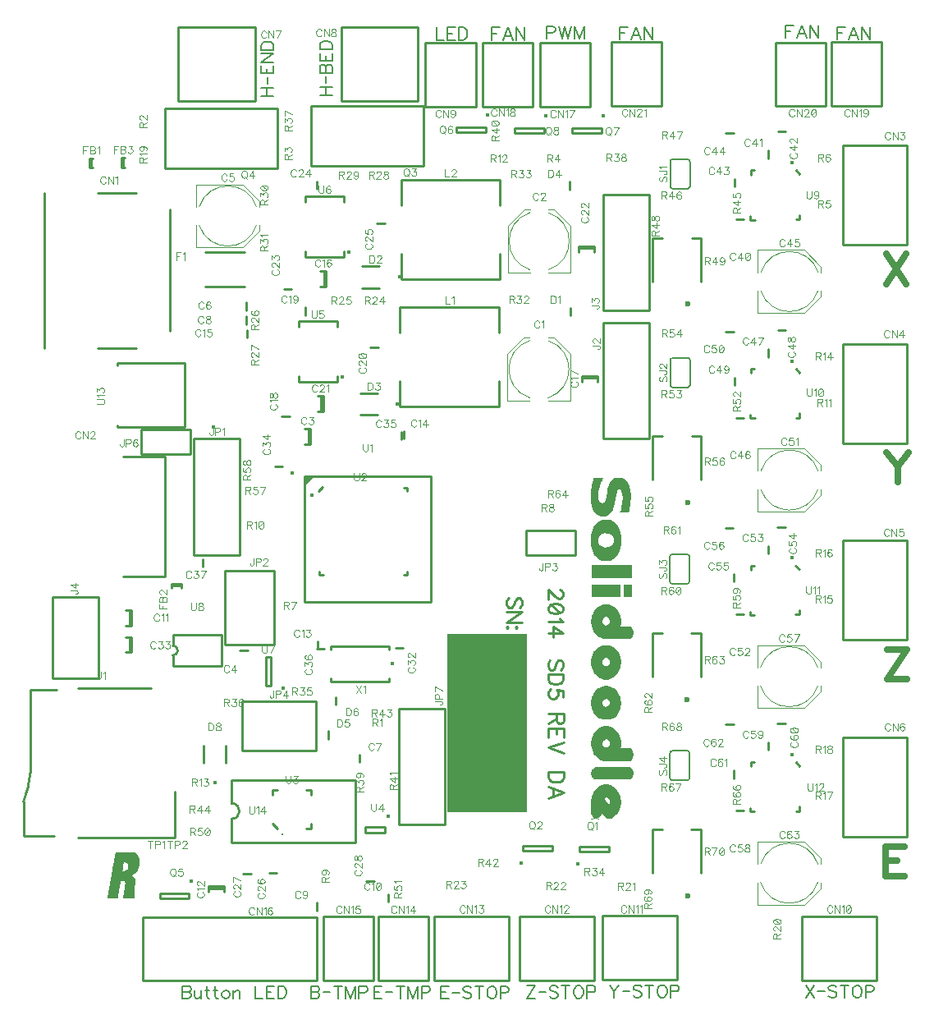
<source format=gbr>
G04 DipTrace 2.4.0.1*
%INTopSilk.gbr*%
%MOIN*%
%ADD10C,0.0098*%
%ADD12C,0.003*%
%ADD17C,0.006*%
%ADD24C,0.004*%
%ADD52C,0.0157*%
%ADD67C,0.0154*%
%ADD72C,0.0236*%
%ADD78C,0.0153*%
%ADD250C,0.0046*%
%ADD251C,0.0077*%
%ADD252C,0.0262*%
%ADD253C,0.0093*%
%FSLAX44Y44*%
G04*
G70*
G90*
G75*
G01*
%LNTopSilk*%
%LPD*%
X19726Y24700D2*
D24*
X18820D1*
Y26590D1*
X19490Y27260D1*
X19726D1*
X20474D2*
X20710D1*
X21380Y26590D1*
Y24700D1*
X20474D1*
X19726Y27142D2*
G03X19726Y24819I374J-1161D01*
G01*
X20474D2*
G03X20474Y27142I-374J1161D01*
G01*
X19736Y29895D2*
X18830D1*
Y31785D1*
X19500Y32455D1*
X19736D1*
X20484D2*
X20720D1*
X21390Y31785D1*
Y29895D1*
X20484D1*
X19736Y32337D2*
G03X19736Y30014I374J-1161D01*
G01*
X20484D2*
G03X20484Y32337I-374J1161D01*
G01*
X10742Y23565D2*
D10*
Y22935D1*
X10817Y23565D2*
Y22935D1*
Y23565D2*
X10581D1*
X10817Y22935D2*
X10581D1*
X7953Y14554D2*
X8267D1*
X6185Y32574D2*
D24*
Y33480D1*
X8075D1*
X8745Y32810D1*
Y32574D1*
Y31826D2*
Y31590D1*
X8075Y30920D1*
X6185D1*
Y31826D1*
X8627Y32574D2*
G03X6304Y32574I-1161J-374D01*
G01*
Y31826D2*
G03X8627Y31826I1161J374D01*
G01*
X8224Y28687D2*
D10*
Y28373D1*
X12806Y10023D2*
Y10337D1*
X8224Y28127D2*
Y27813D1*
X11074Y4327D2*
Y4013D1*
X13979Y4667D2*
Y4353D1*
X3467Y16190D2*
Y15560D1*
X3542Y16190D2*
Y15560D1*
Y16190D2*
X3306D1*
X3542Y15560D2*
X3306D1*
X6680Y4917D2*
X7310D1*
X6680Y4992D2*
X7310D1*
X6680D2*
Y4756D1*
X7310Y4992D2*
Y4756D1*
X11124Y14932D2*
Y14618D1*
X14626Y23153D2*
Y23467D1*
X8234Y27577D2*
Y27263D1*
X11384Y29965D2*
Y29335D1*
X11459Y29965D2*
Y29335D1*
Y29965D2*
X11223D1*
X11459Y29335D2*
X11223D1*
X21860Y25642D2*
X22490D1*
X21860Y25717D2*
X22490D1*
X21860D2*
Y25481D1*
X22490Y25717D2*
Y25481D1*
X9963Y24052D2*
X9648D1*
X10604Y28497D2*
Y28183D1*
X13257Y26858D2*
X13572D1*
X11262Y24885D2*
Y24255D1*
X11337Y24885D2*
Y24255D1*
Y24885D2*
X11101D1*
X11337Y24255D2*
X11101D1*
X21715Y30902D2*
X22345D1*
X21715Y30977D2*
X22345D1*
X21715D2*
Y30741D1*
X22345Y30977D2*
Y30741D1*
X10050Y29226D2*
X9735D1*
X11064Y33617D2*
Y33303D1*
X13515Y31894D2*
X13830D1*
X9143Y5526D2*
X9457D1*
X8093Y5501D2*
X8407D1*
X13397Y5206D2*
X13083D1*
X14268Y14674D2*
X14582D1*
X3467Y15115D2*
Y14485D1*
X3542Y15115D2*
Y14485D1*
Y15115D2*
X3306D1*
X3542Y14485D2*
X3306D1*
X9682Y22026D2*
X9368D1*
X14514Y23447D2*
Y23133D1*
X11068Y14624D2*
X11382D1*
X6444Y18267D2*
Y17953D1*
X28113Y32074D2*
X28427D1*
X29424Y34857D2*
Y34543D1*
X29803Y35624D2*
X30117D1*
X28034Y33707D2*
Y33393D1*
X27693Y35574D2*
X28007D1*
X28995Y29914D2*
D24*
Y30820D1*
X30885D1*
X31555Y30150D1*
Y29914D1*
Y29166D2*
Y28930D1*
X30885Y28260D1*
X28995D1*
Y29166D1*
X31437Y29914D2*
G03X29114Y29914I-1161J-374D01*
G01*
Y29166D2*
G03X31437Y29166I1161J374D01*
G01*
X28113Y24014D2*
D10*
X28427D1*
X29424Y26797D2*
Y26483D1*
X29803Y27564D2*
X30117D1*
X28034Y25647D2*
Y25333D1*
X27693Y27514D2*
X28007D1*
X28995Y21854D2*
D24*
Y22760D1*
X30885D1*
X31555Y22090D1*
Y21854D1*
Y21106D2*
Y20870D1*
X30885Y20200D1*
X28995D1*
Y21106D1*
X31437Y21854D2*
G03X29114Y21854I-1161J-374D01*
G01*
Y21106D2*
G03X31437Y21106I1161J374D01*
G01*
X28100Y16033D2*
D10*
X28415D1*
X29411Y18817D2*
Y18502D1*
X29790Y19583D2*
X30105D1*
X28021Y17667D2*
Y17352D1*
X27680Y19533D2*
X27995D1*
X28983Y13873D2*
D24*
Y14779D1*
X30873D1*
X31542Y14110D1*
Y13873D1*
Y13125D2*
Y12889D1*
X30873Y12220D1*
X28983D1*
Y13125D1*
X31424Y13873D2*
G03X29101Y13873I-1161J-374D01*
G01*
Y13125D2*
G03X31424Y13125I1161J374D01*
G01*
X28103Y8054D2*
D10*
X28417D1*
X29414Y10837D2*
Y10523D1*
X29793Y11604D2*
X30107D1*
X28024Y9687D2*
Y9373D1*
X27683Y11554D2*
X27997D1*
X28985Y5894D2*
D24*
Y6800D1*
X30875D1*
X31545Y6130D1*
Y5894D1*
Y5146D2*
Y4910D1*
X30875Y4240D1*
X28985D1*
Y5146D1*
X31427Y5894D2*
G03X29104Y5894I-1161J-374D01*
G01*
Y5146D2*
G03X31427Y5146I1161J374D01*
G01*
X0Y33150D2*
D10*
Y26850D1*
X3740Y33150D2*
X2165D1*
X5118Y32460D2*
Y27540D1*
X3740Y26850D2*
X2165D1*
X3219Y22419D2*
X4921D1*
Y17581D1*
X3219D1*
X35049Y35070D2*
X32450D1*
X35049Y31030D2*
Y35070D1*
Y31030D2*
X32450D1*
Y35070D1*
X35049Y27010D2*
X32450D1*
X35049Y22970D2*
Y27010D1*
Y22970D2*
X32450D1*
Y27010D1*
X35036Y19029D2*
X32438D1*
X35036Y14990D2*
Y19029D1*
Y14990D2*
X32438D1*
Y19029D1*
X35039Y11050D2*
X32440D1*
X35039Y7010D2*
Y11050D1*
Y7010D2*
X32440D1*
Y11050D1*
X5460Y39880D2*
X8580D1*
Y36880D1*
X5460D1*
Y39880D1*
X12070D2*
X15190D1*
Y36880D1*
X12070D1*
Y39880D1*
X17530Y36621D2*
Y39220D1*
X15490Y36621D2*
X17530D1*
X15490D2*
Y39220D1*
X17530D1*
X30770Y3779D2*
Y1180D1*
X33810Y3779D2*
X30770D1*
X33810D2*
Y1180D1*
X30770D1*
X22680Y3809D2*
Y1210D1*
X25720Y3809D2*
X22680D1*
X25720D2*
Y1210D1*
X22680D1*
X19310Y3779D2*
Y1180D1*
X22350Y3779D2*
X19310D1*
X22350D2*
Y1180D1*
X19310D1*
X15850Y3779D2*
Y1180D1*
X18890Y3779D2*
X15850D1*
X18890D2*
Y1180D1*
X15850D1*
X13570Y3769D2*
Y1170D1*
X15610Y3769D2*
X13570D1*
X15610D2*
Y1170D1*
X13570D1*
X11340Y3759D2*
Y1160D1*
X13380Y3759D2*
X11340D1*
X13380D2*
Y1160D1*
X11340D1*
X11093Y1152D2*
X4007D1*
Y3750D1*
X11093D1*
Y1152D1*
X22170Y36641D2*
Y39240D1*
X20130Y36641D2*
X22170D1*
X20130D2*
Y39240D1*
X22170D1*
X19840Y36641D2*
Y39240D1*
X17800Y36641D2*
X19840D1*
X17800D2*
Y39240D1*
X19840D1*
X34010Y36661D2*
Y39260D1*
X31970Y36661D2*
X34010D1*
X31970D2*
Y39260D1*
X34010D1*
X31750Y36651D2*
Y39250D1*
X29710Y36651D2*
X31750D1*
X29710D2*
Y39250D1*
X31750D1*
X25080Y36661D2*
Y39260D1*
X23040Y36661D2*
X25080D1*
X23040D2*
Y39260D1*
X25080D1*
X21385Y28482D2*
Y28168D1*
X13615Y29280D2*
X12906D1*
X13615Y30160D2*
X12906D1*
D52*
X14429Y29720D3*
X13544Y24122D2*
D10*
X12836D1*
X13544Y25002D2*
X12836D1*
D52*
X14358Y24562D3*
X21354Y33597D2*
D10*
Y33283D1*
X11545Y10973D2*
Y11287D1*
X11855Y12363D2*
Y12677D1*
X6490Y9998D2*
Y10706D1*
X7370Y9998D2*
Y10706D1*
D52*
X6930Y9184D3*
X6557Y30739D2*
D10*
X8132D1*
X6557Y29321D2*
X8132D1*
X1836Y34547D2*
X1995D1*
X1836Y34153D2*
X1995D1*
X1836D2*
Y34547D1*
X1912Y34153D2*
Y34547D1*
X5577Y17264D2*
Y17105D1*
X5183Y17264D2*
Y17105D1*
Y17264D2*
X5577D1*
X5183Y17188D2*
X5577D1*
X3136Y34567D2*
X3295D1*
X3136Y34173D2*
X3295D1*
X3136D2*
Y34567D1*
X3212Y34173D2*
Y34567D1*
X-561Y12972D2*
X-559Y9607D1*
X-835Y7028D2*
Y8425D1*
X-775Y7028D2*
X425D1*
X1390Y6968D2*
X5327D1*
Y8819D1*
X-559Y9607D2*
G02X-835Y8425I-3659J231D01*
G01*
X1390Y13031D2*
X4343D1*
X-559Y12972D2*
X524D1*
X24590Y27877D2*
X22720D1*
Y23153D1*
X24590D1*
Y27877D1*
Y33077D2*
X22720D1*
Y28353D1*
X24590D1*
Y33077D1*
X2208Y16735D2*
X339D1*
Y13427D1*
X2208D1*
Y16735D1*
X6085Y18443D2*
X7955D1*
Y23167D1*
X6085D1*
Y18443D1*
X7340Y16717D2*
Y14800D1*
Y17800D2*
Y14800D1*
X9340Y17800D2*
Y14800D1*
X7340Y17800D2*
X9340D1*
X7340Y14800D2*
X9340D1*
X21575Y18425D2*
Y19425D1*
X19575Y18425D2*
X21575D1*
X19575D2*
Y19425D1*
X21575D1*
X9123Y10510D2*
X11040D1*
X8040D2*
X11040D1*
X8040Y12510D2*
X11040D1*
X8040Y10510D2*
Y12510D1*
X11040Y10510D2*
Y12510D1*
X3960Y23520D2*
Y22520D1*
X5960Y23520D2*
X3960D1*
X5960D2*
Y22520D1*
X3960D1*
X16270Y12217D2*
X14400D1*
Y7493D1*
X16270D1*
Y12217D1*
X14457Y27464D2*
Y28488D1*
X18473D1*
Y27464D1*
X14457Y25496D2*
Y24472D1*
X18473D1*
Y25496D1*
X14507Y32634D2*
Y33658D1*
X18523D1*
Y32634D1*
X14507Y30666D2*
Y29642D1*
X18523D1*
Y30666D1*
D67*
X21667Y5903D3*
X21759Y6404D2*
D10*
X22940D1*
Y6601D1*
X21759D1*
Y6404D1*
D67*
X19367Y5928D3*
X19459Y6429D2*
D10*
X20640D1*
Y6626D1*
X19459D1*
Y6429D1*
X15408Y36660D2*
X10841D1*
Y34220D1*
X15408D1*
Y36660D1*
X9488Y36570D2*
X4921D1*
Y34130D1*
X9488D1*
Y36570D1*
D67*
X5983Y5197D3*
X5891Y4696D2*
D10*
X4710D1*
Y4499D1*
X5891D1*
Y4696D1*
D67*
X18028Y36287D3*
X17936Y35786D2*
D10*
X16755D1*
Y35589D1*
X17936D1*
Y35786D1*
D67*
X22728Y36277D3*
X22636Y35776D2*
D10*
X21455D1*
Y35579D1*
X22636D1*
Y35776D1*
D67*
X20388Y36257D3*
X20296Y35756D2*
D10*
X19115D1*
Y35559D1*
X20296D1*
Y35756D1*
X26692Y29545D2*
Y31317D1*
X24723Y29545D2*
Y31317D1*
X26692D2*
X26298D1*
X25117D2*
X24723D1*
D72*
X26140Y28620D3*
X26692Y21485D2*
D10*
Y23257D1*
X24723Y21485D2*
Y23257D1*
X26692D2*
X26298D1*
X25117D2*
X24723D1*
D72*
X26140Y20560D3*
X26679Y13505D2*
D10*
Y15276D1*
X24710Y13505D2*
Y15276D1*
X26679D2*
X26285D1*
X25104D2*
X24710D1*
D72*
X26128Y12579D3*
X26682Y5525D2*
D10*
Y7297D1*
X24713Y5525D2*
Y7297D1*
X26682D2*
X26288D1*
X25107D2*
X24713D1*
D72*
X26130Y4600D3*
X25430Y33410D2*
D17*
Y34410D1*
X26230Y33410D2*
G02X26130Y33310I-100J0D01*
G01*
Y34510D2*
G02X26230Y34410I0J-100D01*
G01*
X25530Y34510D2*
G03X25430Y34410I0J-100D01*
G01*
Y33410D2*
G03X25530Y33310I100J0D01*
G01*
X26130D1*
X25530Y34510D2*
X26130D1*
X26230Y34410D2*
Y33410D1*
X25430Y25350D2*
Y26350D1*
X26230Y25350D2*
G02X26130Y25250I-100J0D01*
G01*
Y26450D2*
G02X26230Y26350I0J-100D01*
G01*
X25530Y26450D2*
G03X25430Y26350I0J-100D01*
G01*
Y25350D2*
G03X25530Y25250I100J0D01*
G01*
X26130D1*
X25530Y26450D2*
X26130D1*
X26230Y26350D2*
Y25350D1*
X25417Y17369D2*
Y18369D1*
X26217Y17369D2*
G02X26117Y17269I-100J0D01*
G01*
Y18469D2*
G02X26217Y18369I0J-100D01*
G01*
X25517Y18469D2*
G03X25417Y18369I0J-100D01*
G01*
Y17369D2*
G03X25517Y17269I100J0D01*
G01*
X26117D1*
X25517Y18469D2*
X26117D1*
X26217Y18369D2*
Y17369D1*
X25420Y9390D2*
Y10390D1*
X26220Y9390D2*
G02X26120Y9290I-100J0D01*
G01*
Y10490D2*
G02X26220Y10390I0J-100D01*
G01*
X25520Y10490D2*
G03X25420Y10390I0J-100D01*
G01*
Y9390D2*
G03X25520Y9290I100J0D01*
G01*
X26120D1*
X25520Y10490D2*
X26120D1*
X26220Y10390D2*
Y9390D1*
X10582Y21637D2*
D10*
X15700D1*
Y16518D1*
X10582D1*
Y21637D1*
D78*
X10063Y21751D3*
G36*
X10582Y21637D2*
Y21243D1*
X10975Y21637D1*
X10582D1*
G37*
X11192Y17760D2*
D10*
Y17622D1*
X11329D1*
X14596Y21165D2*
X14733D1*
Y21027D2*
Y21165D1*
X14596Y17622D2*
X14733D1*
Y17760D1*
X11152Y21047D2*
X11309Y21205D1*
D52*
X10882Y20870D3*
X9478Y7336D2*
D10*
X9281Y7532D1*
X10856Y7336D2*
Y7532D1*
Y7336D2*
X10659D1*
X10856Y8713D2*
Y8911D1*
X10659D1*
X9281D2*
X9478D1*
X9281D2*
Y8713D1*
X9673Y7105D3*
D67*
X13969Y7828D3*
X13838Y7405D2*
D10*
X13050D1*
Y7169D1*
X13838D1*
Y7405D1*
X11632Y27920D2*
X10608D1*
X11317Y25460D2*
X11632D1*
X10923D2*
X10608D1*
D67*
X12112Y25663D3*
X11908Y27920D2*
D10*
X10333D1*
Y27684D1*
X11908Y27920D2*
Y27684D1*
Y25460D2*
X10332D1*
X10333Y25696D1*
X11908Y25460D2*
Y25696D1*
X11912Y32990D2*
X10888D1*
X11597Y30530D2*
X11912D1*
X11203D2*
X10888D1*
D67*
X12392Y30733D3*
X12188Y32990D2*
D10*
X10613D1*
Y32754D1*
X12188Y32990D2*
Y32754D1*
Y30530D2*
X10612D1*
X10613Y30766D1*
X12188Y30530D2*
Y30766D1*
D67*
X9697Y13042D3*
X9196Y13134D2*
D10*
Y14315D1*
X8999D1*
Y13134D1*
X9196D1*
X5233Y13932D2*
X7202D1*
X5233Y15192D2*
X7202D1*
Y13932D2*
Y15192D1*
X5233Y13932D2*
Y14365D1*
Y14759D2*
Y15192D1*
Y14365D2*
G03X5233Y14759I0J197D01*
G01*
D52*
X30383Y34370D3*
X30679Y33898D2*
D10*
X30541Y34055D1*
X30679Y32244D2*
Y32067D1*
X30541D1*
X28710Y33878D2*
Y34055D1*
X28848D1*
X28867Y32047D2*
X28690D1*
Y32185D1*
D52*
X30383Y26310D3*
X30679Y25838D2*
D10*
X30541Y25995D1*
X30679Y24184D2*
Y24007D1*
X30541D1*
X28710Y25818D2*
Y25995D1*
X28848D1*
X28867Y23987D2*
X28690D1*
Y24125D1*
D52*
X30371Y18329D3*
X30666Y17857D2*
D10*
X30528Y18014D1*
X30666Y16203D2*
Y16026D1*
X30528D1*
X28697Y17837D2*
Y18014D1*
X28835D1*
X28855Y16006D2*
X28678D1*
Y16144D1*
D52*
X30373Y10350D3*
X30669Y9878D2*
D10*
X30531Y10035D1*
X30669Y8224D2*
Y8047D1*
X30531D1*
X28700Y9858D2*
Y10035D1*
X28838D1*
X28857Y8027D2*
X28680D1*
Y8165D1*
X5721Y23628D2*
Y26227D1*
X2965Y23628D2*
X5721D1*
X2965D2*
Y23707D1*
Y26227D2*
X5721D1*
X2965D2*
Y26148D1*
D67*
X6871Y23638D3*
X7621Y6781D2*
D10*
X12659D1*
X7621Y9300D2*
X12659D1*
Y6781D2*
Y9300D1*
X7621Y6781D2*
Y7726D1*
Y8356D2*
Y9300D1*
Y7726D2*
G03X7621Y8356I-1J315D01*
G01*
D52*
X14157Y14025D3*
X13999Y13434D2*
D10*
Y13316D1*
X11637D1*
Y13434D1*
X13999Y14616D2*
Y14734D1*
X11637D1*
Y14616D1*
G36*
X16390Y15220D2*
X19600D1*
Y7990D1*
X16390D1*
Y15220D1*
G37*
X22310Y21570D2*
D12*
X22670D1*
X23180D2*
X23480D1*
X22309Y21540D2*
X22655D1*
X23127D2*
X23527D1*
X22305Y21510D2*
X22642D1*
X23087D2*
X23569D1*
X22298Y21480D2*
X22630D1*
X23056D2*
X23603D1*
X22290Y21450D2*
X22616D1*
X23029D2*
X23629D1*
X22284Y21420D2*
X22603D1*
X23004D2*
X23650D1*
X22277Y21390D2*
X22591D1*
X22983D2*
X23670D1*
X22269Y21360D2*
X22581D1*
X22966D2*
X23689D1*
X22260Y21330D2*
X22570D1*
X22952D2*
X23705D1*
X22255Y21300D2*
X22560D1*
X22941D2*
X23718D1*
X22252Y21270D2*
X22550D1*
X22929D2*
X23729D1*
X22250Y21240D2*
X22540D1*
X22916D2*
X23740D1*
X22245Y21210D2*
X22531D1*
X22903D2*
X23750D1*
X22238Y21180D2*
X22524D1*
X22892D2*
X23760D1*
X22230Y21150D2*
X22517D1*
X22886D2*
X23769D1*
X22225Y21120D2*
X22509D1*
X22882D2*
X23775D1*
X22222Y21090D2*
X22500D1*
X22881D2*
X23265D1*
X23414D2*
X23778D1*
X22221Y21060D2*
X22495D1*
X22880D2*
X23258D1*
X23433D2*
X23780D1*
X22220Y21030D2*
X22492D1*
X22880D2*
X23249D1*
X23447D2*
X23785D1*
X22220Y21000D2*
X22491D1*
X22879D2*
X23240D1*
X23459D2*
X23792D1*
X22220Y20970D2*
X22490D1*
X22875D2*
X23230D1*
X23469D2*
X23800D1*
X22220Y20940D2*
X22490D1*
X22868D2*
X23221D1*
X23476D2*
X23805D1*
X22220Y20910D2*
X22490D1*
X22860D2*
X23214D1*
X23483D2*
X23808D1*
X22220Y20880D2*
X22490D1*
X22855D2*
X23207D1*
X23491D2*
X23809D1*
X22220Y20850D2*
X22490D1*
X22851D2*
X23199D1*
X23500D2*
X23810D1*
X22220Y20820D2*
X22490D1*
X22846D2*
X23190D1*
X23505D2*
X23810D1*
X22220Y20790D2*
X22490D1*
X22838D2*
X23185D1*
X23508D2*
X23810D1*
X22220Y20760D2*
X22490D1*
X22830D2*
X23182D1*
X23508D2*
X23809D1*
X22220Y20730D2*
X22491D1*
X22824D2*
X23180D1*
X23505D2*
X23805D1*
X22220Y20700D2*
X22495D1*
X22817D2*
X23175D1*
X23498D2*
X23798D1*
X22220Y20670D2*
X22503D1*
X22807D2*
X23168D1*
X23490D2*
X23790D1*
X22220Y20640D2*
X22517D1*
X22794D2*
X23160D1*
X23485D2*
X23785D1*
X22220Y20610D2*
X22534D1*
X22777D2*
X23155D1*
X23482D2*
X23782D1*
X22220Y20580D2*
X22579D1*
X22732D2*
X23151D1*
X23481D2*
X23781D1*
X22221Y20550D2*
X22647D1*
X22663D2*
X23146D1*
X23479D2*
X23780D1*
X22225Y20520D2*
X23138D1*
X23475D2*
X23780D1*
X22232Y20490D2*
X23130D1*
X23468D2*
X23779D1*
X22240Y20460D2*
X23124D1*
X23460D2*
X23775D1*
X22246Y20430D2*
X23117D1*
X23455D2*
X23768D1*
X22253Y20400D2*
X23107D1*
X23452D2*
X23760D1*
X22263Y20370D2*
X23095D1*
X23451D2*
X23755D1*
X22275Y20340D2*
X23083D1*
X23449D2*
X23752D1*
X22287Y20310D2*
X23072D1*
X23445D2*
X23750D1*
X22299Y20280D2*
X23064D1*
X23437D2*
X23745D1*
X22311Y20250D2*
X23056D1*
X23424D2*
X23738D1*
X22327Y20220D2*
X23042D1*
X23408D2*
X23729D1*
X22352Y20190D2*
X23021D1*
X23390D2*
X23720D1*
X22386Y20160D2*
X22991D1*
X22425Y20130D2*
X22954D1*
X22473Y20100D2*
X22908D1*
X22537Y20070D2*
X22852D1*
X22610Y20040D2*
X22790D1*
X22670Y19860D2*
X22970D1*
X22592Y19830D2*
X23032D1*
X22531Y19800D2*
X23087D1*
X22482Y19770D2*
X23133D1*
X22441Y19740D2*
X23172D1*
X22406Y19710D2*
X23206D1*
X22377Y19680D2*
X23234D1*
X22354Y19650D2*
X23256D1*
X22336Y19620D2*
X23275D1*
X22323Y19590D2*
X23291D1*
X22311Y19560D2*
X23307D1*
X22300Y19530D2*
X23322D1*
X22290Y19500D2*
X23336D1*
X22280Y19470D2*
X23349D1*
X22270Y19440D2*
X23359D1*
X22260Y19410D2*
X23370D1*
X22250Y19380D2*
X23379D1*
X22240Y19350D2*
X22701D1*
X22866D2*
X23385D1*
X22231Y19320D2*
X22646D1*
X22952D2*
X23389D1*
X22225Y19290D2*
X22599D1*
X23013D2*
X23394D1*
X22222Y19260D2*
X22560D1*
X23054D2*
X23402D1*
X22221Y19230D2*
X22530D1*
X23083D2*
X23410D1*
X22220Y19200D2*
X22506D1*
X23103D2*
X23415D1*
X22220Y19170D2*
X22498D1*
X23117D2*
X23418D1*
X22220Y19140D2*
X22493D1*
X23129D2*
X23419D1*
X22220Y19110D2*
X22491D1*
X23139D2*
X23420D1*
X22220Y19080D2*
X22490D1*
X23145D2*
X23420D1*
X22220Y19050D2*
X22490D1*
X23147D2*
X23420D1*
X22220Y19020D2*
X22490D1*
X23144D2*
X23420D1*
X22220Y18990D2*
X22490D1*
X23137D2*
X23420D1*
X22220Y18960D2*
X22491D1*
X23129D2*
X23420D1*
X22220Y18930D2*
X22495D1*
X23119D2*
X23419D1*
X22220Y18900D2*
X22505D1*
X23105D2*
X23415D1*
X22220Y18870D2*
X22519D1*
X23086D2*
X23408D1*
X22221Y18840D2*
X22552D1*
X23060D2*
X23400D1*
X22225Y18810D2*
X22601D1*
X23024D2*
X23395D1*
X22232Y18780D2*
X22675D1*
X22923D2*
X23391D1*
X22240Y18750D2*
X22783D1*
X22780D2*
X23386D1*
X22246Y18720D2*
X23378D1*
X22253Y18690D2*
X23369D1*
X22263Y18660D2*
X23360D1*
X22275Y18630D2*
X23349D1*
X22287Y18600D2*
X23336D1*
X22299Y18570D2*
X23322D1*
X22309Y18540D2*
X23307D1*
X22321Y18510D2*
X23292D1*
X22335Y18480D2*
X23276D1*
X22353Y18450D2*
X23257D1*
X22377Y18420D2*
X23234D1*
X22406Y18390D2*
X23206D1*
X22440Y18360D2*
X23174D1*
X22476Y18330D2*
X23135D1*
X22520Y18300D2*
X23088D1*
X22576Y18270D2*
X23032D1*
X22640Y18240D2*
X22970D1*
X22250Y18030D2*
X23840D1*
X22250Y18000D2*
X23840D1*
X22250Y17970D2*
X23840D1*
X22250Y17940D2*
X23840D1*
X22250Y17910D2*
X23840D1*
X22250Y17880D2*
X23840D1*
X22250Y17850D2*
X23840D1*
X22250Y17820D2*
X23840D1*
X22250Y17790D2*
X23840D1*
X22250Y17760D2*
X23840D1*
X22250Y17730D2*
X23840D1*
X22250Y17700D2*
X23840D1*
X22250Y17670D2*
X23840D1*
X22250Y17640D2*
X23840D1*
X22250Y17610D2*
X23840D1*
X22250Y17580D2*
X23840D1*
X22250Y17550D2*
X23840D1*
X22250Y17250D2*
X23390D1*
X23540D2*
X23840D1*
X22250Y17220D2*
X23390D1*
X23540D2*
X23840D1*
X22250Y17190D2*
X23390D1*
X23540D2*
X23840D1*
X22250Y17160D2*
X23390D1*
X23540D2*
X23840D1*
X22250Y17130D2*
X23390D1*
X23540D2*
X23840D1*
X22250Y17100D2*
X23390D1*
X23540D2*
X23840D1*
X22250Y17070D2*
X23390D1*
X23540D2*
X23840D1*
X22250Y17040D2*
X23390D1*
X23540D2*
X23840D1*
X22250Y17010D2*
X23390D1*
X23540D2*
X23840D1*
X22250Y16980D2*
X23390D1*
X23540D2*
X23840D1*
X22250Y16950D2*
X23390D1*
X23540D2*
X23840D1*
X22250Y16920D2*
X23390D1*
X23540D2*
X23840D1*
X22250Y16890D2*
X23390D1*
X23540D2*
X23840D1*
X22250Y16860D2*
X23390D1*
X23540D2*
X23840D1*
X22250Y16830D2*
X23390D1*
X23540D2*
X23840D1*
X22250Y16800D2*
X23390D1*
X23540D2*
X23840D1*
X22250Y16770D2*
X23390D1*
X23540D2*
X23840D1*
X22700Y16440D2*
X22910D1*
X22628Y16410D2*
X22986D1*
X22568Y16380D2*
X23051D1*
X22519Y16350D2*
X23105D1*
X22477Y16320D2*
X23153D1*
X22439Y16290D2*
X23195D1*
X22405Y16260D2*
X23228D1*
X22377Y16230D2*
X23250D1*
X22354Y16200D2*
X23267D1*
X22336Y16170D2*
X23283D1*
X22322Y16140D2*
X23302D1*
X22311Y16110D2*
X23319D1*
X22299Y16080D2*
X23335D1*
X22286Y16050D2*
X23348D1*
X22273Y16020D2*
X23359D1*
X22262Y15990D2*
X23370D1*
X22255Y15960D2*
X23379D1*
X22247Y15930D2*
X22735D1*
X22880D2*
X23386D1*
X22239Y15900D2*
X22712D1*
X22909D2*
X23393D1*
X22230Y15870D2*
X22691D1*
X22935D2*
X23401D1*
X22225Y15840D2*
X22671D1*
X22957D2*
X23410D1*
X22222Y15810D2*
X22656D1*
X22974D2*
X23415D1*
X22221Y15780D2*
X22648D1*
X22985D2*
X23418D1*
X22220Y15750D2*
X22644D1*
X22992D2*
X23419D1*
X22220Y15720D2*
X22645D1*
X22985D2*
X23419D1*
X22221Y15690D2*
X22657D1*
X22973D2*
X23415D1*
X22225Y15660D2*
X22674D1*
X22956D2*
X23408D1*
X22232Y15630D2*
X22696D1*
X22929D2*
X23400D1*
X22240Y15600D2*
X22726D1*
X22884D2*
X23395D1*
X22246Y15570D2*
X22797D1*
X22814D2*
X23392D1*
X22253Y15540D2*
X23810D1*
X22263Y15510D2*
X23835D1*
X22275Y15480D2*
X23857D1*
X22287Y15450D2*
X23874D1*
X22298Y15420D2*
X23886D1*
X22306Y15390D2*
X23894D1*
X22314Y15360D2*
X23897D1*
X22328Y15330D2*
X23899D1*
X22348Y15300D2*
X23900D1*
X22373Y15270D2*
X23900D1*
X22401Y15240D2*
X23899D1*
X22432Y15210D2*
X23894D1*
X22467Y15180D2*
X23883D1*
X22510Y15150D2*
X23867D1*
X22564Y15120D2*
X23849D1*
X22629Y15090D2*
X23830D1*
X22700Y15060D2*
X23810D1*
X22670Y14760D2*
X22940D1*
X22597Y14730D2*
X23012D1*
X22534Y14700D2*
X23081D1*
X22482Y14670D2*
X23143D1*
X22440Y14640D2*
X23192D1*
X22404Y14610D2*
X23227D1*
X22373Y14580D2*
X23250D1*
X22347Y14550D2*
X23267D1*
X22327Y14520D2*
X23283D1*
X22313Y14490D2*
X23302D1*
X22301Y14460D2*
X23319D1*
X22290Y14430D2*
X23335D1*
X22280Y14400D2*
X23348D1*
X22270Y14370D2*
X23359D1*
X22260Y14340D2*
X23370D1*
X22250Y14310D2*
X23379D1*
X22240Y14280D2*
X22731D1*
X22880D2*
X23385D1*
X22231Y14250D2*
X22705D1*
X22909D2*
X23389D1*
X22225Y14220D2*
X22683D1*
X22935D2*
X23394D1*
X22222Y14190D2*
X22666D1*
X22956D2*
X23402D1*
X22221Y14160D2*
X22654D1*
X22973D2*
X23410D1*
X22220Y14130D2*
X22646D1*
X22985D2*
X23414D1*
X22220Y14100D2*
X22644D1*
X22982D2*
X23413D1*
X22220Y14070D2*
X22647D1*
X22976D2*
X23407D1*
X22220Y14040D2*
X22658D1*
X22968D2*
X23400D1*
X22221Y14010D2*
X22675D1*
X22955D2*
X23395D1*
X22225Y13980D2*
X22700D1*
X22924D2*
X23392D1*
X22232Y13950D2*
X22742D1*
X22877D2*
X23390D1*
X22241Y13920D2*
X22805D1*
X22809D2*
X23385D1*
X22250Y13890D2*
X23377D1*
X22261Y13860D2*
X23365D1*
X22274Y13830D2*
X23352D1*
X22287Y13800D2*
X23337D1*
X22299Y13770D2*
X23322D1*
X22309Y13740D2*
X23307D1*
X22321Y13710D2*
X23292D1*
X22335Y13680D2*
X23276D1*
X22353Y13650D2*
X23257D1*
X22377Y13620D2*
X23234D1*
X22406Y13590D2*
X23206D1*
X22440Y13560D2*
X23174D1*
X22476Y13530D2*
X23136D1*
X22521Y13500D2*
X23091D1*
X22585Y13470D2*
X23035D1*
X22668Y13440D2*
X22962D1*
X22760Y13410D2*
X22880D1*
X22790Y13140D2*
X22850D1*
X22690Y13110D2*
X22943D1*
X22609Y13080D2*
X23021D1*
X22547Y13050D2*
X23082D1*
X22497Y13020D2*
X23132D1*
X22454Y12990D2*
X23172D1*
X22417Y12960D2*
X23206D1*
X22388Y12930D2*
X23234D1*
X22364Y12900D2*
X23256D1*
X22342Y12870D2*
X23275D1*
X22326Y12840D2*
X23291D1*
X22313Y12810D2*
X23307D1*
X22300Y12780D2*
X23322D1*
X22286Y12750D2*
X23337D1*
X22273Y12720D2*
X23352D1*
X22261Y12690D2*
X23366D1*
X22251Y12660D2*
X23377D1*
X22240Y12630D2*
X22806D1*
X22855D2*
X23384D1*
X22231Y12600D2*
X22749D1*
X22891D2*
X23388D1*
X22225Y12570D2*
X22708D1*
X22924D2*
X23390D1*
X22222Y12540D2*
X22678D1*
X22948D2*
X23395D1*
X22221Y12510D2*
X22656D1*
X22964D2*
X23402D1*
X22220Y12480D2*
X22648D1*
X22977D2*
X23410D1*
X22220Y12450D2*
X22644D1*
X22986D2*
X23414D1*
X22220Y12420D2*
X22646D1*
X22982D2*
X23413D1*
X22220Y12390D2*
X22654D1*
X22972D2*
X23407D1*
X22221Y12360D2*
X22666D1*
X22955D2*
X23400D1*
X22225Y12330D2*
X22680D1*
X22933D2*
X23395D1*
X22232Y12300D2*
X22709D1*
X22879D2*
X23391D1*
X22240Y12270D2*
X22774D1*
X22799D2*
X23386D1*
X22246Y12240D2*
X23378D1*
X22253Y12210D2*
X23369D1*
X22263Y12180D2*
X23360D1*
X22275Y12150D2*
X23349D1*
X22287Y12120D2*
X23335D1*
X22299Y12090D2*
X23318D1*
X22311Y12060D2*
X23300D1*
X22326Y12030D2*
X23285D1*
X22347Y12000D2*
X23271D1*
X22373Y11970D2*
X23254D1*
X22402Y11940D2*
X23231D1*
X22437Y11910D2*
X23197D1*
X22480Y11880D2*
X23152D1*
X22534Y11850D2*
X23098D1*
X22599Y11820D2*
X23036D1*
X22670Y11790D2*
X22970D1*
X22730Y11490D2*
X22880D1*
X22648Y11460D2*
X22966D1*
X22578Y11430D2*
X23039D1*
X22524Y11400D2*
X23096D1*
X22479Y11370D2*
X23144D1*
X22440Y11340D2*
X23187D1*
X22406Y11310D2*
X23222D1*
X22377Y11280D2*
X23247D1*
X22354Y11250D2*
X23266D1*
X22336Y11220D2*
X23283D1*
X22322Y11190D2*
X23302D1*
X22311Y11160D2*
X23319D1*
X22299Y11130D2*
X23335D1*
X22286Y11100D2*
X23348D1*
X22273Y11070D2*
X23359D1*
X22262Y11040D2*
X23370D1*
X22255Y11010D2*
X23379D1*
X22247Y10980D2*
X22771D1*
X22880D2*
X23386D1*
X22239Y10950D2*
X22732D1*
X22909D2*
X23393D1*
X22230Y10920D2*
X22703D1*
X22935D2*
X23401D1*
X22225Y10890D2*
X22682D1*
X22957D2*
X23410D1*
X22222Y10860D2*
X22665D1*
X22974D2*
X23415D1*
X22221Y10830D2*
X22653D1*
X22985D2*
X23418D1*
X22220Y10800D2*
X22647D1*
X22992D2*
X23419D1*
X22220Y10770D2*
X22648D1*
X22985D2*
X23419D1*
X22221Y10740D2*
X22654D1*
X22973D2*
X23415D1*
X22225Y10710D2*
X22667D1*
X22956D2*
X23408D1*
X22232Y10680D2*
X22684D1*
X22929D2*
X23400D1*
X22240Y10650D2*
X22729D1*
X22884D2*
X23395D1*
X22246Y10620D2*
X22797D1*
X22814D2*
X23392D1*
X22253Y10590D2*
X23810D1*
X22263Y10560D2*
X23830D1*
X22275Y10530D2*
X23850D1*
X22287Y10500D2*
X23869D1*
X22298Y10470D2*
X23884D1*
X22306Y10440D2*
X23893D1*
X22314Y10410D2*
X23897D1*
X22328Y10380D2*
X23899D1*
X22348Y10350D2*
X23900D1*
X22373Y10320D2*
X23900D1*
X22401Y10290D2*
X23899D1*
X22431Y10260D2*
X23895D1*
X22463Y10230D2*
X23887D1*
X22503Y10200D2*
X23874D1*
X22557Y10170D2*
X23857D1*
X22625Y10140D2*
X23834D1*
X22700Y10110D2*
X23810D1*
X22370Y9840D2*
X23780D1*
X22331Y9810D2*
X23813D1*
X22301Y9780D2*
X23842D1*
X22278Y9750D2*
X23866D1*
X22260Y9720D2*
X23882D1*
X22244Y9690D2*
X23892D1*
X22233Y9660D2*
X23897D1*
X22226Y9630D2*
X23899D1*
X22223Y9600D2*
X23900D1*
X22222Y9570D2*
X23900D1*
X22225Y9540D2*
X23899D1*
X22234Y9510D2*
X23895D1*
X22246Y9480D2*
X23887D1*
X22262Y9450D2*
X23874D1*
X22280Y9420D2*
X23857D1*
X22296Y9390D2*
X23834D1*
X22310Y9360D2*
X23810D1*
X22730Y9120D2*
X22880D1*
X22645Y9090D2*
X22963D1*
X22575Y9060D2*
X23032D1*
X22522Y9030D2*
X23088D1*
X22479Y9000D2*
X23134D1*
X22440Y8970D2*
X23173D1*
X22406Y8940D2*
X23206D1*
X22377Y8910D2*
X23234D1*
X22354Y8880D2*
X23256D1*
X22336Y8850D2*
X23275D1*
X22322Y8820D2*
X23291D1*
X22311Y8790D2*
X23307D1*
X22299Y8760D2*
X23322D1*
X22286Y8730D2*
X23337D1*
X22273Y8700D2*
X23352D1*
X22261Y8670D2*
X23366D1*
X22251Y8640D2*
X23377D1*
X22240Y8610D2*
X22773D1*
X22880D2*
X23384D1*
X22231Y8580D2*
X22735D1*
X22909D2*
X23388D1*
X22225Y8550D2*
X22720D1*
X22934D2*
X23390D1*
X22222Y8520D2*
X22740D1*
X22953D2*
X23395D1*
X22221Y8490D2*
X22765D1*
X22967D2*
X23402D1*
X22220Y8460D2*
X22792D1*
X22978D2*
X23410D1*
X22220Y8430D2*
X22820D1*
X22986D2*
X23414D1*
X22220Y8400D2*
X22846D1*
X22983D2*
X23413D1*
X22220Y8370D2*
X22874D1*
X22967D2*
X23407D1*
X22220Y8340D2*
X22905D1*
X22941D2*
X23400D1*
X22220Y8310D2*
X23395D1*
X22220Y8280D2*
X23391D1*
X22220Y8250D2*
X23386D1*
X22220Y8220D2*
X23378D1*
X22220Y8190D2*
X23369D1*
X22220Y8160D2*
X23360D1*
X22220Y8130D2*
X23349D1*
X22220Y8100D2*
X23335D1*
X22220Y8070D2*
X23318D1*
X22220Y8040D2*
X23300D1*
X22220Y8010D2*
X23285D1*
X22221Y7980D2*
X23271D1*
X22225Y7950D2*
X22609D1*
X22665D2*
X23253D1*
X22233Y7920D2*
X22605D1*
X22688D2*
X23228D1*
X22246Y7890D2*
X22596D1*
X22710D2*
X23194D1*
X22263Y7860D2*
X22582D1*
X22736D2*
X23154D1*
X22284Y7830D2*
X22561D1*
X22768D2*
X23112D1*
X22334Y7800D2*
X22487D1*
X22807D2*
X23070D1*
X22416Y7770D2*
X22368D1*
X22850D2*
X23030D1*
X2910Y6360D2*
X3660D1*
X2900Y6330D2*
X3704D1*
X2891Y6300D2*
X3741D1*
X2885Y6270D2*
X3772D1*
X2881Y6240D2*
X3795D1*
X2876Y6210D2*
X3813D1*
X2868Y6180D2*
X3826D1*
X2860Y6150D2*
X3834D1*
X2855Y6120D2*
X3837D1*
X2852Y6090D2*
X3839D1*
X2850Y6060D2*
X3840D1*
X2845Y6030D2*
X3840D1*
X2838Y6000D2*
X3209D1*
X3276D2*
X3840D1*
X2830Y5970D2*
X3205D1*
X3358D2*
X3840D1*
X2825Y5940D2*
X3198D1*
X3395D2*
X3840D1*
X2821Y5910D2*
X3190D1*
X3408D2*
X3840D1*
X2816Y5880D2*
X3185D1*
X3415D2*
X3840D1*
X2808Y5850D2*
X3182D1*
X3418D2*
X3839D1*
X2800Y5820D2*
X3181D1*
X3419D2*
X3835D1*
X2795Y5790D2*
X3180D1*
X3420D2*
X3827D1*
X2792Y5760D2*
X3180D1*
X3419D2*
X3815D1*
X2790Y5730D2*
X3179D1*
X3414D2*
X3803D1*
X2785Y5700D2*
X3175D1*
X3404D2*
X3791D1*
X2778Y5670D2*
X3168D1*
X3378D2*
X3779D1*
X2770Y5640D2*
X3159D1*
X3316D2*
X3764D1*
X2765Y5610D2*
X3150D1*
X3227D2*
X3743D1*
X2761Y5580D2*
X3717D1*
X2756Y5550D2*
X3688D1*
X2748Y5520D2*
X3655D1*
X2740Y5490D2*
X3617D1*
X2735Y5460D2*
X3579D1*
X2732Y5430D2*
X3540D1*
X2730Y5400D2*
X3584D1*
X2725Y5370D2*
X3621D1*
X2718Y5340D2*
X3651D1*
X2710Y5310D2*
X3674D1*
X2705Y5280D2*
X3682D1*
X2702Y5250D2*
X3687D1*
X2700Y5220D2*
X3089D1*
X3264D2*
X3689D1*
X2695Y5190D2*
X3085D1*
X3282D2*
X3688D1*
X2688Y5160D2*
X3078D1*
X3292D2*
X3685D1*
X2680Y5130D2*
X3070D1*
X3296D2*
X3678D1*
X2675Y5100D2*
X3065D1*
X3298D2*
X3670D1*
X2671Y5070D2*
X3061D1*
X3295D2*
X3665D1*
X2666Y5040D2*
X3056D1*
X3288D2*
X3662D1*
X2658Y5010D2*
X3048D1*
X3280D2*
X3661D1*
X2650Y4980D2*
X3040D1*
X3275D2*
X3660D1*
X2645Y4950D2*
X3035D1*
X3272D2*
X3659D1*
X2642Y4920D2*
X3031D1*
X3271D2*
X3655D1*
X2640Y4890D2*
X3026D1*
X3269D2*
X3648D1*
X2635Y4860D2*
X3018D1*
X3265D2*
X3640D1*
X2628Y4830D2*
X3010D1*
X3258D2*
X3635D1*
X2620Y4800D2*
X3005D1*
X3250D2*
X3632D1*
X2615Y4770D2*
X3002D1*
X3245D2*
X3631D1*
X2611Y4740D2*
X3000D1*
X3242D2*
X3630D1*
X2606Y4710D2*
X2995D1*
X3241D2*
X3630D1*
X2598Y4680D2*
X2988D1*
X3239D2*
X3630D1*
X2590Y4650D2*
X2980D1*
X3235D2*
X3630D1*
X2585Y4620D2*
X2975D1*
X3228D2*
X3630D1*
X2582Y4590D2*
X2972D1*
X3220D2*
X3630D1*
X2581Y4560D2*
X2971D1*
X3214D2*
X3630D1*
X2580Y4530D2*
X2970D1*
X3210D2*
X3630D1*
X22310Y21570D2*
X22309Y21540D1*
X22305Y21510D1*
X22298Y21480D1*
X22290Y21450D1*
X22284Y21420D1*
X22277Y21390D1*
X22269Y21360D1*
X22260Y21330D1*
X22255Y21300D1*
X22252Y21270D1*
X22250Y21240D1*
X22245Y21210D1*
X22238Y21180D1*
X22230Y21150D1*
X22225Y21120D1*
X22222Y21090D1*
X22221Y21060D1*
X22220Y21030D1*
Y21000D1*
Y20970D1*
Y20940D1*
Y20910D1*
Y20880D1*
Y20850D1*
Y20820D1*
Y20790D1*
Y20760D1*
Y20730D1*
Y20700D1*
Y20670D1*
Y20640D1*
Y20610D1*
Y20580D1*
X22221Y20550D1*
X22225Y20520D1*
X22232Y20490D1*
X22240Y20460D1*
X22246Y20430D1*
X22253Y20400D1*
X22263Y20370D1*
X22275Y20340D1*
X22287Y20310D1*
X22299Y20280D1*
X22311Y20250D1*
X22327Y20220D1*
X22352Y20190D1*
X22386Y20160D1*
X22425Y20130D1*
X22473Y20100D1*
X22537Y20070D1*
X22610Y20040D1*
X22670Y21570D2*
X22655Y21540D1*
X22642Y21510D1*
X22630Y21480D1*
X22616Y21450D1*
X22603Y21420D1*
X22591Y21390D1*
X22581Y21360D1*
X22570Y21330D1*
X22560Y21300D1*
X22550Y21270D1*
X22540Y21240D1*
X22531Y21210D1*
X22524Y21180D1*
X22517Y21150D1*
X22509Y21120D1*
X22500Y21090D1*
X22495Y21060D1*
X22492Y21030D1*
X22491Y21000D1*
X22490Y20970D1*
Y20940D1*
Y20910D1*
Y20880D1*
Y20850D1*
Y20820D1*
Y20790D1*
Y20760D1*
X22491Y20730D1*
X22495Y20700D1*
X22503Y20670D1*
X22517Y20640D1*
X22534Y20610D1*
X22579Y20580D1*
X22647Y20550D1*
X22730Y20520D1*
X23180Y21570D2*
X23127Y21540D1*
X23087Y21510D1*
X23056Y21480D1*
X23029Y21450D1*
X23004Y21420D1*
X22983Y21390D1*
X22966Y21360D1*
X22952Y21330D1*
X22941Y21300D1*
X22929Y21270D1*
X22916Y21240D1*
X22903Y21210D1*
X22892Y21180D1*
X22886Y21150D1*
X22882Y21120D1*
X22881Y21090D1*
X22880Y21060D1*
Y21030D1*
X22879Y21000D1*
X22875Y20970D1*
X22868Y20940D1*
X22860Y20910D1*
X22855Y20880D1*
X22851Y20850D1*
X22846Y20820D1*
X22838Y20790D1*
X22830Y20760D1*
X22824Y20730D1*
X22817Y20700D1*
X22807Y20670D1*
X22794Y20640D1*
X22777Y20610D1*
X22732Y20580D1*
X22663Y20550D1*
X22580Y20520D1*
X23480Y21570D2*
X23527Y21540D1*
X23569Y21510D1*
X23603Y21480D1*
X23629Y21450D1*
X23650Y21420D1*
X23670Y21390D1*
X23689Y21360D1*
X23705Y21330D1*
X23718Y21300D1*
X23729Y21270D1*
X23740Y21240D1*
X23750Y21210D1*
X23760Y21180D1*
X23769Y21150D1*
X23775Y21120D1*
X23778Y21090D1*
X23780Y21060D1*
X23785Y21030D1*
X23792Y21000D1*
X23800Y20970D1*
X23805Y20940D1*
X23808Y20910D1*
X23809Y20880D1*
X23810Y20850D1*
Y20820D1*
Y20790D1*
X23809Y20760D1*
X23805Y20730D1*
X23798Y20700D1*
X23790Y20670D1*
X23785Y20640D1*
X23782Y20610D1*
X23781Y20580D1*
X23780Y20550D1*
Y20520D1*
X23779Y20490D1*
X23775Y20460D1*
X23768Y20430D1*
X23760Y20400D1*
X23755Y20370D1*
X23752Y20340D1*
X23750Y20310D1*
X23745Y20280D1*
X23738Y20250D1*
X23729Y20220D1*
X23720Y20190D1*
X23270Y21120D2*
X23265Y21090D1*
X23258Y21060D1*
X23249Y21030D1*
X23240Y21000D1*
X23230Y20970D1*
X23221Y20940D1*
X23214Y20910D1*
X23207Y20880D1*
X23199Y20850D1*
X23190Y20820D1*
X23185Y20790D1*
X23182Y20760D1*
X23180Y20730D1*
X23175Y20700D1*
X23168Y20670D1*
X23160Y20640D1*
X23155Y20610D1*
X23151Y20580D1*
X23146Y20550D1*
X23138Y20520D1*
X23130Y20490D1*
X23124Y20460D1*
X23117Y20430D1*
X23107Y20400D1*
X23095Y20370D1*
X23083Y20340D1*
X23072Y20310D1*
X23064Y20280D1*
X23056Y20250D1*
X23042Y20220D1*
X23021Y20190D1*
X22991Y20160D1*
X22954Y20130D1*
X22908Y20100D1*
X22852Y20070D1*
X22790Y20040D1*
X23390Y21120D2*
X23414Y21090D1*
X23433Y21060D1*
X23447Y21030D1*
X23459Y21000D1*
X23469Y20970D1*
X23476Y20940D1*
X23483Y20910D1*
X23491Y20880D1*
X23500Y20850D1*
X23505Y20820D1*
X23508Y20790D1*
Y20760D1*
X23505Y20730D1*
X23498Y20700D1*
X23490Y20670D1*
X23485Y20640D1*
X23482Y20610D1*
X23481Y20580D1*
X23479Y20550D1*
X23475Y20520D1*
X23468Y20490D1*
X23460Y20460D1*
X23455Y20430D1*
X23452Y20400D1*
X23451Y20370D1*
X23449Y20340D1*
X23445Y20310D1*
X23437Y20280D1*
X23424Y20250D1*
X23408Y20220D1*
X23390Y20190D1*
X22670Y19860D2*
X22592Y19830D1*
X22531Y19800D1*
X22482Y19770D1*
X22441Y19740D1*
X22406Y19710D1*
X22377Y19680D1*
X22354Y19650D1*
X22336Y19620D1*
X22323Y19590D1*
X22311Y19560D1*
X22300Y19530D1*
X22290Y19500D1*
X22280Y19470D1*
X22270Y19440D1*
X22260Y19410D1*
X22250Y19380D1*
X22240Y19350D1*
X22231Y19320D1*
X22225Y19290D1*
X22222Y19260D1*
X22221Y19230D1*
X22220Y19200D1*
Y19170D1*
Y19140D1*
Y19110D1*
Y19080D1*
Y19050D1*
Y19020D1*
Y18990D1*
Y18960D1*
Y18930D1*
Y18900D1*
Y18870D1*
X22221Y18840D1*
X22225Y18810D1*
X22232Y18780D1*
X22240Y18750D1*
X22246Y18720D1*
X22253Y18690D1*
X22263Y18660D1*
X22275Y18630D1*
X22287Y18600D1*
X22299Y18570D1*
X22309Y18540D1*
X22321Y18510D1*
X22335Y18480D1*
X22353Y18450D1*
X22377Y18420D1*
X22406Y18390D1*
X22440Y18360D1*
X22476Y18330D1*
X22520Y18300D1*
X22576Y18270D1*
X22640Y18240D1*
X22970Y19860D2*
X23032Y19830D1*
X23087Y19800D1*
X23133Y19770D1*
X23172Y19740D1*
X23206Y19710D1*
X23234Y19680D1*
X23256Y19650D1*
X23275Y19620D1*
X23291Y19590D1*
X23307Y19560D1*
X23322Y19530D1*
X23336Y19500D1*
X23349Y19470D1*
X23359Y19440D1*
X23370Y19410D1*
X23379Y19380D1*
X23385Y19350D1*
X23389Y19320D1*
X23394Y19290D1*
X23402Y19260D1*
X23410Y19230D1*
X23415Y19200D1*
X23418Y19170D1*
X23419Y19140D1*
X23420Y19110D1*
Y19080D1*
Y19050D1*
Y19020D1*
Y18990D1*
Y18960D1*
X23419Y18930D1*
X23415Y18900D1*
X23408Y18870D1*
X23400Y18840D1*
X23395Y18810D1*
X23391Y18780D1*
X23386Y18750D1*
X23378Y18720D1*
X23369Y18690D1*
X23360Y18660D1*
X23349Y18630D1*
X23336Y18600D1*
X23322Y18570D1*
X23307Y18540D1*
X23292Y18510D1*
X23276Y18480D1*
X23257Y18450D1*
X23234Y18420D1*
X23206Y18390D1*
X23174Y18360D1*
X23135Y18330D1*
X23088Y18300D1*
X23032Y18270D1*
X22970Y18240D1*
X22760Y19380D2*
X22701Y19350D1*
X22646Y19320D1*
X22599Y19290D1*
X22560Y19260D1*
X22530Y19230D1*
X22506Y19200D1*
X22498Y19170D1*
X22493Y19140D1*
X22491Y19110D1*
X22490Y19080D1*
Y19050D1*
Y19020D1*
Y18990D1*
X22491Y18960D1*
X22495Y18930D1*
X22505Y18900D1*
X22519Y18870D1*
X22552Y18840D1*
X22601Y18810D1*
X22675Y18780D1*
X22783Y18750D1*
X22910Y18720D1*
X22760Y19380D2*
X22866Y19350D1*
X22952Y19320D1*
X23013Y19290D1*
X23054Y19260D1*
X23083Y19230D1*
X23103Y19200D1*
X23117Y19170D1*
X23129Y19140D1*
X23139Y19110D1*
X23145Y19080D1*
X23147Y19050D1*
X23144Y19020D1*
X23137Y18990D1*
X23129Y18960D1*
X23119Y18930D1*
X23105Y18900D1*
X23086Y18870D1*
X23060Y18840D1*
X23024Y18810D1*
X22923Y18780D1*
X22780Y18750D1*
X22610Y18720D1*
X22250Y18030D2*
Y18000D1*
Y17970D1*
Y17940D1*
Y17910D1*
Y17880D1*
Y17850D1*
Y17820D1*
Y17790D1*
Y17760D1*
Y17730D1*
Y17700D1*
Y17670D1*
Y17640D1*
Y17610D1*
Y17580D1*
Y17550D1*
X23840Y18030D2*
Y18000D1*
Y17970D1*
Y17940D1*
Y17910D1*
Y17880D1*
Y17850D1*
Y17820D1*
Y17790D1*
Y17760D1*
Y17730D1*
Y17700D1*
Y17670D1*
Y17640D1*
Y17610D1*
Y17580D1*
Y17550D1*
X22250Y17250D2*
Y17220D1*
Y17190D1*
Y17160D1*
Y17130D1*
Y17100D1*
Y17070D1*
Y17040D1*
Y17010D1*
Y16980D1*
Y16950D1*
Y16920D1*
Y16890D1*
Y16860D1*
Y16830D1*
Y16800D1*
Y16770D1*
X23390Y17250D2*
Y17220D1*
Y17190D1*
Y17160D1*
Y17130D1*
Y17100D1*
Y17070D1*
Y17040D1*
Y17010D1*
Y16980D1*
Y16950D1*
Y16920D1*
Y16890D1*
Y16860D1*
Y16830D1*
Y16800D1*
Y16770D1*
X23540Y17250D2*
Y17220D1*
Y17190D1*
Y17160D1*
Y17130D1*
Y17100D1*
Y17070D1*
Y17040D1*
Y17010D1*
Y16980D1*
Y16950D1*
Y16920D1*
Y16890D1*
Y16860D1*
Y16830D1*
Y16800D1*
Y16770D1*
X23840Y17250D2*
Y17220D1*
Y17190D1*
Y17160D1*
Y17130D1*
Y17100D1*
Y17070D1*
Y17040D1*
Y17010D1*
Y16980D1*
Y16950D1*
Y16920D1*
Y16890D1*
Y16860D1*
Y16830D1*
Y16800D1*
Y16770D1*
X22700Y16440D2*
X22628Y16410D1*
X22568Y16380D1*
X22519Y16350D1*
X22477Y16320D1*
X22439Y16290D1*
X22405Y16260D1*
X22377Y16230D1*
X22354Y16200D1*
X22336Y16170D1*
X22322Y16140D1*
X22311Y16110D1*
X22299Y16080D1*
X22286Y16050D1*
X22273Y16020D1*
X22262Y15990D1*
X22255Y15960D1*
X22247Y15930D1*
X22239Y15900D1*
X22230Y15870D1*
X22225Y15840D1*
X22222Y15810D1*
X22221Y15780D1*
X22220Y15750D1*
Y15720D1*
X22221Y15690D1*
X22225Y15660D1*
X22232Y15630D1*
X22240Y15600D1*
X22246Y15570D1*
X22253Y15540D1*
X22263Y15510D1*
X22275Y15480D1*
X22287Y15450D1*
X22298Y15420D1*
X22306Y15390D1*
X22314Y15360D1*
X22328Y15330D1*
X22348Y15300D1*
X22373Y15270D1*
X22401Y15240D1*
X22432Y15210D1*
X22467Y15180D1*
X22510Y15150D1*
X22564Y15120D1*
X22629Y15090D1*
X22700Y15060D1*
X22910Y16440D2*
X22986Y16410D1*
X23051Y16380D1*
X23105Y16350D1*
X23153Y16320D1*
X23195Y16290D1*
X23228Y16260D1*
X23250Y16230D1*
X23267Y16200D1*
X23283Y16170D1*
X23302Y16140D1*
X23319Y16110D1*
X23335Y16080D1*
X23348Y16050D1*
X23359Y16020D1*
X23370Y15990D1*
X23379Y15960D1*
X23386Y15930D1*
X23393Y15900D1*
X23401Y15870D1*
X23410Y15840D1*
X23415Y15810D1*
X23418Y15780D1*
X23419Y15750D1*
Y15720D1*
X23415Y15690D1*
X23408Y15660D1*
X23400Y15630D1*
X23395Y15600D1*
X23392Y15570D1*
X23390Y15540D1*
X22760Y15960D2*
X22735Y15930D1*
X22712Y15900D1*
X22691Y15870D1*
X22671Y15840D1*
X22656Y15810D1*
X22648Y15780D1*
X22644Y15750D1*
X22645Y15720D1*
X22657Y15690D1*
X22674Y15660D1*
X22696Y15630D1*
X22726Y15600D1*
X22797Y15570D1*
X22880Y15540D1*
X22850Y15960D2*
X22880Y15930D1*
X22909Y15900D1*
X22935Y15870D1*
X22957Y15840D1*
X22974Y15810D1*
X22985Y15780D1*
X22992Y15750D1*
X22985Y15720D1*
X22973Y15690D1*
X22956Y15660D1*
X22929Y15630D1*
X22884Y15600D1*
X22814Y15570D1*
X22730Y15540D1*
X23810D2*
X23835Y15510D1*
X23857Y15480D1*
X23874Y15450D1*
X23886Y15420D1*
X23894Y15390D1*
X23897Y15360D1*
X23899Y15330D1*
X23900Y15300D1*
Y15270D1*
X23899Y15240D1*
X23894Y15210D1*
X23883Y15180D1*
X23867Y15150D1*
X23849Y15120D1*
X23830Y15090D1*
X23810Y15060D1*
X22670Y14760D2*
X22597Y14730D1*
X22534Y14700D1*
X22482Y14670D1*
X22440Y14640D1*
X22404Y14610D1*
X22373Y14580D1*
X22347Y14550D1*
X22327Y14520D1*
X22313Y14490D1*
X22301Y14460D1*
X22290Y14430D1*
X22280Y14400D1*
X22270Y14370D1*
X22260Y14340D1*
X22250Y14310D1*
X22240Y14280D1*
X22231Y14250D1*
X22225Y14220D1*
X22222Y14190D1*
X22221Y14160D1*
X22220Y14130D1*
Y14100D1*
Y14070D1*
Y14040D1*
X22221Y14010D1*
X22225Y13980D1*
X22232Y13950D1*
X22241Y13920D1*
X22250Y13890D1*
X22261Y13860D1*
X22274Y13830D1*
X22287Y13800D1*
X22299Y13770D1*
X22309Y13740D1*
X22321Y13710D1*
X22335Y13680D1*
X22353Y13650D1*
X22377Y13620D1*
X22406Y13590D1*
X22440Y13560D1*
X22476Y13530D1*
X22521Y13500D1*
X22585Y13470D1*
X22668Y13440D1*
X22760Y13410D1*
X22940Y14760D2*
X23012Y14730D1*
X23081Y14700D1*
X23143Y14670D1*
X23192Y14640D1*
X23227Y14610D1*
X23250Y14580D1*
X23267Y14550D1*
X23283Y14520D1*
X23302Y14490D1*
X23319Y14460D1*
X23335Y14430D1*
X23348Y14400D1*
X23359Y14370D1*
X23370Y14340D1*
X23379Y14310D1*
X23385Y14280D1*
X23389Y14250D1*
X23394Y14220D1*
X23402Y14190D1*
X23410Y14160D1*
X23414Y14130D1*
X23413Y14100D1*
X23407Y14070D1*
X23400Y14040D1*
X23395Y14010D1*
X23392Y13980D1*
X23390Y13950D1*
X23385Y13920D1*
X23377Y13890D1*
X23365Y13860D1*
X23352Y13830D1*
X23337Y13800D1*
X23322Y13770D1*
X23307Y13740D1*
X23292Y13710D1*
X23276Y13680D1*
X23257Y13650D1*
X23234Y13620D1*
X23206Y13590D1*
X23174Y13560D1*
X23136Y13530D1*
X23091Y13500D1*
X23035Y13470D1*
X22962Y13440D1*
X22880Y13410D1*
X22760Y14310D2*
X22731Y14280D1*
X22705Y14250D1*
X22683Y14220D1*
X22666Y14190D1*
X22654Y14160D1*
X22646Y14130D1*
X22644Y14100D1*
X22647Y14070D1*
X22658Y14040D1*
X22675Y14010D1*
X22700Y13980D1*
X22742Y13950D1*
X22805Y13920D1*
X22880Y13890D1*
X22850Y14310D2*
X22880Y14280D1*
X22909Y14250D1*
X22935Y14220D1*
X22956Y14190D1*
X22973Y14160D1*
X22985Y14130D1*
X22982Y14100D1*
X22976Y14070D1*
X22968Y14040D1*
X22955Y14010D1*
X22924Y13980D1*
X22877Y13950D1*
X22809Y13920D1*
X22730Y13890D1*
X22790Y13140D2*
X22690Y13110D1*
X22609Y13080D1*
X22547Y13050D1*
X22497Y13020D1*
X22454Y12990D1*
X22417Y12960D1*
X22388Y12930D1*
X22364Y12900D1*
X22342Y12870D1*
X22326Y12840D1*
X22313Y12810D1*
X22300Y12780D1*
X22286Y12750D1*
X22273Y12720D1*
X22261Y12690D1*
X22251Y12660D1*
X22240Y12630D1*
X22231Y12600D1*
X22225Y12570D1*
X22222Y12540D1*
X22221Y12510D1*
X22220Y12480D1*
Y12450D1*
Y12420D1*
Y12390D1*
X22221Y12360D1*
X22225Y12330D1*
X22232Y12300D1*
X22240Y12270D1*
X22246Y12240D1*
X22253Y12210D1*
X22263Y12180D1*
X22275Y12150D1*
X22287Y12120D1*
X22299Y12090D1*
X22311Y12060D1*
X22326Y12030D1*
X22347Y12000D1*
X22373Y11970D1*
X22402Y11940D1*
X22437Y11910D1*
X22480Y11880D1*
X22534Y11850D1*
X22599Y11820D1*
X22670Y11790D1*
X22850Y13140D2*
X22943Y13110D1*
X23021Y13080D1*
X23082Y13050D1*
X23132Y13020D1*
X23172Y12990D1*
X23206Y12960D1*
X23234Y12930D1*
X23256Y12900D1*
X23275Y12870D1*
X23291Y12840D1*
X23307Y12810D1*
X23322Y12780D1*
X23337Y12750D1*
X23352Y12720D1*
X23366Y12690D1*
X23377Y12660D1*
X23384Y12630D1*
X23388Y12600D1*
X23390Y12570D1*
X23395Y12540D1*
X23402Y12510D1*
X23410Y12480D1*
X23414Y12450D1*
X23413Y12420D1*
X23407Y12390D1*
X23400Y12360D1*
X23395Y12330D1*
X23391Y12300D1*
X23386Y12270D1*
X23378Y12240D1*
X23369Y12210D1*
X23360Y12180D1*
X23349Y12150D1*
X23335Y12120D1*
X23318Y12090D1*
X23300Y12060D1*
X23285Y12030D1*
X23271Y12000D1*
X23254Y11970D1*
X23231Y11940D1*
X23197Y11910D1*
X23152Y11880D1*
X23098Y11850D1*
X23036Y11820D1*
X22970Y11790D1*
X22880Y12660D2*
X22806Y12630D1*
X22749Y12600D1*
X22708Y12570D1*
X22678Y12540D1*
X22656Y12510D1*
X22648Y12480D1*
X22644Y12450D1*
X22646Y12420D1*
X22654Y12390D1*
X22666Y12360D1*
X22680Y12330D1*
X22709Y12300D1*
X22774Y12270D1*
X22850Y12240D1*
X22820Y12660D2*
X22855Y12630D1*
X22891Y12600D1*
X22924Y12570D1*
X22948Y12540D1*
X22964Y12510D1*
X22977Y12480D1*
X22986Y12450D1*
X22982Y12420D1*
X22972Y12390D1*
X22955Y12360D1*
X22933Y12330D1*
X22879Y12300D1*
X22799Y12270D1*
X22700Y12240D1*
X22730Y11490D2*
X22648Y11460D1*
X22578Y11430D1*
X22524Y11400D1*
X22479Y11370D1*
X22440Y11340D1*
X22406Y11310D1*
X22377Y11280D1*
X22354Y11250D1*
X22336Y11220D1*
X22322Y11190D1*
X22311Y11160D1*
X22299Y11130D1*
X22286Y11100D1*
X22273Y11070D1*
X22262Y11040D1*
X22255Y11010D1*
X22247Y10980D1*
X22239Y10950D1*
X22230Y10920D1*
X22225Y10890D1*
X22222Y10860D1*
X22221Y10830D1*
X22220Y10800D1*
Y10770D1*
X22221Y10740D1*
X22225Y10710D1*
X22232Y10680D1*
X22240Y10650D1*
X22246Y10620D1*
X22253Y10590D1*
X22263Y10560D1*
X22275Y10530D1*
X22287Y10500D1*
X22298Y10470D1*
X22306Y10440D1*
X22314Y10410D1*
X22328Y10380D1*
X22348Y10350D1*
X22373Y10320D1*
X22401Y10290D1*
X22431Y10260D1*
X22463Y10230D1*
X22503Y10200D1*
X22557Y10170D1*
X22625Y10140D1*
X22700Y10110D1*
X22880Y11490D2*
X22966Y11460D1*
X23039Y11430D1*
X23096Y11400D1*
X23144Y11370D1*
X23187Y11340D1*
X23222Y11310D1*
X23247Y11280D1*
X23266Y11250D1*
X23283Y11220D1*
X23302Y11190D1*
X23319Y11160D1*
X23335Y11130D1*
X23348Y11100D1*
X23359Y11070D1*
X23370Y11040D1*
X23379Y11010D1*
X23386Y10980D1*
X23393Y10950D1*
X23401Y10920D1*
X23410Y10890D1*
X23415Y10860D1*
X23418Y10830D1*
X23419Y10800D1*
Y10770D1*
X23415Y10740D1*
X23408Y10710D1*
X23400Y10680D1*
X23395Y10650D1*
X23392Y10620D1*
X23390Y10590D1*
X22820Y11010D2*
X22771Y10980D1*
X22732Y10950D1*
X22703Y10920D1*
X22682Y10890D1*
X22665Y10860D1*
X22653Y10830D1*
X22647Y10800D1*
X22648Y10770D1*
X22654Y10740D1*
X22667Y10710D1*
X22684Y10680D1*
X22729Y10650D1*
X22797Y10620D1*
X22880Y10590D1*
X22850Y11010D2*
X22880Y10980D1*
X22909Y10950D1*
X22935Y10920D1*
X22957Y10890D1*
X22974Y10860D1*
X22985Y10830D1*
X22992Y10800D1*
X22985Y10770D1*
X22973Y10740D1*
X22956Y10710D1*
X22929Y10680D1*
X22884Y10650D1*
X22814Y10620D1*
X22730Y10590D1*
X23810D2*
X23830Y10560D1*
X23850Y10530D1*
X23869Y10500D1*
X23884Y10470D1*
X23893Y10440D1*
X23897Y10410D1*
X23899Y10380D1*
X23900Y10350D1*
Y10320D1*
X23899Y10290D1*
X23895Y10260D1*
X23887Y10230D1*
X23874Y10200D1*
X23857Y10170D1*
X23834Y10140D1*
X23810Y10110D1*
X22370Y9840D2*
X22331Y9810D1*
X22301Y9780D1*
X22278Y9750D1*
X22260Y9720D1*
X22244Y9690D1*
X22233Y9660D1*
X22226Y9630D1*
X22223Y9600D1*
X22222Y9570D1*
X22225Y9540D1*
X22234Y9510D1*
X22246Y9480D1*
X22262Y9450D1*
X22280Y9420D1*
X22296Y9390D1*
X22310Y9360D1*
X23780Y9840D2*
X23813Y9810D1*
X23842Y9780D1*
X23866Y9750D1*
X23882Y9720D1*
X23892Y9690D1*
X23897Y9660D1*
X23899Y9630D1*
X23900Y9600D1*
Y9570D1*
X23899Y9540D1*
X23895Y9510D1*
X23887Y9480D1*
X23874Y9450D1*
X23857Y9420D1*
X23834Y9390D1*
X23810Y9360D1*
X22730Y9120D2*
X22645Y9090D1*
X22575Y9060D1*
X22522Y9030D1*
X22479Y9000D1*
X22440Y8970D1*
X22406Y8940D1*
X22377Y8910D1*
X22354Y8880D1*
X22336Y8850D1*
X22322Y8820D1*
X22311Y8790D1*
X22299Y8760D1*
X22286Y8730D1*
X22273Y8700D1*
X22261Y8670D1*
X22251Y8640D1*
X22240Y8610D1*
X22231Y8580D1*
X22225Y8550D1*
X22222Y8520D1*
X22221Y8490D1*
X22220Y8460D1*
Y8430D1*
Y8400D1*
Y8370D1*
Y8340D1*
Y8310D1*
Y8280D1*
Y8250D1*
Y8220D1*
Y8190D1*
Y8160D1*
Y8130D1*
Y8100D1*
Y8070D1*
Y8040D1*
Y8010D1*
X22221Y7980D1*
X22225Y7950D1*
X22233Y7920D1*
X22246Y7890D1*
X22263Y7860D1*
X22284Y7830D1*
X22334Y7800D1*
X22416Y7770D1*
X22520Y7740D1*
X22880Y9120D2*
X22963Y9090D1*
X23032Y9060D1*
X23088Y9030D1*
X23134Y9000D1*
X23173Y8970D1*
X23206Y8940D1*
X23234Y8910D1*
X23256Y8880D1*
X23275Y8850D1*
X23291Y8820D1*
X23307Y8790D1*
X23322Y8760D1*
X23337Y8730D1*
X23352Y8700D1*
X23366Y8670D1*
X23377Y8640D1*
X23384Y8610D1*
X23388Y8580D1*
X23390Y8550D1*
X23395Y8520D1*
X23402Y8490D1*
X23410Y8460D1*
X23414Y8430D1*
X23413Y8400D1*
X23407Y8370D1*
X23400Y8340D1*
X23395Y8310D1*
X23391Y8280D1*
X23386Y8250D1*
X23378Y8220D1*
X23369Y8190D1*
X23360Y8160D1*
X23349Y8130D1*
X23335Y8100D1*
X23318Y8070D1*
X23300Y8040D1*
X23285Y8010D1*
X23271Y7980D1*
X23253Y7950D1*
X23228Y7920D1*
X23194Y7890D1*
X23154Y7860D1*
X23112Y7830D1*
X23070Y7800D1*
X23030Y7770D1*
X22820Y8640D2*
X22773Y8610D1*
X22735Y8580D1*
X22720Y8550D1*
X22740Y8520D1*
X22765Y8490D1*
X22792Y8460D1*
X22820Y8430D1*
X22846Y8400D1*
X22874Y8370D1*
X22905Y8340D1*
X22940Y8310D1*
X22850Y8640D2*
X22880Y8610D1*
X22909Y8580D1*
X22934Y8550D1*
X22953Y8520D1*
X22967Y8490D1*
X22978Y8460D1*
X22986Y8430D1*
X22983Y8400D1*
X22967Y8370D1*
X22941Y8340D1*
X22910Y8310D1*
X22610Y7980D2*
X22609Y7950D1*
X22605Y7920D1*
X22596Y7890D1*
X22582Y7860D1*
X22561Y7830D1*
X22487Y7800D1*
X22368Y7770D1*
X22220Y7740D1*
X22640Y7980D2*
X22665Y7950D1*
X22688Y7920D1*
X22710Y7890D1*
X22736Y7860D1*
X22768Y7830D1*
X22807Y7800D1*
X22850Y7770D1*
X2910Y6360D2*
X2900Y6330D1*
X2891Y6300D1*
X2885Y6270D1*
X2881Y6240D1*
X2876Y6210D1*
X2868Y6180D1*
X2860Y6150D1*
X2855Y6120D1*
X2852Y6090D1*
X2850Y6060D1*
X2845Y6030D1*
X2838Y6000D1*
X2830Y5970D1*
X2825Y5940D1*
X2821Y5910D1*
X2816Y5880D1*
X2808Y5850D1*
X2800Y5820D1*
X2795Y5790D1*
X2792Y5760D1*
X2790Y5730D1*
X2785Y5700D1*
X2778Y5670D1*
X2770Y5640D1*
X2765Y5610D1*
X2761Y5580D1*
X2756Y5550D1*
X2748Y5520D1*
X2740Y5490D1*
X2735Y5460D1*
X2732Y5430D1*
X2730Y5400D1*
X2725Y5370D1*
X2718Y5340D1*
X2710Y5310D1*
X2705Y5280D1*
X2702Y5250D1*
X2700Y5220D1*
X2695Y5190D1*
X2688Y5160D1*
X2680Y5130D1*
X2675Y5100D1*
X2671Y5070D1*
X2666Y5040D1*
X2658Y5010D1*
X2650Y4980D1*
X2645Y4950D1*
X2642Y4920D1*
X2640Y4890D1*
X2635Y4860D1*
X2628Y4830D1*
X2620Y4800D1*
X2615Y4770D1*
X2611Y4740D1*
X2606Y4710D1*
X2598Y4680D1*
X2590Y4650D1*
X2585Y4620D1*
X2582Y4590D1*
X2581Y4560D1*
X2580Y4530D1*
X3660Y6360D2*
X3704Y6330D1*
X3741Y6300D1*
X3772Y6270D1*
X3795Y6240D1*
X3813Y6210D1*
X3826Y6180D1*
X3834Y6150D1*
X3837Y6120D1*
X3839Y6090D1*
X3840Y6060D1*
Y6030D1*
Y6000D1*
Y5970D1*
Y5940D1*
Y5910D1*
Y5880D1*
X3839Y5850D1*
X3835Y5820D1*
X3827Y5790D1*
X3815Y5760D1*
X3803Y5730D1*
X3791Y5700D1*
X3779Y5670D1*
X3764Y5640D1*
X3743Y5610D1*
X3717Y5580D1*
X3688Y5550D1*
X3655Y5520D1*
X3617Y5490D1*
X3579Y5460D1*
X3540Y5430D1*
X3584Y5400D1*
X3621Y5370D1*
X3651Y5340D1*
X3674Y5310D1*
X3682Y5280D1*
X3687Y5250D1*
X3689Y5220D1*
X3688Y5190D1*
X3685Y5160D1*
X3678Y5130D1*
X3670Y5100D1*
X3665Y5070D1*
X3662Y5040D1*
X3661Y5010D1*
X3660Y4980D1*
X3659Y4950D1*
X3655Y4920D1*
X3648Y4890D1*
X3640Y4860D1*
X3635Y4830D1*
X3632Y4800D1*
X3631Y4770D1*
X3630Y4740D1*
Y4710D1*
Y4680D1*
Y4650D1*
Y4620D1*
Y4590D1*
Y4560D1*
Y4530D1*
X3210Y6030D2*
X3209Y6000D1*
X3205Y5970D1*
X3198Y5940D1*
X3190Y5910D1*
X3185Y5880D1*
X3182Y5850D1*
X3181Y5820D1*
X3180Y5790D1*
Y5760D1*
X3179Y5730D1*
X3175Y5700D1*
X3168Y5670D1*
X3159Y5640D1*
X3150Y5610D1*
X3270Y5580D1*
X3180Y6030D2*
X3276Y6000D1*
X3358Y5970D1*
X3395Y5940D1*
X3408Y5910D1*
X3415Y5880D1*
X3418Y5850D1*
X3419Y5820D1*
X3420Y5790D1*
X3419Y5760D1*
X3414Y5730D1*
X3404Y5700D1*
X3378Y5670D1*
X3316Y5640D1*
X3227Y5610D1*
X3120Y5580D1*
X3090Y5250D2*
X3089Y5220D1*
X3085Y5190D1*
X3078Y5160D1*
X3070Y5130D1*
X3065Y5100D1*
X3061Y5070D1*
X3056Y5040D1*
X3048Y5010D1*
X3040Y4980D1*
X3035Y4950D1*
X3031Y4920D1*
X3026Y4890D1*
X3018Y4860D1*
X3010Y4830D1*
X3005Y4800D1*
X3002Y4770D1*
X3000Y4740D1*
X2995Y4710D1*
X2988Y4680D1*
X2980Y4650D1*
X2975Y4620D1*
X2972Y4590D1*
X2971Y4560D1*
X2970Y4530D1*
X3240Y5250D2*
X3264Y5220D1*
X3282Y5190D1*
X3292Y5160D1*
X3296Y5130D1*
X3298Y5100D1*
X3295Y5070D1*
X3288Y5040D1*
X3280Y5010D1*
X3275Y4980D1*
X3272Y4950D1*
X3271Y4920D1*
X3269Y4890D1*
X3265Y4860D1*
X3258Y4830D1*
X3250Y4800D1*
X3245Y4770D1*
X3242Y4740D1*
X3241Y4710D1*
X3239Y4680D1*
X3235Y4650D1*
X3228Y4620D1*
X3220Y4590D1*
X3214Y4560D1*
X3210Y4530D1*
X20125Y27883D2*
D250*
X20111Y27912D1*
X20082Y27941D1*
X20054Y27955D1*
X19996D1*
X19967Y27941D1*
X19939Y27912D1*
X19924Y27883D1*
X19910Y27840D1*
Y27768D1*
X19924Y27725D1*
X19939Y27697D1*
X19967Y27668D1*
X19996Y27653D1*
X20054D1*
X20082Y27668D1*
X20111Y27697D1*
X20125Y27725D1*
X20218Y27897D2*
X20247Y27912D1*
X20290Y27955D1*
Y27653D1*
X20071Y33078D2*
X20057Y33107D1*
X20028Y33136D1*
X19999Y33150D1*
X19942D1*
X19913Y33136D1*
X19884Y33107D1*
X19870Y33078D1*
X19856Y33035D1*
Y32963D1*
X19870Y32920D1*
X19884Y32892D1*
X19913Y32863D1*
X19942Y32848D1*
X19999D1*
X20028Y32863D1*
X20057Y32892D1*
X20071Y32920D1*
X20178Y33078D2*
Y33092D1*
X20192Y33121D1*
X20207Y33135D1*
X20235Y33150D1*
X20293D1*
X20321Y33135D1*
X20336Y33121D1*
X20350Y33092D1*
Y33064D1*
X20336Y33035D1*
X20307Y32992D1*
X20163Y32848D1*
X20364D1*
X10660Y23972D2*
X10645Y24001D1*
X10617Y24029D1*
X10588Y24044D1*
X10531D1*
X10502Y24029D1*
X10473Y24001D1*
X10459Y23972D1*
X10444Y23929D1*
Y23857D1*
X10459Y23814D1*
X10473Y23785D1*
X10502Y23757D1*
X10531Y23742D1*
X10588D1*
X10617Y23757D1*
X10645Y23785D1*
X10660Y23814D1*
X10781Y24043D2*
X10939D1*
X10853Y23929D1*
X10896D1*
X10924Y23914D1*
X10939Y23900D1*
X10953Y23857D1*
Y23828D1*
X10939Y23785D1*
X10910Y23756D1*
X10867Y23742D1*
X10824D1*
X10781Y23756D1*
X10767Y23771D1*
X10752Y23800D1*
X7517Y13902D2*
X7503Y13930D1*
X7474Y13959D1*
X7445Y13973D1*
X7388D1*
X7359Y13959D1*
X7330Y13930D1*
X7316Y13902D1*
X7302Y13859D1*
Y13787D1*
X7316Y13744D1*
X7330Y13715D1*
X7359Y13686D1*
X7388Y13672D1*
X7445D1*
X7474Y13686D1*
X7503Y13715D1*
X7517Y13744D1*
X7753Y13672D2*
Y13973D1*
X7609Y13772D1*
X7825D1*
X7426Y33847D2*
X7412Y33876D1*
X7383Y33905D1*
X7354Y33919D1*
X7297D1*
X7268Y33905D1*
X7240Y33876D1*
X7225Y33847D1*
X7211Y33804D1*
Y33732D1*
X7225Y33689D1*
X7240Y33661D1*
X7268Y33632D1*
X7297Y33617D1*
X7354D1*
X7383Y33632D1*
X7412Y33661D1*
X7426Y33689D1*
X7691Y33919D2*
X7547D1*
X7533Y33790D1*
X7547Y33804D1*
X7591Y33818D1*
X7633D1*
X7676Y33804D1*
X7705Y33775D1*
X7720Y33732D1*
Y33704D1*
X7705Y33661D1*
X7676Y33632D1*
X7633Y33617D1*
X7591D1*
X7547Y33632D1*
X7533Y33646D1*
X7519Y33675D1*
X6492Y28655D2*
X6478Y28683D1*
X6449Y28712D1*
X6420Y28726D1*
X6363D1*
X6334Y28712D1*
X6306Y28683D1*
X6291Y28655D1*
X6277Y28611D1*
Y28539D1*
X6291Y28497D1*
X6306Y28468D1*
X6334Y28439D1*
X6363Y28425D1*
X6420D1*
X6449Y28439D1*
X6478Y28468D1*
X6492Y28497D1*
X6757Y28683D2*
X6743Y28712D1*
X6699Y28726D1*
X6671D1*
X6628Y28712D1*
X6599Y28668D1*
X6585Y28597D1*
Y28525D1*
X6599Y28468D1*
X6628Y28439D1*
X6671Y28425D1*
X6685D1*
X6728Y28439D1*
X6757Y28468D1*
X6771Y28511D1*
Y28525D1*
X6757Y28568D1*
X6728Y28597D1*
X6685Y28611D1*
X6671D1*
X6628Y28597D1*
X6599Y28568D1*
X6585Y28525D1*
X13397Y10745D2*
X13383Y10773D1*
X13354Y10802D1*
X13325Y10816D1*
X13268D1*
X13239Y10802D1*
X13211Y10773D1*
X13196Y10745D1*
X13182Y10701D1*
Y10629D1*
X13196Y10587D1*
X13211Y10558D1*
X13239Y10529D1*
X13268Y10515D1*
X13325D1*
X13354Y10529D1*
X13383Y10558D1*
X13397Y10587D1*
X13547Y10515D2*
X13690Y10816D1*
X13490D1*
X6475Y28075D2*
X6461Y28103D1*
X6432Y28132D1*
X6403Y28146D1*
X6346D1*
X6317Y28132D1*
X6289Y28103D1*
X6274Y28075D1*
X6260Y28031D1*
Y27959D1*
X6274Y27917D1*
X6289Y27888D1*
X6317Y27859D1*
X6346Y27845D1*
X6403D1*
X6432Y27859D1*
X6461Y27888D1*
X6475Y27917D1*
X6639Y28146D2*
X6596Y28132D1*
X6582Y28103D1*
Y28074D1*
X6596Y28046D1*
X6625Y28031D1*
X6682Y28017D1*
X6725Y28003D1*
X6754Y27974D1*
X6768Y27945D1*
Y27902D1*
X6754Y27874D1*
X6740Y27859D1*
X6697Y27845D1*
X6639D1*
X6596Y27859D1*
X6582Y27874D1*
X6568Y27902D1*
Y27945D1*
X6582Y27974D1*
X6611Y28003D1*
X6653Y28017D1*
X6711Y28031D1*
X6740Y28046D1*
X6754Y28074D1*
Y28103D1*
X6740Y28132D1*
X6697Y28146D1*
X6639D1*
X10412Y4735D2*
X10398Y4763D1*
X10369Y4792D1*
X10340Y4806D1*
X10283D1*
X10254Y4792D1*
X10226Y4763D1*
X10211Y4735D1*
X10197Y4691D1*
Y4619D1*
X10211Y4577D1*
X10226Y4548D1*
X10254Y4519D1*
X10283Y4505D1*
X10340D1*
X10369Y4519D1*
X10398Y4548D1*
X10412Y4577D1*
X10691Y4706D2*
X10677Y4663D1*
X10648Y4634D1*
X10605Y4619D1*
X10591D1*
X10548Y4634D1*
X10519Y4663D1*
X10505Y4706D1*
Y4720D1*
X10519Y4763D1*
X10548Y4792D1*
X10591Y4806D1*
X10605D1*
X10648Y4792D1*
X10677Y4763D1*
X10691Y4706D1*
Y4634D1*
X10677Y4562D1*
X10648Y4519D1*
X10605Y4505D1*
X10576D1*
X10533Y4519D1*
X10519Y4548D1*
X13227Y5075D2*
X13213Y5103D1*
X13184Y5132D1*
X13156Y5146D1*
X13098D1*
X13070Y5132D1*
X13041Y5103D1*
X13026Y5075D1*
X13012Y5031D1*
Y4959D1*
X13026Y4917D1*
X13041Y4888D1*
X13070Y4859D1*
X13098Y4845D1*
X13156D1*
X13184Y4859D1*
X13213Y4888D1*
X13227Y4917D1*
X13320Y5088D2*
X13349Y5103D1*
X13392Y5146D1*
Y4845D1*
X13571Y5146D2*
X13528Y5132D1*
X13499Y5088D1*
X13485Y5017D1*
Y4974D1*
X13499Y4902D1*
X13528Y4859D1*
X13571Y4845D1*
X13599D1*
X13643Y4859D1*
X13671Y4902D1*
X13686Y4974D1*
Y5017D1*
X13671Y5088D1*
X13643Y5132D1*
X13599Y5146D1*
X13571D1*
X13671Y5088D2*
X13499Y4902D1*
X4677Y15982D2*
X4663Y16011D1*
X4634Y16039D1*
X4605Y16054D1*
X4548D1*
X4519Y16039D1*
X4490Y16011D1*
X4476Y15982D1*
X4462Y15939D1*
Y15867D1*
X4476Y15824D1*
X4490Y15795D1*
X4519Y15767D1*
X4548Y15752D1*
X4605D1*
X4634Y15767D1*
X4663Y15795D1*
X4677Y15824D1*
X4769Y15996D2*
X4798Y16011D1*
X4841Y16053D1*
Y15752D1*
X4934Y15996D2*
X4963Y16011D1*
X5006Y16053D1*
Y15752D1*
X6273Y4752D2*
X6244Y4738D1*
X6216Y4709D1*
X6201Y4681D1*
Y4623D1*
X6216Y4594D1*
X6244Y4566D1*
X6273Y4551D1*
X6316Y4537D1*
X6388D1*
X6431Y4551D1*
X6460Y4566D1*
X6488Y4594D1*
X6503Y4623D1*
Y4681D1*
X6488Y4709D1*
X6460Y4738D1*
X6431Y4752D1*
X6259Y4845D2*
X6244Y4874D1*
X6202Y4917D1*
X6503D1*
X6273Y5024D2*
X6259D1*
X6230Y5038D1*
X6216Y5053D1*
X6202Y5082D1*
Y5139D1*
X6216Y5167D1*
X6230Y5182D1*
X6259Y5196D1*
X6288D1*
X6316Y5182D1*
X6359Y5153D1*
X6503Y5010D1*
Y5211D1*
X10372Y15340D2*
X10358Y15368D1*
X10329Y15397D1*
X10301Y15411D1*
X10243D1*
X10215Y15397D1*
X10186Y15368D1*
X10171Y15340D1*
X10157Y15296D1*
Y15224D1*
X10171Y15182D1*
X10186Y15153D1*
X10215Y15124D1*
X10243Y15110D1*
X10301D1*
X10329Y15124D1*
X10358Y15153D1*
X10372Y15182D1*
X10465Y15353D2*
X10494Y15368D1*
X10537Y15411D1*
Y15110D1*
X10659Y15411D2*
X10816D1*
X10730Y15296D1*
X10773D1*
X10802Y15282D1*
X10816Y15268D1*
X10831Y15224D1*
Y15196D1*
X10816Y15153D1*
X10788Y15124D1*
X10744Y15110D1*
X10701D1*
X10659Y15124D1*
X10644Y15139D1*
X10630Y15167D1*
X15127Y23875D2*
X15113Y23903D1*
X15084Y23932D1*
X15056Y23946D1*
X14998D1*
X14970Y23932D1*
X14941Y23903D1*
X14926Y23875D1*
X14912Y23831D1*
Y23759D1*
X14926Y23717D1*
X14941Y23688D1*
X14970Y23659D1*
X14998Y23645D1*
X15056D1*
X15084Y23659D1*
X15113Y23688D1*
X15127Y23717D1*
X15220Y23888D2*
X15249Y23903D1*
X15292Y23946D1*
Y23645D1*
X15528D2*
Y23946D1*
X15385Y23745D1*
X15600D1*
X6362Y27545D2*
X6348Y27573D1*
X6319Y27602D1*
X6291Y27616D1*
X6233D1*
X6205Y27602D1*
X6176Y27573D1*
X6161Y27545D1*
X6147Y27501D1*
Y27429D1*
X6161Y27387D1*
X6176Y27358D1*
X6205Y27329D1*
X6233Y27315D1*
X6291D1*
X6319Y27329D1*
X6348Y27358D1*
X6362Y27387D1*
X6455Y27558D2*
X6484Y27573D1*
X6527Y27616D1*
Y27315D1*
X6792Y27616D2*
X6649D1*
X6634Y27487D1*
X6649Y27501D1*
X6692Y27516D1*
X6734D1*
X6778Y27501D1*
X6806Y27473D1*
X6821Y27429D1*
Y27401D1*
X6806Y27358D1*
X6778Y27329D1*
X6734Y27315D1*
X6692D1*
X6649Y27329D1*
X6634Y27344D1*
X6620Y27372D1*
X11227Y30372D2*
X11213Y30401D1*
X11184Y30429D1*
X11155Y30444D1*
X11098D1*
X11069Y30429D1*
X11041Y30401D1*
X11026Y30372D1*
X11012Y30329D1*
Y30257D1*
X11026Y30214D1*
X11041Y30185D1*
X11069Y30157D1*
X11098Y30142D1*
X11155D1*
X11184Y30157D1*
X11213Y30185D1*
X11227Y30214D1*
X11320Y30386D2*
X11348Y30401D1*
X11392Y30443D1*
Y30142D1*
X11656Y30401D2*
X11642Y30429D1*
X11599Y30443D1*
X11570D1*
X11527Y30429D1*
X11498Y30386D1*
X11484Y30314D1*
Y30243D1*
X11498Y30185D1*
X11527Y30156D1*
X11570Y30142D1*
X11585D1*
X11627Y30156D1*
X11656Y30185D1*
X11671Y30228D1*
Y30243D1*
X11656Y30286D1*
X11627Y30314D1*
X11585Y30329D1*
X11570D1*
X11527Y30314D1*
X11498Y30286D1*
X11484Y30243D1*
X21453Y25477D2*
X21424Y25463D1*
X21396Y25434D1*
X21381Y25406D1*
Y25348D1*
X21396Y25319D1*
X21424Y25291D1*
X21453Y25276D1*
X21496Y25262D1*
X21568D1*
X21611Y25276D1*
X21640Y25291D1*
X21668Y25319D1*
X21683Y25348D1*
Y25406D1*
X21668Y25434D1*
X21640Y25463D1*
X21611Y25477D1*
X21439Y25570D2*
X21424Y25599D1*
X21382Y25642D1*
X21683D1*
Y25792D2*
X21382Y25936D1*
Y25735D1*
X9241Y24560D2*
X9212Y24546D1*
X9183Y24517D1*
X9169Y24488D1*
Y24431D1*
X9183Y24402D1*
X9212Y24374D1*
X9241Y24359D1*
X9284Y24345D1*
X9356D1*
X9399Y24359D1*
X9427Y24374D1*
X9456Y24402D1*
X9470Y24431D1*
Y24488D1*
X9456Y24517D1*
X9427Y24546D1*
X9399Y24560D1*
X9227Y24653D2*
X9212Y24681D1*
X9169Y24725D1*
X9470D1*
X9169Y24889D2*
X9184Y24846D1*
X9212Y24831D1*
X9241D1*
X9270Y24846D1*
X9284Y24875D1*
X9298Y24932D1*
X9313Y24975D1*
X9341Y25004D1*
X9370Y25018D1*
X9413D1*
X9442Y25004D1*
X9456Y24989D1*
X9470Y24946D1*
Y24889D1*
X9456Y24846D1*
X9442Y24831D1*
X9413Y24817D1*
X9370D1*
X9341Y24831D1*
X9313Y24860D1*
X9298Y24903D1*
X9284Y24960D1*
X9270Y24989D1*
X9241Y25004D1*
X9212D1*
X9184Y24989D1*
X9169Y24946D1*
Y24889D1*
X9860Y28905D2*
X9845Y28933D1*
X9816Y28962D1*
X9788Y28976D1*
X9731D1*
X9702Y28962D1*
X9673Y28933D1*
X9659Y28905D1*
X9644Y28861D1*
Y28789D1*
X9659Y28747D1*
X9673Y28718D1*
X9702Y28689D1*
X9731Y28675D1*
X9788D1*
X9816Y28689D1*
X9845Y28718D1*
X9860Y28747D1*
X9952Y28918D2*
X9981Y28933D1*
X10024Y28976D1*
Y28675D1*
X10304Y28876D2*
X10289Y28833D1*
X10260Y28804D1*
X10217Y28789D1*
X10203D1*
X10160Y28804D1*
X10131Y28833D1*
X10117Y28876D1*
Y28890D1*
X10131Y28933D1*
X10160Y28962D1*
X10203Y28976D1*
X10217D1*
X10260Y28962D1*
X10289Y28933D1*
X10304Y28876D1*
Y28804D1*
X10289Y28732D1*
X10260Y28689D1*
X10217Y28675D1*
X10189D1*
X10146Y28689D1*
X10131Y28718D1*
X12850Y26043D2*
X12822Y26028D1*
X12793Y26000D1*
X12779Y25971D1*
Y25914D1*
X12793Y25885D1*
X12822Y25856D1*
X12850Y25842D1*
X12893Y25827D1*
X12965D1*
X13008Y25842D1*
X13037Y25856D1*
X13065Y25885D1*
X13080Y25914D1*
Y25971D1*
X13065Y26000D1*
X13037Y26028D1*
X13008Y26043D1*
X12851Y26150D2*
X12836D1*
X12807Y26164D1*
X12793Y26178D1*
X12779Y26207D1*
Y26265D1*
X12793Y26293D1*
X12807Y26307D1*
X12836Y26322D1*
X12865D1*
X12894Y26307D1*
X12936Y26279D1*
X13080Y26135D1*
Y26336D1*
X12779Y26515D2*
X12793Y26472D1*
X12836Y26443D1*
X12908Y26429D1*
X12951D1*
X13023Y26443D1*
X13066Y26472D1*
X13080Y26515D1*
Y26544D1*
X13066Y26587D1*
X13023Y26615D1*
X12951Y26630D1*
X12908D1*
X12836Y26615D1*
X12793Y26587D1*
X12779Y26544D1*
Y26515D1*
X12836Y26615D2*
X13023Y26443D1*
X11097Y25292D2*
X11083Y25321D1*
X11054Y25349D1*
X11026Y25364D1*
X10968D1*
X10939Y25349D1*
X10911Y25321D1*
X10896Y25292D1*
X10882Y25249D1*
Y25177D1*
X10896Y25134D1*
X10911Y25105D1*
X10939Y25077D1*
X10968Y25062D1*
X11026D1*
X11054Y25077D1*
X11083Y25105D1*
X11097Y25134D1*
X11205Y25292D2*
Y25306D1*
X11219Y25335D1*
X11233Y25349D1*
X11262Y25363D1*
X11319D1*
X11348Y25349D1*
X11362Y25335D1*
X11377Y25306D1*
Y25277D1*
X11362Y25249D1*
X11334Y25206D1*
X11190Y25062D1*
X11391D1*
X11484Y25306D2*
X11512Y25321D1*
X11556Y25363D1*
Y25062D1*
X21878Y32153D2*
X21849Y32139D1*
X21821Y32110D1*
X21806Y32081D1*
Y32024D1*
X21821Y31995D1*
X21849Y31966D1*
X21878Y31952D1*
X21921Y31938D1*
X21993D1*
X22036Y31952D1*
X22065Y31966D1*
X22093Y31995D1*
X22108Y32024D1*
Y32081D1*
X22093Y32110D1*
X22065Y32139D1*
X22036Y32153D1*
X21878Y32260D2*
X21864D1*
X21835Y32274D1*
X21821Y32289D1*
X21807Y32317D1*
Y32375D1*
X21821Y32403D1*
X21835Y32418D1*
X21864Y32432D1*
X21893D1*
X21921Y32418D1*
X21964Y32389D1*
X22108Y32245D1*
Y32446D1*
X21878Y32554D2*
X21864D1*
X21835Y32568D1*
X21821Y32582D1*
X21807Y32611D1*
Y32668D1*
X21821Y32697D1*
X21835Y32711D1*
X21864Y32726D1*
X21893D1*
X21921Y32711D1*
X21964Y32683D1*
X22108Y32539D1*
Y32740D1*
X9318Y30020D2*
X9289Y30006D1*
X9260Y29977D1*
X9246Y29948D1*
Y29891D1*
X9260Y29862D1*
X9289Y29834D1*
X9318Y29819D1*
X9361Y29805D1*
X9433D1*
X9476Y29819D1*
X9505Y29834D1*
X9533Y29862D1*
X9548Y29891D1*
Y29948D1*
X9533Y29977D1*
X9505Y30006D1*
X9476Y30020D1*
X9318Y30127D2*
X9304D1*
X9275Y30142D1*
X9261Y30156D1*
X9247Y30185D1*
Y30242D1*
X9261Y30271D1*
X9275Y30285D1*
X9304Y30299D1*
X9332D1*
X9361Y30285D1*
X9404Y30256D1*
X9548Y30113D1*
Y30314D1*
X9247Y30435D2*
Y30593D1*
X9361Y30507D1*
Y30550D1*
X9376Y30578D1*
X9390Y30593D1*
X9433Y30607D1*
X9461D1*
X9505Y30593D1*
X9533Y30564D1*
X9548Y30521D1*
Y30478D1*
X9533Y30435D1*
X9519Y30421D1*
X9490Y30406D1*
X10241Y34025D2*
X10227Y34053D1*
X10198Y34082D1*
X10169Y34096D1*
X10112D1*
X10083Y34082D1*
X10054Y34053D1*
X10040Y34025D1*
X10026Y33981D1*
Y33909D1*
X10040Y33867D1*
X10054Y33838D1*
X10083Y33809D1*
X10112Y33795D1*
X10169D1*
X10198Y33809D1*
X10227Y33838D1*
X10241Y33867D1*
X10348Y34024D2*
Y34038D1*
X10362Y34067D1*
X10377Y34082D1*
X10405Y34096D1*
X10463D1*
X10491Y34082D1*
X10506Y34067D1*
X10520Y34038D1*
Y34010D1*
X10506Y33981D1*
X10477Y33938D1*
X10333Y33795D1*
X10534D1*
X10771D2*
Y34096D1*
X10627Y33895D1*
X10842D1*
X13108Y31078D2*
X13079Y31064D1*
X13050Y31035D1*
X13036Y31006D1*
Y30949D1*
X13050Y30920D1*
X13079Y30892D1*
X13108Y30877D1*
X13151Y30863D1*
X13223D1*
X13266Y30877D1*
X13295Y30892D1*
X13323Y30920D1*
X13338Y30949D1*
Y31006D1*
X13323Y31035D1*
X13295Y31064D1*
X13266Y31078D1*
X13108Y31185D2*
X13094D1*
X13065Y31199D1*
X13051Y31214D1*
X13037Y31243D1*
Y31300D1*
X13051Y31328D1*
X13065Y31343D1*
X13094Y31357D1*
X13122D1*
X13151Y31343D1*
X13194Y31314D1*
X13338Y31171D1*
Y31372D1*
X13037Y31636D2*
Y31493D1*
X13166Y31479D1*
X13151Y31493D1*
X13137Y31536D1*
Y31579D1*
X13151Y31622D1*
X13180Y31651D1*
X13223Y31665D1*
X13251D1*
X13295Y31651D1*
X13323Y31622D1*
X13338Y31579D1*
Y31536D1*
X13323Y31493D1*
X13309Y31479D1*
X13280Y31464D1*
X8735Y4717D2*
X8707Y4703D1*
X8678Y4674D1*
X8664Y4646D1*
Y4588D1*
X8678Y4560D1*
X8707Y4531D1*
X8735Y4516D1*
X8779Y4502D1*
X8851D1*
X8893Y4516D1*
X8922Y4531D1*
X8951Y4560D1*
X8965Y4588D1*
Y4646D1*
X8951Y4674D1*
X8922Y4703D1*
X8893Y4717D1*
X8736Y4825D2*
X8722D1*
X8693Y4839D1*
X8678Y4853D1*
X8664Y4882D1*
Y4939D1*
X8678Y4968D1*
X8693Y4982D1*
X8722Y4997D1*
X8750D1*
X8779Y4982D1*
X8822Y4954D1*
X8965Y4810D1*
Y5011D1*
X8707Y5276D2*
X8678Y5261D1*
X8664Y5218D1*
Y5190D1*
X8678Y5147D1*
X8722Y5118D1*
X8793Y5104D1*
X8865D1*
X8922Y5118D1*
X8951Y5147D1*
X8965Y5190D1*
Y5204D1*
X8951Y5247D1*
X8922Y5276D1*
X8879Y5290D1*
X8865D1*
X8822Y5276D1*
X8793Y5247D1*
X8779Y5204D1*
Y5190D1*
X8793Y5147D1*
X8822Y5118D1*
X8865Y5104D1*
X7760Y4785D2*
X7732Y4771D1*
X7703Y4742D1*
X7689Y4713D1*
Y4656D1*
X7703Y4627D1*
X7732Y4599D1*
X7760Y4584D1*
X7804Y4570D1*
X7876D1*
X7918Y4584D1*
X7947Y4599D1*
X7976Y4627D1*
X7990Y4656D1*
Y4713D1*
X7976Y4742D1*
X7947Y4771D1*
X7918Y4785D1*
X7761Y4892D2*
X7747D1*
X7718Y4907D1*
X7703Y4921D1*
X7689Y4950D1*
Y5007D1*
X7703Y5036D1*
X7718Y5050D1*
X7747Y5064D1*
X7775D1*
X7804Y5050D1*
X7847Y5021D1*
X7990Y4878D1*
Y5079D1*
Y5229D2*
X7689Y5372D1*
Y5171D1*
X12675Y5650D2*
X12647Y5636D1*
X12618Y5607D1*
X12604Y5579D1*
Y5521D1*
X12618Y5492D1*
X12647Y5464D1*
X12675Y5449D1*
X12719Y5435D1*
X12791D1*
X12833Y5449D1*
X12862Y5464D1*
X12891Y5492D1*
X12905Y5521D1*
Y5579D1*
X12891Y5607D1*
X12862Y5636D1*
X12833Y5650D1*
X12676Y5757D2*
X12662D1*
X12633Y5772D1*
X12618Y5786D1*
X12604Y5815D1*
Y5872D1*
X12618Y5901D1*
X12633Y5915D1*
X12662Y5930D1*
X12690D1*
X12719Y5915D1*
X12762Y5886D1*
X12905Y5743D1*
Y5944D1*
X12604Y6108D2*
X12618Y6065D1*
X12647Y6051D1*
X12676D1*
X12704Y6065D1*
X12719Y6094D1*
X12733Y6151D1*
X12747Y6194D1*
X12776Y6223D1*
X12805Y6237D1*
X12848D1*
X12876Y6223D1*
X12891Y6209D1*
X12905Y6165D1*
Y6108D1*
X12891Y6065D1*
X12876Y6051D1*
X12848Y6036D1*
X12805D1*
X12776Y6051D1*
X12747Y6080D1*
X12733Y6122D1*
X12719Y6180D1*
X12704Y6209D1*
X12676Y6223D1*
X12647D1*
X12618Y6209D1*
X12604Y6165D1*
Y6108D1*
X14835Y13883D2*
X14807Y13869D1*
X14778Y13840D1*
X14764Y13811D1*
Y13754D1*
X14778Y13725D1*
X14807Y13697D1*
X14835Y13682D1*
X14879Y13668D1*
X14951D1*
X14993Y13682D1*
X15022Y13697D1*
X15051Y13725D1*
X15065Y13754D1*
Y13811D1*
X15051Y13840D1*
X15022Y13869D1*
X14993Y13883D1*
X14764Y14004D2*
Y14162D1*
X14879Y14076D1*
Y14119D1*
X14893Y14148D1*
X14907Y14162D1*
X14951Y14177D1*
X14979D1*
X15022Y14162D1*
X15051Y14133D1*
X15065Y14090D1*
Y14047D1*
X15051Y14004D1*
X15036Y13990D1*
X15008Y13976D1*
X14836Y14284D2*
X14822D1*
X14793Y14298D1*
X14778Y14312D1*
X14764Y14341D1*
Y14399D1*
X14778Y14427D1*
X14793Y14441D1*
X14822Y14456D1*
X14850D1*
X14879Y14441D1*
X14922Y14413D1*
X15065Y14269D1*
Y14470D1*
X4538Y14867D2*
X4524Y14896D1*
X4495Y14924D1*
X4466Y14939D1*
X4409D1*
X4380Y14924D1*
X4351Y14896D1*
X4337Y14867D1*
X4323Y14824D1*
Y14752D1*
X4337Y14709D1*
X4351Y14680D1*
X4380Y14652D1*
X4409Y14637D1*
X4466D1*
X4495Y14652D1*
X4524Y14680D1*
X4538Y14709D1*
X4659Y14938D2*
X4817D1*
X4731Y14824D1*
X4774D1*
X4803Y14809D1*
X4817Y14795D1*
X4831Y14752D1*
Y14723D1*
X4817Y14680D1*
X4788Y14651D1*
X4745Y14637D1*
X4702D1*
X4659Y14651D1*
X4645Y14666D1*
X4630Y14695D1*
X4953Y14938D2*
X5110D1*
X5025Y14824D1*
X5068D1*
X5096Y14809D1*
X5110Y14795D1*
X5125Y14752D1*
Y14723D1*
X5110Y14680D1*
X5082Y14651D1*
X5039Y14637D1*
X4996D1*
X4953Y14651D1*
X4939Y14666D1*
X4924Y14695D1*
X8960Y22738D2*
X8932Y22724D1*
X8903Y22695D1*
X8889Y22666D1*
Y22609D1*
X8903Y22580D1*
X8932Y22552D1*
X8960Y22537D1*
X9004Y22523D1*
X9076D1*
X9118Y22537D1*
X9147Y22552D1*
X9176Y22580D1*
X9190Y22609D1*
Y22666D1*
X9176Y22695D1*
X9147Y22724D1*
X9118Y22738D1*
X8889Y22859D2*
Y23017D1*
X9004Y22931D1*
Y22974D1*
X9018Y23003D1*
X9032Y23017D1*
X9076Y23032D1*
X9104D1*
X9147Y23017D1*
X9176Y22988D1*
X9190Y22945D1*
Y22902D1*
X9176Y22859D1*
X9161Y22845D1*
X9133Y22831D1*
X9190Y23268D2*
X8889D1*
X9090Y23124D1*
Y23339D1*
X13698Y23855D2*
X13684Y23883D1*
X13655Y23912D1*
X13626Y23926D1*
X13569D1*
X13540Y23912D1*
X13512Y23883D1*
X13497Y23855D1*
X13483Y23811D1*
Y23739D1*
X13497Y23697D1*
X13512Y23668D1*
X13540Y23639D1*
X13569Y23625D1*
X13626D1*
X13655Y23639D1*
X13684Y23668D1*
X13698Y23697D1*
X13819Y23926D2*
X13977D1*
X13891Y23811D1*
X13934D1*
X13963Y23797D1*
X13977Y23783D1*
X13992Y23739D1*
Y23711D1*
X13977Y23668D1*
X13948Y23639D1*
X13905Y23625D1*
X13862D1*
X13819Y23639D1*
X13805Y23654D1*
X13791Y23682D1*
X14256Y23926D2*
X14113D1*
X14099Y23797D1*
X14113Y23811D1*
X14156Y23826D1*
X14199D1*
X14242Y23811D1*
X14271Y23783D1*
X14285Y23739D1*
Y23711D1*
X14271Y23668D1*
X14242Y23639D1*
X14199Y23625D1*
X14156D1*
X14113Y23639D1*
X14099Y23654D1*
X14084Y23682D1*
X10660Y13815D2*
X10632Y13801D1*
X10603Y13772D1*
X10589Y13744D1*
Y13686D1*
X10603Y13657D1*
X10632Y13629D1*
X10660Y13614D1*
X10704Y13600D1*
X10776D1*
X10818Y13614D1*
X10847Y13629D1*
X10876Y13657D1*
X10890Y13686D1*
Y13744D1*
X10876Y13772D1*
X10847Y13801D1*
X10818Y13815D1*
X10589Y13937D2*
Y14094D1*
X10704Y14008D1*
Y14051D1*
X10718Y14080D1*
X10732Y14094D1*
X10776Y14109D1*
X10804D1*
X10847Y14094D1*
X10876Y14066D1*
X10890Y14023D1*
Y13980D1*
X10876Y13937D1*
X10861Y13922D1*
X10833Y13908D1*
X10632Y14374D2*
X10603Y14359D1*
X10589Y14316D1*
Y14288D1*
X10603Y14245D1*
X10647Y14216D1*
X10718Y14201D1*
X10790D1*
X10847Y14216D1*
X10876Y14245D1*
X10890Y14288D1*
Y14302D1*
X10876Y14345D1*
X10847Y14374D1*
X10804Y14388D1*
X10790D1*
X10747Y14374D1*
X10718Y14345D1*
X10704Y14302D1*
Y14288D1*
X10718Y14245D1*
X10747Y14216D1*
X10790Y14201D1*
X5978Y17725D2*
X5964Y17753D1*
X5935Y17782D1*
X5906Y17796D1*
X5849D1*
X5820Y17782D1*
X5792Y17753D1*
X5777Y17725D1*
X5763Y17681D1*
Y17609D1*
X5777Y17567D1*
X5792Y17538D1*
X5820Y17509D1*
X5849Y17495D1*
X5906D1*
X5935Y17509D1*
X5964Y17538D1*
X5978Y17567D1*
X6099Y17796D2*
X6257D1*
X6171Y17681D1*
X6214D1*
X6243Y17667D1*
X6257Y17653D1*
X6272Y17609D1*
Y17581D1*
X6257Y17538D1*
X6228Y17509D1*
X6185Y17495D1*
X6142D1*
X6099Y17509D1*
X6085Y17524D1*
X6071Y17552D1*
X6422Y17495D2*
X6565Y17796D1*
X6364D1*
X28077Y30641D2*
X28063Y30669D1*
X28034Y30698D1*
X28005Y30712D1*
X27948D1*
X27919Y30698D1*
X27891Y30669D1*
X27876Y30641D1*
X27862Y30598D1*
Y30526D1*
X27876Y30483D1*
X27891Y30454D1*
X27919Y30426D1*
X27948Y30411D1*
X28005D1*
X28034Y30426D1*
X28063Y30454D1*
X28077Y30483D1*
X28313Y30411D2*
Y30712D1*
X28170Y30511D1*
X28385D1*
X28564Y30712D2*
X28520Y30698D1*
X28492Y30655D1*
X28477Y30583D1*
Y30540D1*
X28492Y30468D1*
X28520Y30425D1*
X28564Y30411D1*
X28592D1*
X28635Y30425D1*
X28664Y30468D1*
X28678Y30540D1*
Y30583D1*
X28664Y30655D1*
X28635Y30698D1*
X28592Y30712D1*
X28564D1*
X28664Y30655D2*
X28492Y30468D1*
X28665Y35265D2*
X28651Y35293D1*
X28622Y35322D1*
X28594Y35336D1*
X28536D1*
X28507Y35322D1*
X28479Y35293D1*
X28464Y35265D1*
X28450Y35221D1*
Y35150D1*
X28464Y35107D1*
X28479Y35078D1*
X28507Y35049D1*
X28536Y35035D1*
X28594D1*
X28622Y35049D1*
X28651Y35078D1*
X28665Y35107D1*
X28902Y35035D2*
Y35336D1*
X28758Y35135D1*
X28973D1*
X29066Y35279D2*
X29095Y35293D1*
X29138Y35336D1*
Y35035D1*
X30355Y34761D2*
X30327Y34747D1*
X30298Y34718D1*
X30284Y34689D1*
Y34632D1*
X30298Y34603D1*
X30327Y34574D1*
X30355Y34560D1*
X30399Y34546D1*
X30471D1*
X30513Y34560D1*
X30542Y34574D1*
X30571Y34603D1*
X30585Y34632D1*
Y34689D1*
X30571Y34718D1*
X30542Y34747D1*
X30513Y34761D1*
X30585Y34997D2*
X30284D1*
X30485Y34853D1*
Y35069D1*
X30356Y35176D2*
X30342D1*
X30313Y35190D1*
X30298Y35204D1*
X30284Y35233D1*
Y35291D1*
X30298Y35319D1*
X30313Y35333D1*
X30342Y35348D1*
X30370D1*
X30399Y35333D1*
X30442Y35305D1*
X30585Y35161D1*
Y35362D1*
X27211Y34115D2*
X27197Y34143D1*
X27168Y34172D1*
X27139Y34186D1*
X27082D1*
X27053Y34172D1*
X27024Y34143D1*
X27010Y34115D1*
X26996Y34071D1*
Y34000D1*
X27010Y33957D1*
X27024Y33928D1*
X27053Y33899D1*
X27082Y33885D1*
X27139D1*
X27168Y33899D1*
X27197Y33928D1*
X27211Y33957D1*
X27447Y33885D2*
Y34186D1*
X27303Y33985D1*
X27519D1*
X27640Y34186D2*
X27798D1*
X27712Y34071D1*
X27755D1*
X27783Y34057D1*
X27798Y34043D1*
X27812Y34000D1*
Y33971D1*
X27798Y33928D1*
X27769Y33899D1*
X27726Y33885D1*
X27683D1*
X27640Y33899D1*
X27626Y33914D1*
X27611Y33942D1*
X27030Y34931D2*
X27015Y34959D1*
X26987Y34988D1*
X26958Y35002D1*
X26901D1*
X26872Y34988D1*
X26843Y34959D1*
X26829Y34931D1*
X26815Y34888D1*
Y34816D1*
X26829Y34773D1*
X26843Y34744D1*
X26872Y34716D1*
X26901Y34701D1*
X26958D1*
X26987Y34716D1*
X27015Y34744D1*
X27030Y34773D1*
X27266Y34701D2*
Y35002D1*
X27122Y34801D1*
X27338D1*
X27574Y34701D2*
Y35002D1*
X27430Y34801D1*
X27645D1*
X30082Y31187D2*
X30068Y31216D1*
X30039Y31245D1*
X30010Y31259D1*
X29953D1*
X29924Y31245D1*
X29896Y31216D1*
X29881Y31187D1*
X29867Y31144D1*
Y31072D1*
X29881Y31029D1*
X29896Y31001D1*
X29924Y30972D1*
X29953Y30957D1*
X30010D1*
X30039Y30972D1*
X30068Y31001D1*
X30082Y31029D1*
X30318Y30957D2*
Y31259D1*
X30175Y31058D1*
X30390D1*
X30655Y31259D2*
X30511D1*
X30497Y31130D1*
X30511Y31144D1*
X30554Y31158D1*
X30597D1*
X30640Y31144D1*
X30669Y31115D1*
X30683Y31072D1*
Y31044D1*
X30669Y31001D1*
X30640Y30972D1*
X30597Y30957D1*
X30554D1*
X30511Y30972D1*
X30497Y30986D1*
X30482Y31015D1*
X28084Y22581D2*
X28070Y22609D1*
X28041Y22638D1*
X28013Y22652D1*
X27955D1*
X27926Y22638D1*
X27898Y22609D1*
X27883Y22581D1*
X27869Y22538D1*
Y22466D1*
X27883Y22423D1*
X27898Y22394D1*
X27926Y22366D1*
X27955Y22351D1*
X28013D1*
X28041Y22366D1*
X28070Y22394D1*
X28084Y22423D1*
X28320Y22351D2*
Y22652D1*
X28177Y22451D1*
X28392D1*
X28657Y22609D2*
X28643Y22638D1*
X28599Y22652D1*
X28571D1*
X28528Y22638D1*
X28499Y22595D1*
X28485Y22523D1*
Y22451D1*
X28499Y22394D1*
X28528Y22365D1*
X28571Y22351D1*
X28585D1*
X28628Y22365D1*
X28657Y22394D1*
X28671Y22437D1*
Y22451D1*
X28657Y22495D1*
X28628Y22523D1*
X28585Y22537D1*
X28571D1*
X28528Y22523D1*
X28499Y22495D1*
X28485Y22451D1*
X28601Y27205D2*
X28587Y27233D1*
X28558Y27262D1*
X28529Y27276D1*
X28472D1*
X28443Y27262D1*
X28414Y27233D1*
X28400Y27205D1*
X28386Y27161D1*
Y27089D1*
X28400Y27047D1*
X28414Y27018D1*
X28443Y26989D1*
X28472Y26975D1*
X28529D1*
X28558Y26989D1*
X28587Y27018D1*
X28601Y27047D1*
X28837Y26975D2*
Y27276D1*
X28693Y27075D1*
X28909D1*
X29059Y26975D2*
X29202Y27276D1*
X29001D1*
X30275Y26691D2*
X30247Y26677D1*
X30218Y26648D1*
X30204Y26619D1*
Y26562D1*
X30218Y26533D1*
X30247Y26505D1*
X30275Y26490D1*
X30319Y26476D1*
X30391D1*
X30433Y26490D1*
X30462Y26505D1*
X30491Y26533D1*
X30505Y26562D1*
Y26619D1*
X30491Y26648D1*
X30462Y26677D1*
X30433Y26691D1*
X30505Y26927D2*
X30204D1*
X30405Y26784D1*
Y26999D1*
X30204Y27163D2*
X30218Y27120D1*
X30247Y27106D1*
X30276D1*
X30304Y27120D1*
X30319Y27149D1*
X30333Y27206D1*
X30347Y27249D1*
X30376Y27278D1*
X30405Y27292D1*
X30448D1*
X30476Y27278D1*
X30491Y27264D1*
X30505Y27220D1*
Y27163D1*
X30491Y27120D1*
X30476Y27106D1*
X30448Y27091D1*
X30405D1*
X30376Y27106D1*
X30347Y27135D1*
X30333Y27177D1*
X30319Y27235D1*
X30304Y27264D1*
X30276Y27278D1*
X30247D1*
X30218Y27264D1*
X30204Y27220D1*
Y27163D1*
X27218Y26055D2*
X27204Y26083D1*
X27175Y26112D1*
X27146Y26126D1*
X27089D1*
X27060Y26112D1*
X27032Y26083D1*
X27017Y26055D1*
X27003Y26011D1*
Y25939D1*
X27017Y25897D1*
X27032Y25868D1*
X27060Y25839D1*
X27089Y25825D1*
X27146D1*
X27175Y25839D1*
X27204Y25868D1*
X27218Y25897D1*
X27454Y25825D2*
Y26126D1*
X27311Y25925D1*
X27526D1*
X27805Y26026D2*
X27791Y25983D1*
X27762Y25954D1*
X27719Y25939D1*
X27705D1*
X27662Y25954D1*
X27633Y25983D1*
X27618Y26026D1*
Y26040D1*
X27633Y26083D1*
X27662Y26112D1*
X27705Y26126D1*
X27719D1*
X27762Y26112D1*
X27791Y26083D1*
X27805Y26026D1*
Y25954D1*
X27791Y25882D1*
X27762Y25839D1*
X27719Y25825D1*
X27690D1*
X27647Y25839D1*
X27633Y25868D1*
X27014Y26891D2*
X27000Y26919D1*
X26971Y26948D1*
X26942Y26962D1*
X26885D1*
X26856Y26948D1*
X26828Y26919D1*
X26813Y26891D1*
X26799Y26848D1*
Y26776D1*
X26813Y26733D1*
X26828Y26704D1*
X26856Y26676D1*
X26885Y26661D1*
X26942D1*
X26971Y26676D1*
X27000Y26704D1*
X27014Y26733D1*
X27279Y26962D2*
X27136D1*
X27121Y26833D1*
X27136Y26847D1*
X27179Y26862D1*
X27221D1*
X27264Y26847D1*
X27293Y26819D1*
X27308Y26776D1*
Y26747D1*
X27293Y26704D1*
X27264Y26675D1*
X27221Y26661D1*
X27179D1*
X27136Y26675D1*
X27121Y26690D1*
X27107Y26718D1*
X27486Y26962D2*
X27443Y26948D1*
X27415Y26905D1*
X27400Y26833D1*
Y26790D1*
X27415Y26718D1*
X27443Y26675D1*
X27486Y26661D1*
X27515D1*
X27558Y26675D1*
X27587Y26718D1*
X27601Y26790D1*
Y26833D1*
X27587Y26905D1*
X27558Y26948D1*
X27515Y26962D1*
X27486D1*
X27587Y26905D2*
X27415Y26718D1*
X30154Y23127D2*
X30139Y23156D1*
X30111Y23185D1*
X30082Y23199D1*
X30025D1*
X29996Y23185D1*
X29967Y23156D1*
X29953Y23127D1*
X29938Y23084D1*
Y23012D1*
X29953Y22969D1*
X29967Y22941D1*
X29996Y22912D1*
X30025Y22897D1*
X30082D1*
X30111Y22912D1*
X30139Y22941D1*
X30154Y22969D1*
X30418Y23199D2*
X30275D1*
X30261Y23070D1*
X30275Y23084D1*
X30318Y23098D1*
X30361D1*
X30404Y23084D1*
X30433Y23055D1*
X30447Y23012D1*
Y22984D1*
X30433Y22941D1*
X30404Y22912D1*
X30361Y22897D1*
X30318D1*
X30275Y22912D1*
X30261Y22926D1*
X30246Y22955D1*
X30540Y23141D2*
X30569Y23156D1*
X30612Y23199D1*
Y22897D1*
X28071Y14600D2*
X28057Y14629D1*
X28028Y14657D1*
X28000Y14672D1*
X27942D1*
X27913Y14657D1*
X27885Y14629D1*
X27870Y14600D1*
X27856Y14557D1*
Y14485D1*
X27870Y14442D1*
X27885Y14413D1*
X27913Y14385D1*
X27942Y14370D1*
X28000D1*
X28028Y14385D1*
X28057Y14413D1*
X28071Y14442D1*
X28336Y14671D2*
X28193D1*
X28178Y14542D1*
X28193Y14557D1*
X28236Y14571D1*
X28279D1*
X28322Y14557D1*
X28351Y14528D1*
X28365Y14485D1*
Y14457D1*
X28351Y14413D1*
X28322Y14385D1*
X28279Y14370D1*
X28236D1*
X28193Y14385D1*
X28178Y14399D1*
X28164Y14428D1*
X28472Y14600D2*
Y14614D1*
X28486Y14643D1*
X28501Y14657D1*
X28529Y14671D1*
X28587D1*
X28615Y14657D1*
X28630Y14643D1*
X28644Y14614D1*
Y14586D1*
X28630Y14557D1*
X28601Y14514D1*
X28457Y14370D1*
X28658D1*
X28595Y19224D2*
X28581Y19252D1*
X28552Y19281D1*
X28524Y19295D1*
X28466D1*
X28437Y19281D1*
X28409Y19252D1*
X28394Y19224D1*
X28380Y19181D1*
Y19109D1*
X28394Y19066D1*
X28409Y19037D1*
X28437Y19009D1*
X28466Y18994D1*
X28524D1*
X28552Y19009D1*
X28581Y19037D1*
X28595Y19066D1*
X28860Y19295D2*
X28717D1*
X28702Y19166D1*
X28717Y19180D1*
X28760Y19195D1*
X28803D1*
X28846Y19180D1*
X28875Y19152D1*
X28889Y19109D1*
Y19080D1*
X28875Y19037D1*
X28846Y19008D1*
X28803Y18994D1*
X28760D1*
X28717Y19008D1*
X28702Y19023D1*
X28688Y19051D1*
X29010Y19295D2*
X29168D1*
X29082Y19180D1*
X29125D1*
X29154Y19166D1*
X29168Y19152D1*
X29182Y19109D1*
Y19080D1*
X29168Y19037D1*
X29139Y19008D1*
X29096Y18994D1*
X29053D1*
X29010Y19008D1*
X28996Y19023D1*
X28981Y19051D1*
X30333Y18720D2*
X30304Y18706D1*
X30275Y18677D1*
X30261Y18648D1*
Y18591D1*
X30275Y18562D1*
X30304Y18534D1*
X30333Y18519D1*
X30376Y18505D1*
X30448D1*
X30491Y18519D1*
X30519Y18534D1*
X30548Y18562D1*
X30562Y18591D1*
Y18648D1*
X30548Y18677D1*
X30519Y18706D1*
X30491Y18720D1*
X30261Y18985D2*
Y18842D1*
X30390Y18827D1*
X30376Y18842D1*
X30362Y18885D1*
Y18928D1*
X30376Y18971D1*
X30405Y18999D1*
X30448Y19014D1*
X30476D1*
X30519Y18999D1*
X30548Y18971D1*
X30562Y18928D1*
Y18885D1*
X30548Y18842D1*
X30534Y18827D1*
X30505Y18813D1*
X30562Y19250D2*
X30261D1*
X30462Y19106D1*
Y19322D1*
X27205Y18074D2*
X27191Y18102D1*
X27162Y18131D1*
X27134Y18145D1*
X27076D1*
X27047Y18131D1*
X27019Y18102D1*
X27004Y18074D1*
X26990Y18031D1*
Y17959D1*
X27004Y17916D1*
X27019Y17887D1*
X27047Y17859D1*
X27076Y17844D1*
X27134D1*
X27162Y17859D1*
X27191Y17887D1*
X27205Y17916D1*
X27470Y18145D2*
X27327D1*
X27312Y18016D1*
X27327Y18030D1*
X27370Y18045D1*
X27413D1*
X27456Y18030D1*
X27485Y18002D1*
X27499Y17959D1*
Y17930D1*
X27485Y17887D1*
X27456Y17858D1*
X27413Y17844D1*
X27370D1*
X27327Y17858D1*
X27312Y17873D1*
X27298Y17901D1*
X27764Y18145D2*
X27620D1*
X27606Y18016D1*
X27620Y18030D1*
X27663Y18045D1*
X27706D1*
X27749Y18030D1*
X27778Y18002D1*
X27792Y17959D1*
Y17930D1*
X27778Y17887D1*
X27749Y17858D1*
X27706Y17844D1*
X27663D1*
X27620Y17858D1*
X27606Y17873D1*
X27591Y17901D1*
X27029Y18910D2*
X27014Y18939D1*
X26985Y18967D1*
X26957Y18982D1*
X26900D1*
X26871Y18967D1*
X26842Y18939D1*
X26828Y18910D1*
X26813Y18867D1*
Y18795D1*
X26828Y18752D1*
X26842Y18723D1*
X26871Y18695D1*
X26900Y18680D1*
X26957D1*
X26985Y18695D1*
X27014Y18723D1*
X27029Y18752D1*
X27293Y18981D2*
X27150D1*
X27136Y18852D1*
X27150Y18867D1*
X27193Y18881D1*
X27236D1*
X27279Y18867D1*
X27308Y18838D1*
X27322Y18795D1*
Y18767D1*
X27308Y18723D1*
X27279Y18695D1*
X27236Y18680D1*
X27193D1*
X27150Y18695D1*
X27136Y18709D1*
X27121Y18738D1*
X27587Y18939D2*
X27573Y18967D1*
X27530Y18981D1*
X27501D1*
X27458Y18967D1*
X27429Y18924D1*
X27415Y18852D1*
Y18781D1*
X27429Y18723D1*
X27458Y18695D1*
X27501Y18680D1*
X27515D1*
X27558Y18695D1*
X27587Y18723D1*
X27601Y18767D1*
Y18781D1*
X27587Y18824D1*
X27558Y18852D1*
X27515Y18867D1*
X27501D1*
X27458Y18852D1*
X27429Y18824D1*
X27415Y18781D1*
X30076Y15147D2*
X30062Y15175D1*
X30033Y15204D1*
X30005Y15218D1*
X29947D1*
X29919Y15204D1*
X29890Y15175D1*
X29875Y15147D1*
X29861Y15103D1*
Y15031D1*
X29875Y14989D1*
X29890Y14960D1*
X29919Y14931D1*
X29947Y14917D1*
X30005D1*
X30033Y14931D1*
X30062Y14960D1*
X30076Y14989D1*
X30341Y15218D2*
X30198D1*
X30184Y15089D1*
X30198Y15103D1*
X30241Y15118D1*
X30284D1*
X30327Y15103D1*
X30356Y15075D1*
X30370Y15031D1*
Y15003D1*
X30356Y14960D1*
X30327Y14931D1*
X30284Y14917D1*
X30241D1*
X30198Y14931D1*
X30184Y14946D1*
X30169Y14974D1*
X30520Y14917D2*
X30664Y15218D1*
X30463D1*
X28074Y6621D2*
X28060Y6649D1*
X28031Y6678D1*
X28003Y6692D1*
X27945D1*
X27916Y6678D1*
X27888Y6649D1*
X27873Y6621D1*
X27859Y6578D1*
Y6506D1*
X27873Y6463D1*
X27888Y6434D1*
X27916Y6406D1*
X27945Y6391D1*
X28003D1*
X28031Y6406D1*
X28060Y6434D1*
X28074Y6463D1*
X28339Y6692D2*
X28196D1*
X28181Y6563D1*
X28196Y6577D1*
X28239Y6592D1*
X28282D1*
X28325Y6577D1*
X28354Y6549D1*
X28368Y6506D1*
Y6477D1*
X28354Y6434D1*
X28325Y6405D1*
X28282Y6391D1*
X28239D1*
X28196Y6405D1*
X28181Y6420D1*
X28167Y6448D1*
X28532Y6692D2*
X28489Y6678D1*
X28475Y6649D1*
Y6620D1*
X28489Y6592D1*
X28518Y6577D1*
X28575Y6563D1*
X28618Y6549D1*
X28647Y6520D1*
X28661Y6491D1*
Y6448D1*
X28647Y6420D1*
X28633Y6405D1*
X28589Y6391D1*
X28532D1*
X28489Y6405D1*
X28475Y6420D1*
X28460Y6448D1*
Y6491D1*
X28475Y6520D1*
X28504Y6549D1*
X28546Y6563D1*
X28604Y6577D1*
X28633Y6592D1*
X28647Y6620D1*
Y6649D1*
X28633Y6678D1*
X28589Y6692D1*
X28532D1*
X28605Y11245D2*
X28591Y11273D1*
X28562Y11302D1*
X28533Y11316D1*
X28476D1*
X28447Y11302D1*
X28419Y11273D1*
X28404Y11245D1*
X28390Y11201D1*
Y11129D1*
X28404Y11087D1*
X28419Y11058D1*
X28447Y11029D1*
X28476Y11015D1*
X28533D1*
X28562Y11029D1*
X28591Y11058D1*
X28605Y11087D1*
X28870Y11316D2*
X28727D1*
X28712Y11187D1*
X28727Y11201D1*
X28770Y11216D1*
X28812D1*
X28856Y11201D1*
X28884Y11173D1*
X28899Y11129D1*
Y11101D1*
X28884Y11058D1*
X28856Y11029D1*
X28812Y11015D1*
X28770D1*
X28727Y11029D1*
X28712Y11044D1*
X28698Y11072D1*
X29178Y11216D2*
X29163Y11173D1*
X29135Y11144D1*
X29092Y11129D1*
X29078D1*
X29034Y11144D1*
X29006Y11173D1*
X28991Y11216D1*
Y11230D1*
X29006Y11273D1*
X29034Y11302D1*
X29078Y11316D1*
X29092D1*
X29135Y11302D1*
X29163Y11273D1*
X29178Y11216D1*
Y11144D1*
X29163Y11072D1*
X29135Y11029D1*
X29092Y11015D1*
X29063D1*
X29020Y11029D1*
X29006Y11058D1*
X30385Y10855D2*
X30357Y10841D1*
X30328Y10812D1*
X30314Y10784D1*
Y10726D1*
X30328Y10697D1*
X30357Y10669D1*
X30385Y10654D1*
X30429Y10640D1*
X30501D1*
X30543Y10654D1*
X30572Y10669D1*
X30601Y10697D1*
X30615Y10726D1*
Y10784D1*
X30601Y10812D1*
X30572Y10841D1*
X30543Y10855D1*
X30357Y11120D2*
X30328Y11106D1*
X30314Y11063D1*
Y11034D1*
X30328Y10991D1*
X30372Y10962D1*
X30443Y10948D1*
X30515D1*
X30572Y10962D1*
X30601Y10991D1*
X30615Y11034D1*
Y11048D1*
X30601Y11091D1*
X30572Y11120D1*
X30529Y11134D1*
X30515D1*
X30472Y11120D1*
X30443Y11091D1*
X30429Y11048D1*
Y11034D1*
X30443Y10991D1*
X30472Y10962D1*
X30515Y10948D1*
X30314Y11313D2*
X30328Y11270D1*
X30372Y11241D1*
X30443Y11227D1*
X30486D1*
X30558Y11241D1*
X30601Y11270D1*
X30615Y11313D1*
Y11342D1*
X30601Y11385D1*
X30558Y11413D1*
X30486Y11428D1*
X30443D1*
X30372Y11413D1*
X30328Y11385D1*
X30314Y11342D1*
Y11313D1*
X30372Y11413D2*
X30558Y11241D1*
X27280Y10095D2*
X27265Y10123D1*
X27237Y10152D1*
X27208Y10166D1*
X27151D1*
X27122Y10152D1*
X27093Y10123D1*
X27079Y10095D1*
X27065Y10051D1*
Y9979D1*
X27079Y9937D1*
X27093Y9908D1*
X27122Y9879D1*
X27151Y9865D1*
X27208D1*
X27237Y9879D1*
X27265Y9908D1*
X27280Y9937D1*
X27544Y10123D2*
X27530Y10152D1*
X27487Y10166D1*
X27459D1*
X27415Y10152D1*
X27387Y10108D1*
X27372Y10037D1*
Y9965D1*
X27387Y9908D1*
X27415Y9879D1*
X27459Y9865D1*
X27473D1*
X27516Y9879D1*
X27544Y9908D1*
X27559Y9951D1*
Y9965D1*
X27544Y10008D1*
X27516Y10037D1*
X27473Y10051D1*
X27459D1*
X27415Y10037D1*
X27387Y10008D1*
X27372Y9965D1*
X27651Y10108D2*
X27680Y10123D1*
X27723Y10166D1*
Y9865D1*
X27001Y10911D2*
X26987Y10939D1*
X26958Y10968D1*
X26930Y10982D1*
X26872D1*
X26843Y10968D1*
X26815Y10939D1*
X26800Y10911D1*
X26786Y10868D1*
Y10796D1*
X26800Y10753D1*
X26815Y10724D1*
X26843Y10696D1*
X26872Y10681D1*
X26930D1*
X26958Y10696D1*
X26987Y10724D1*
X27001Y10753D1*
X27266Y10939D2*
X27252Y10968D1*
X27209Y10982D1*
X27180D1*
X27137Y10968D1*
X27108Y10925D1*
X27094Y10853D1*
Y10781D1*
X27108Y10724D1*
X27137Y10695D1*
X27180Y10681D1*
X27194D1*
X27237Y10695D1*
X27266Y10724D1*
X27280Y10767D1*
Y10781D1*
X27266Y10825D1*
X27237Y10853D1*
X27194Y10867D1*
X27180D1*
X27137Y10853D1*
X27108Y10825D1*
X27094Y10781D1*
X27388Y10910D2*
Y10925D1*
X27402Y10954D1*
X27416Y10968D1*
X27445Y10982D1*
X27502D1*
X27531Y10968D1*
X27545Y10954D1*
X27560Y10925D1*
Y10896D1*
X27545Y10867D1*
X27517Y10825D1*
X27373Y10681D1*
X27574D1*
X30086Y7167D2*
X30072Y7196D1*
X30043Y7225D1*
X30015Y7239D1*
X29957D1*
X29929Y7225D1*
X29900Y7196D1*
X29885Y7167D1*
X29871Y7124D1*
Y7052D1*
X29885Y7009D1*
X29900Y6981D1*
X29929Y6952D1*
X29957Y6937D1*
X30015D1*
X30043Y6952D1*
X30072Y6981D1*
X30086Y7009D1*
X30351Y7196D2*
X30337Y7224D1*
X30294Y7239D1*
X30265D1*
X30222Y7224D1*
X30193Y7181D1*
X30179Y7110D1*
Y7038D1*
X30193Y6981D1*
X30222Y6952D1*
X30265Y6937D1*
X30280D1*
X30322Y6952D1*
X30351Y6981D1*
X30365Y7024D1*
Y7038D1*
X30351Y7081D1*
X30322Y7110D1*
X30280Y7124D1*
X30265D1*
X30222Y7110D1*
X30193Y7081D1*
X30179Y7038D1*
X30487Y7239D2*
X30644D1*
X30559Y7124D1*
X30602D1*
X30630Y7110D1*
X30644Y7095D1*
X30659Y7052D1*
Y7024D1*
X30644Y6981D1*
X30616Y6952D1*
X30573Y6937D1*
X30530D1*
X30487Y6952D1*
X30473Y6966D1*
X30458Y6995D1*
X2508Y33739D2*
X2493Y33768D1*
X2464Y33796D1*
X2436Y33811D1*
X2379D1*
X2350Y33796D1*
X2321Y33768D1*
X2307Y33739D1*
X2292Y33696D1*
Y33624D1*
X2307Y33581D1*
X2321Y33552D1*
X2350Y33524D1*
X2379Y33509D1*
X2436D1*
X2464Y33524D1*
X2493Y33552D1*
X2508Y33581D1*
X2801Y33811D2*
Y33509D1*
X2600Y33811D1*
Y33509D1*
X2894Y33753D2*
X2923Y33768D1*
X2966Y33810D1*
Y33509D1*
X1487Y23387D2*
X1473Y23416D1*
X1444Y23445D1*
X1416Y23459D1*
X1358D1*
X1329Y23445D1*
X1301Y23416D1*
X1286Y23387D1*
X1272Y23344D1*
Y23272D1*
X1286Y23230D1*
X1301Y23201D1*
X1329Y23172D1*
X1358Y23158D1*
X1416D1*
X1444Y23172D1*
X1473Y23201D1*
X1487Y23230D1*
X1781Y23459D2*
Y23158D1*
X1580Y23459D1*
Y23158D1*
X1888Y23387D2*
Y23401D1*
X1902Y23430D1*
X1917Y23444D1*
X1945Y23459D1*
X2003D1*
X2031Y23444D1*
X2046Y23430D1*
X2060Y23401D1*
Y23373D1*
X2046Y23344D1*
X2017Y23301D1*
X1873Y23158D1*
X2074D1*
X34374Y35537D2*
X34359Y35566D1*
X34330Y35595D1*
X34302Y35609D1*
X34245D1*
X34216Y35595D1*
X34187Y35566D1*
X34173Y35537D1*
X34158Y35494D1*
Y35422D1*
X34173Y35380D1*
X34187Y35351D1*
X34216Y35322D1*
X34245Y35308D1*
X34302D1*
X34330Y35322D1*
X34359Y35351D1*
X34374Y35380D1*
X34667Y35609D2*
Y35308D1*
X34466Y35609D1*
Y35308D1*
X34789Y35609D2*
X34946D1*
X34860Y35494D1*
X34903D1*
X34932Y35480D1*
X34946Y35465D1*
X34961Y35422D1*
Y35394D1*
X34946Y35351D1*
X34918Y35322D1*
X34875Y35308D1*
X34831D1*
X34789Y35322D1*
X34774Y35336D1*
X34760Y35365D1*
X34336Y27497D2*
X34322Y27526D1*
X34293Y27555D1*
X34265Y27569D1*
X34207D1*
X34179Y27555D1*
X34150Y27526D1*
X34135Y27497D1*
X34121Y27454D1*
Y27382D1*
X34135Y27340D1*
X34150Y27311D1*
X34179Y27282D1*
X34207Y27268D1*
X34265D1*
X34293Y27282D1*
X34322Y27311D1*
X34336Y27340D1*
X34630Y27569D2*
Y27268D1*
X34429Y27569D1*
Y27268D1*
X34866D2*
Y27569D1*
X34723Y27368D1*
X34938D1*
X34331Y19437D2*
X34317Y19465D1*
X34288Y19494D1*
X34259Y19508D1*
X34202D1*
X34173Y19494D1*
X34144Y19465D1*
X34130Y19437D1*
X34116Y19394D1*
Y19322D1*
X34130Y19279D1*
X34144Y19250D1*
X34173Y19221D1*
X34202Y19207D1*
X34259D1*
X34288Y19221D1*
X34317Y19250D1*
X34331Y19279D1*
X34624Y19508D2*
Y19207D1*
X34423Y19508D1*
Y19207D1*
X34889Y19508D2*
X34746D1*
X34732Y19379D1*
X34746Y19393D1*
X34789Y19408D1*
X34832D1*
X34875Y19393D1*
X34904Y19365D1*
X34918Y19322D1*
Y19293D1*
X34904Y19250D1*
X34875Y19221D1*
X34832Y19207D1*
X34789D1*
X34746Y19221D1*
X34732Y19236D1*
X34717Y19264D1*
X34371Y11537D2*
X34357Y11566D1*
X34328Y11595D1*
X34299Y11609D1*
X34242D1*
X34213Y11595D1*
X34184Y11566D1*
X34170Y11537D1*
X34156Y11494D1*
Y11422D1*
X34170Y11380D1*
X34184Y11351D1*
X34213Y11322D1*
X34242Y11308D1*
X34299D1*
X34328Y11322D1*
X34357Y11351D1*
X34371Y11380D1*
X34664Y11609D2*
Y11308D1*
X34463Y11609D1*
Y11308D1*
X34929Y11566D2*
X34915Y11594D1*
X34872Y11609D1*
X34843D1*
X34800Y11594D1*
X34771Y11551D1*
X34757Y11480D1*
Y11408D1*
X34771Y11351D1*
X34800Y11322D1*
X34843Y11308D1*
X34858D1*
X34900Y11322D1*
X34929Y11351D1*
X34943Y11394D1*
Y11408D1*
X34929Y11451D1*
X34900Y11480D1*
X34858Y11494D1*
X34843D1*
X34800Y11480D1*
X34771Y11451D1*
X34757Y11408D1*
X9034Y39648D2*
X9020Y39676D1*
X8991Y39705D1*
X8962Y39719D1*
X8905D1*
X8876Y39705D1*
X8848Y39676D1*
X8833Y39648D1*
X8819Y39605D1*
Y39533D1*
X8833Y39490D1*
X8848Y39461D1*
X8876Y39432D1*
X8905Y39418D1*
X8962D1*
X8991Y39432D1*
X9020Y39461D1*
X9034Y39490D1*
X9328Y39719D2*
Y39418D1*
X9127Y39719D1*
Y39418D1*
X9478D2*
X9621Y39719D1*
X9420D1*
X11274Y39718D2*
X11260Y39746D1*
X11231Y39775D1*
X11203Y39789D1*
X11145D1*
X11116Y39775D1*
X11088Y39746D1*
X11073Y39718D1*
X11059Y39675D1*
Y39603D1*
X11073Y39560D1*
X11088Y39531D1*
X11116Y39502D1*
X11145Y39488D1*
X11203D1*
X11231Y39502D1*
X11260Y39531D1*
X11274Y39560D1*
X11568Y39789D2*
Y39488D1*
X11367Y39789D1*
Y39488D1*
X11732Y39789D2*
X11689Y39775D1*
X11675Y39746D1*
Y39717D1*
X11689Y39689D1*
X11718Y39674D1*
X11775Y39660D1*
X11818Y39646D1*
X11847Y39617D1*
X11861Y39588D1*
Y39545D1*
X11847Y39517D1*
X11833Y39502D1*
X11789Y39488D1*
X11732D1*
X11689Y39502D1*
X11675Y39517D1*
X11660Y39545D1*
Y39588D1*
X11675Y39617D1*
X11704Y39646D1*
X11746Y39660D1*
X11804Y39674D1*
X11833Y39689D1*
X11847Y39717D1*
Y39746D1*
X11833Y39775D1*
X11789Y39789D1*
X11732D1*
X16126Y36437D2*
X16112Y36466D1*
X16083Y36495D1*
X16055Y36509D1*
X15997D1*
X15968Y36495D1*
X15940Y36466D1*
X15925Y36437D1*
X15911Y36394D1*
Y36322D1*
X15925Y36280D1*
X15940Y36251D1*
X15968Y36222D1*
X15997Y36208D1*
X16055D1*
X16083Y36222D1*
X16112Y36251D1*
X16126Y36280D1*
X16420Y36509D2*
Y36208D1*
X16219Y36509D1*
Y36208D1*
X16699Y36409D2*
X16684Y36365D1*
X16656Y36337D1*
X16613Y36322D1*
X16599D1*
X16555Y36337D1*
X16527Y36365D1*
X16512Y36409D1*
Y36423D1*
X16527Y36466D1*
X16555Y36494D1*
X16599Y36509D1*
X16613D1*
X16656Y36494D1*
X16684Y36466D1*
X16699Y36409D1*
Y36337D1*
X16684Y36265D1*
X16656Y36222D1*
X16613Y36208D1*
X16584D1*
X16541Y36222D1*
X16527Y36251D1*
X32022Y4146D2*
X32007Y4175D1*
X31979Y4204D1*
X31950Y4218D1*
X31893D1*
X31864Y4204D1*
X31835Y4175D1*
X31821Y4146D1*
X31806Y4103D1*
Y4031D1*
X31821Y3989D1*
X31835Y3960D1*
X31864Y3931D1*
X31893Y3917D1*
X31950D1*
X31979Y3931D1*
X32007Y3960D1*
X32022Y3989D1*
X32315Y4218D2*
Y3917D1*
X32114Y4218D1*
Y3917D1*
X32408Y4160D2*
X32437Y4175D1*
X32480Y4218D1*
Y3917D1*
X32659Y4218D2*
X32616Y4203D1*
X32587Y4160D1*
X32573Y4089D1*
Y4046D1*
X32587Y3974D1*
X32616Y3931D1*
X32659Y3917D1*
X32687D1*
X32730Y3931D1*
X32759Y3974D1*
X32774Y4046D1*
Y4089D1*
X32759Y4160D1*
X32730Y4203D1*
X32687Y4218D1*
X32659D1*
X32759Y4160D2*
X32587Y3974D1*
X23646Y4146D2*
X23632Y4175D1*
X23603Y4204D1*
X23575Y4218D1*
X23517D1*
X23488Y4204D1*
X23460Y4175D1*
X23445Y4146D1*
X23431Y4103D1*
Y4031D1*
X23445Y3989D1*
X23460Y3960D1*
X23488Y3931D1*
X23517Y3917D1*
X23575D1*
X23603Y3931D1*
X23632Y3960D1*
X23646Y3989D1*
X23940Y4218D2*
Y3917D1*
X23739Y4218D1*
Y3917D1*
X24032Y4160D2*
X24061Y4175D1*
X24104Y4218D1*
Y3917D1*
X24197Y4160D2*
X24226Y4175D1*
X24269Y4218D1*
Y3917D1*
X20562Y4146D2*
X20547Y4175D1*
X20519Y4204D1*
X20490Y4218D1*
X20433D1*
X20404Y4204D1*
X20375Y4175D1*
X20361Y4146D1*
X20346Y4103D1*
Y4031D1*
X20361Y3989D1*
X20375Y3960D1*
X20404Y3931D1*
X20433Y3917D1*
X20490D1*
X20519Y3931D1*
X20547Y3960D1*
X20562Y3989D1*
X20855Y4218D2*
Y3917D1*
X20654Y4218D1*
Y3917D1*
X20948Y4160D2*
X20977Y4175D1*
X21020Y4218D1*
Y3917D1*
X21127Y4146D2*
Y4160D1*
X21141Y4189D1*
X21156Y4203D1*
X21185Y4218D1*
X21242D1*
X21270Y4203D1*
X21285Y4189D1*
X21299Y4160D1*
Y4132D1*
X21285Y4103D1*
X21256Y4060D1*
X21113Y3917D1*
X21314D1*
X17102Y4146D2*
X17087Y4175D1*
X17059Y4204D1*
X17030Y4218D1*
X16973D1*
X16944Y4204D1*
X16915Y4175D1*
X16901Y4146D1*
X16886Y4103D1*
Y4031D1*
X16901Y3989D1*
X16915Y3960D1*
X16944Y3931D1*
X16973Y3917D1*
X17030D1*
X17059Y3931D1*
X17087Y3960D1*
X17102Y3989D1*
X17395Y4218D2*
Y3917D1*
X17194Y4218D1*
Y3917D1*
X17488Y4160D2*
X17517Y4175D1*
X17560Y4218D1*
Y3917D1*
X17681Y4218D2*
X17839D1*
X17753Y4103D1*
X17796D1*
X17825Y4089D1*
X17839Y4074D1*
X17854Y4031D1*
Y4003D1*
X17839Y3960D1*
X17810Y3931D1*
X17767Y3917D1*
X17724D1*
X17681Y3931D1*
X17667Y3945D1*
X17653Y3974D1*
X14315Y4136D2*
X14300Y4165D1*
X14271Y4194D1*
X14243Y4208D1*
X14186D1*
X14157Y4194D1*
X14128Y4165D1*
X14114Y4136D1*
X14099Y4093D1*
Y4021D1*
X14114Y3979D1*
X14128Y3950D1*
X14157Y3921D1*
X14186Y3907D1*
X14243D1*
X14271Y3921D1*
X14300Y3950D1*
X14315Y3979D1*
X14608Y4208D2*
Y3907D1*
X14407Y4208D1*
Y3907D1*
X14701Y4150D2*
X14730Y4165D1*
X14773Y4208D1*
Y3907D1*
X15009D2*
Y4208D1*
X14865Y4007D1*
X15081D1*
X12092Y4126D2*
X12077Y4155D1*
X12049Y4184D1*
X12020Y4198D1*
X11963D1*
X11934Y4184D1*
X11905Y4155D1*
X11891Y4126D1*
X11876Y4083D1*
Y4011D1*
X11891Y3969D1*
X11905Y3940D1*
X11934Y3911D1*
X11963Y3897D1*
X12020D1*
X12049Y3911D1*
X12077Y3940D1*
X12092Y3969D1*
X12385Y4198D2*
Y3897D1*
X12184Y4198D1*
Y3897D1*
X12478Y4140D2*
X12507Y4155D1*
X12550Y4198D1*
Y3897D1*
X12815Y4198D2*
X12671D1*
X12657Y4069D1*
X12671Y4083D1*
X12715Y4098D1*
X12757D1*
X12800Y4083D1*
X12829Y4054D1*
X12844Y4011D1*
Y3983D1*
X12829Y3940D1*
X12800Y3911D1*
X12757Y3897D1*
X12715D1*
X12671Y3911D1*
X12657Y3925D1*
X12643Y3954D1*
X8539Y4068D2*
X8525Y4096D1*
X8496Y4125D1*
X8467Y4139D1*
X8410D1*
X8381Y4125D1*
X8353Y4096D1*
X8338Y4068D1*
X8324Y4025D1*
Y3953D1*
X8338Y3910D1*
X8353Y3881D1*
X8381Y3852D1*
X8410Y3838D1*
X8467D1*
X8496Y3852D1*
X8525Y3881D1*
X8539Y3910D1*
X8833Y4139D2*
Y3838D1*
X8632Y4139D1*
Y3838D1*
X8925Y4082D2*
X8954Y4096D1*
X8997Y4139D1*
Y3838D1*
X9262Y4096D2*
X9248Y4125D1*
X9205Y4139D1*
X9176D1*
X9133Y4125D1*
X9104Y4082D1*
X9090Y4010D1*
Y3938D1*
X9104Y3881D1*
X9133Y3852D1*
X9176Y3838D1*
X9190D1*
X9233Y3852D1*
X9262Y3881D1*
X9276Y3924D1*
Y3938D1*
X9262Y3981D1*
X9233Y4010D1*
X9190Y4024D1*
X9176D1*
X9133Y4010D1*
X9104Y3981D1*
X9090Y3938D1*
X20782Y36432D2*
X20767Y36461D1*
X20739Y36490D1*
X20710Y36504D1*
X20653D1*
X20624Y36490D1*
X20595Y36461D1*
X20581Y36432D1*
X20566Y36389D1*
Y36317D1*
X20581Y36275D1*
X20595Y36246D1*
X20624Y36217D1*
X20653Y36203D1*
X20710D1*
X20739Y36217D1*
X20767Y36246D1*
X20782Y36275D1*
X21075Y36504D2*
Y36203D1*
X20874Y36504D1*
Y36203D1*
X21168Y36446D2*
X21197Y36461D1*
X21240Y36504D1*
Y36203D1*
X21390D2*
X21534Y36504D1*
X21333D1*
X18377Y36482D2*
X18363Y36511D1*
X18334Y36540D1*
X18305Y36554D1*
X18248D1*
X18219Y36540D1*
X18191Y36511D1*
X18176Y36482D1*
X18162Y36439D1*
Y36367D1*
X18176Y36325D1*
X18191Y36296D1*
X18219Y36267D1*
X18248Y36253D1*
X18305D1*
X18334Y36267D1*
X18363Y36296D1*
X18377Y36325D1*
X18670Y36554D2*
Y36253D1*
X18470Y36554D1*
Y36253D1*
X18763Y36496D2*
X18792Y36511D1*
X18835Y36554D1*
Y36253D1*
X18999Y36554D2*
X18957Y36539D1*
X18942Y36511D1*
Y36482D1*
X18957Y36454D1*
X18985Y36439D1*
X19042Y36425D1*
X19086Y36410D1*
X19114Y36382D1*
X19128Y36353D1*
Y36310D1*
X19114Y36281D1*
X19100Y36267D1*
X19057Y36253D1*
X18999D1*
X18957Y36267D1*
X18942Y36281D1*
X18928Y36310D1*
Y36353D1*
X18942Y36382D1*
X18971Y36410D1*
X19014Y36425D1*
X19071Y36439D1*
X19100Y36454D1*
X19114Y36482D1*
Y36511D1*
X19100Y36539D1*
X19057Y36554D1*
X18999D1*
X32729Y36467D2*
X32715Y36496D1*
X32686Y36525D1*
X32657Y36539D1*
X32600D1*
X32571Y36525D1*
X32542Y36496D1*
X32528Y36467D1*
X32514Y36424D1*
Y36352D1*
X32528Y36310D1*
X32542Y36281D1*
X32571Y36252D1*
X32600Y36238D1*
X32657D1*
X32686Y36252D1*
X32715Y36281D1*
X32729Y36310D1*
X33022Y36539D2*
Y36238D1*
X32821Y36539D1*
Y36238D1*
X33115Y36481D2*
X33144Y36496D1*
X33187Y36539D1*
Y36238D1*
X33466Y36439D2*
X33452Y36395D1*
X33423Y36367D1*
X33380Y36352D1*
X33366D1*
X33323Y36367D1*
X33294Y36395D1*
X33280Y36439D1*
Y36453D1*
X33294Y36496D1*
X33323Y36524D1*
X33366Y36539D1*
X33380D1*
X33423Y36524D1*
X33452Y36496D1*
X33466Y36439D1*
Y36367D1*
X33452Y36295D1*
X33423Y36252D1*
X33380Y36238D1*
X33352D1*
X33309Y36252D1*
X33294Y36281D1*
X30477Y36467D2*
X30463Y36496D1*
X30434Y36525D1*
X30406Y36539D1*
X30348D1*
X30319Y36525D1*
X30291Y36496D1*
X30276Y36467D1*
X30262Y36424D1*
Y36352D1*
X30276Y36310D1*
X30291Y36281D1*
X30319Y36252D1*
X30348Y36238D1*
X30406D1*
X30434Y36252D1*
X30463Y36281D1*
X30477Y36310D1*
X30771Y36539D2*
Y36238D1*
X30570Y36539D1*
Y36238D1*
X30878Y36467D2*
Y36481D1*
X30892Y36510D1*
X30907Y36524D1*
X30935Y36539D1*
X30993D1*
X31021Y36524D1*
X31036Y36510D1*
X31050Y36481D1*
Y36453D1*
X31036Y36424D1*
X31007Y36381D1*
X30863Y36238D1*
X31064D1*
X31243Y36539D2*
X31200Y36524D1*
X31171Y36481D1*
X31157Y36410D1*
Y36367D1*
X31171Y36295D1*
X31200Y36252D1*
X31243Y36238D1*
X31272D1*
X31315Y36252D1*
X31343Y36295D1*
X31358Y36367D1*
Y36410D1*
X31343Y36481D1*
X31315Y36524D1*
X31272Y36539D1*
X31243D1*
X31343Y36481D2*
X31171Y36295D1*
X23692Y36477D2*
X23677Y36506D1*
X23649Y36535D1*
X23620Y36549D1*
X23563D1*
X23534Y36535D1*
X23505Y36506D1*
X23491Y36477D1*
X23476Y36434D1*
Y36362D1*
X23491Y36320D1*
X23505Y36291D1*
X23534Y36262D1*
X23563Y36248D1*
X23620D1*
X23649Y36262D1*
X23677Y36291D1*
X23692Y36320D1*
X23985Y36549D2*
Y36248D1*
X23784Y36549D1*
Y36248D1*
X24093Y36477D2*
Y36491D1*
X24107Y36520D1*
X24121Y36534D1*
X24150Y36549D1*
X24207D1*
X24236Y36534D1*
X24250Y36520D1*
X24265Y36491D1*
Y36463D1*
X24250Y36434D1*
X24222Y36391D1*
X24078Y36248D1*
X24279D1*
X24372Y36491D2*
X24400Y36506D1*
X24444Y36549D1*
Y36248D1*
X20592Y28961D2*
Y28660D1*
X20692D1*
X20735Y28674D1*
X20764Y28703D1*
X20778Y28732D1*
X20793Y28774D1*
Y28846D1*
X20778Y28890D1*
X20764Y28918D1*
X20735Y28947D1*
X20692Y28961D1*
X20592D1*
X20885Y28903D2*
X20914Y28918D1*
X20957Y28961D1*
Y28660D1*
X13222Y30599D2*
Y30298D1*
X13323D1*
X13366Y30312D1*
X13395Y30341D1*
X13409Y30370D1*
X13423Y30413D1*
Y30485D1*
X13409Y30528D1*
X13395Y30556D1*
X13366Y30585D1*
X13323Y30599D1*
X13222D1*
X13530Y30527D2*
Y30542D1*
X13545Y30570D1*
X13559Y30585D1*
X13588Y30599D1*
X13645D1*
X13674Y30585D1*
X13688Y30570D1*
X13702Y30542D1*
Y30513D1*
X13688Y30484D1*
X13659Y30441D1*
X13516Y30298D1*
X13717D1*
X13152Y25441D2*
Y25140D1*
X13252D1*
X13295Y25155D1*
X13324Y25183D1*
X13339Y25212D1*
X13353Y25255D1*
Y25327D1*
X13339Y25370D1*
X13324Y25398D1*
X13295Y25427D1*
X13252Y25441D1*
X13152D1*
X13474D2*
X13632D1*
X13546Y25326D1*
X13589D1*
X13618Y25312D1*
X13632Y25298D1*
X13646Y25255D1*
Y25226D1*
X13632Y25183D1*
X13603Y25154D1*
X13560Y25140D1*
X13517D1*
X13474Y25154D1*
X13460Y25169D1*
X13445Y25197D1*
X20489Y34076D2*
Y33775D1*
X20590D1*
X20633Y33789D1*
X20662Y33818D1*
X20676Y33847D1*
X20690Y33889D1*
Y33961D1*
X20676Y34005D1*
X20662Y34033D1*
X20633Y34062D1*
X20590Y34076D1*
X20489D1*
X20926Y33775D2*
Y34076D1*
X20783Y33875D1*
X20998D1*
X11908Y11766D2*
Y11465D1*
X12009D1*
X12052Y11479D1*
X12081Y11508D1*
X12095Y11537D1*
X12109Y11579D1*
Y11651D1*
X12095Y11695D1*
X12081Y11723D1*
X12052Y11752D1*
X12009Y11766D1*
X11908D1*
X12374D2*
X12231D1*
X12216Y11637D1*
X12231Y11651D1*
X12274Y11666D1*
X12317D1*
X12360Y11651D1*
X12389Y11623D1*
X12403Y11579D1*
Y11551D1*
X12389Y11508D1*
X12360Y11479D1*
X12317Y11465D1*
X12274D1*
X12231Y11479D1*
X12216Y11494D1*
X12202Y11522D1*
X12276Y12226D2*
Y11925D1*
X12376D1*
X12419Y11939D1*
X12448Y11968D1*
X12462Y11997D1*
X12477Y12039D1*
Y12111D1*
X12462Y12155D1*
X12448Y12183D1*
X12419Y12212D1*
X12376Y12226D1*
X12276D1*
X12741Y12183D2*
X12727Y12212D1*
X12684Y12226D1*
X12655D1*
X12612Y12212D1*
X12583Y12168D1*
X12569Y12097D1*
Y12025D1*
X12583Y11968D1*
X12612Y11939D1*
X12655Y11925D1*
X12670D1*
X12712Y11939D1*
X12741Y11968D1*
X12756Y12011D1*
Y12025D1*
X12741Y12068D1*
X12712Y12097D1*
X12670Y12111D1*
X12655D1*
X12612Y12097D1*
X12583Y12068D1*
X12569Y12025D1*
X6683Y11620D2*
Y11319D1*
X6783D1*
X6826Y11333D1*
X6855Y11362D1*
X6870Y11391D1*
X6884Y11433D1*
Y11505D1*
X6870Y11549D1*
X6855Y11577D1*
X6826Y11606D1*
X6783Y11620D1*
X6683D1*
X7048D2*
X7005Y11606D1*
X6991Y11577D1*
Y11548D1*
X7005Y11520D1*
X7034Y11505D1*
X7091Y11491D1*
X7134Y11477D1*
X7163Y11448D1*
X7177Y11419D1*
Y11376D1*
X7163Y11348D1*
X7149Y11333D1*
X7105Y11319D1*
X7048D1*
X7005Y11333D1*
X6991Y11348D1*
X6976Y11376D1*
Y11419D1*
X6991Y11448D1*
X7020Y11477D1*
X7062Y11491D1*
X7120Y11505D1*
X7149Y11520D1*
X7163Y11548D1*
Y11577D1*
X7149Y11606D1*
X7105Y11620D1*
X7048D1*
X5555Y30718D2*
X5369D1*
Y30417D1*
Y30574D2*
X5483D1*
X5648Y30660D2*
X5677Y30675D1*
X5720Y30718D1*
Y30417D1*
X1780Y35026D2*
X1593D1*
Y34724D1*
Y34882D2*
X1708D1*
X1872Y35026D2*
Y34724D1*
X2002D1*
X2045Y34739D1*
X2059Y34753D1*
X2073Y34781D1*
Y34825D1*
X2059Y34853D1*
X2045Y34868D1*
X2002Y34882D1*
X2045Y34897D1*
X2059Y34911D1*
X2073Y34939D1*
Y34968D1*
X2059Y34997D1*
X2045Y35011D1*
X2002Y35026D1*
X1872D1*
Y34882D2*
X2002D1*
X2166Y34968D2*
X2195Y34982D1*
X2238Y35025D1*
Y34724D1*
X4684Y16449D2*
Y16262D1*
X4986D1*
X4828D2*
Y16377D1*
X4684Y16542D2*
X4986D1*
Y16671D1*
X4971Y16714D1*
X4957Y16729D1*
X4929Y16743D1*
X4885D1*
X4857Y16729D1*
X4842Y16714D1*
X4828Y16671D1*
X4813Y16714D1*
X4799Y16729D1*
X4771Y16743D1*
X4742D1*
X4713Y16729D1*
X4699Y16714D1*
X4684Y16671D1*
Y16542D1*
X4828D2*
Y16671D1*
X4756Y16850D2*
X4742D1*
X4713Y16864D1*
X4699Y16879D1*
X4685Y16907D1*
Y16965D1*
X4699Y16993D1*
X4713Y17008D1*
X4742Y17022D1*
X4771D1*
X4800Y17008D1*
X4842Y16979D1*
X4986Y16835D1*
Y17036D1*
X3015Y35046D2*
X2829D1*
Y34744D1*
Y34902D2*
X2943D1*
X3108Y35046D2*
Y34744D1*
X3237D1*
X3280Y34759D1*
X3295Y34773D1*
X3309Y34801D1*
Y34845D1*
X3295Y34873D1*
X3280Y34888D1*
X3237Y34902D1*
X3280Y34917D1*
X3295Y34931D1*
X3309Y34959D1*
Y34988D1*
X3295Y35017D1*
X3280Y35031D1*
X3237Y35046D1*
X3108D1*
Y34902D2*
X3237D1*
X3430Y35045D2*
X3588D1*
X3502Y34930D1*
X3545D1*
X3574Y34916D1*
X3588Y34902D1*
X3603Y34859D1*
Y34830D1*
X3588Y34787D1*
X3559Y34758D1*
X3516Y34744D1*
X3473D1*
X3430Y34758D1*
X3416Y34773D1*
X3402Y34801D1*
X2309Y13707D2*
Y13478D1*
X2295Y13434D1*
X2281Y13420D1*
X2252Y13406D1*
X2223D1*
X2195Y13420D1*
X2180Y13434D1*
X2166Y13478D1*
Y13506D1*
X2402Y13649D2*
X2431Y13664D1*
X2474Y13707D1*
Y13406D1*
X22286Y26940D2*
X22516D1*
X22559Y26926D1*
X22573Y26911D1*
X22588Y26883D1*
Y26854D1*
X22573Y26825D1*
X22559Y26811D1*
X22516Y26797D1*
X22487D1*
X22358Y27047D2*
X22344D1*
X22315Y27062D1*
X22301Y27076D1*
X22287Y27105D1*
Y27162D1*
X22301Y27191D1*
X22315Y27205D1*
X22344Y27220D1*
X22372D1*
X22401Y27205D1*
X22444Y27176D1*
X22588Y27033D1*
Y27234D1*
X22236Y28580D2*
X22466D1*
X22509Y28566D1*
X22523Y28551D1*
X22538Y28523D1*
Y28494D1*
X22523Y28465D1*
X22509Y28451D1*
X22466Y28437D1*
X22437D1*
X22237Y28702D2*
Y28859D1*
X22351Y28773D1*
Y28816D1*
X22366Y28845D1*
X22380Y28859D1*
X22423Y28874D1*
X22451D1*
X22495Y28859D1*
X22523Y28831D1*
X22538Y28788D1*
Y28744D1*
X22523Y28702D1*
X22509Y28687D1*
X22480Y28673D1*
X1074Y16999D2*
X1304D1*
X1347Y16985D1*
X1361Y16970D1*
X1376Y16942D1*
Y16913D1*
X1361Y16884D1*
X1347Y16870D1*
X1304Y16855D1*
X1275D1*
X1376Y17235D2*
X1075D1*
X1275Y17092D1*
Y17307D1*
X6863Y23606D2*
Y23377D1*
X6848Y23334D1*
X6834Y23319D1*
X6805Y23305D1*
X6776D1*
X6748Y23319D1*
X6734Y23334D1*
X6719Y23377D1*
Y23405D1*
X6955Y23448D2*
X7085D1*
X7127Y23463D1*
X7142Y23477D1*
X7156Y23506D1*
Y23549D1*
X7142Y23577D1*
X7127Y23592D1*
X7085Y23606D1*
X6955D1*
Y23305D1*
X7249Y23549D2*
X7278Y23563D1*
X7321Y23606D1*
Y23305D1*
X8508Y18309D2*
Y18080D1*
X8494Y18037D1*
X8479Y18022D1*
X8451Y18008D1*
X8422D1*
X8393Y18022D1*
X8379Y18037D1*
X8365Y18080D1*
Y18108D1*
X8601Y18151D2*
X8730D1*
X8773Y18166D1*
X8788Y18180D1*
X8802Y18209D1*
Y18252D1*
X8788Y18280D1*
X8773Y18295D1*
X8730Y18309D1*
X8601D1*
Y18008D1*
X8909Y18237D2*
Y18252D1*
X8923Y18280D1*
X8938Y18295D1*
X8966Y18309D1*
X9024D1*
X9052Y18295D1*
X9067Y18280D1*
X9081Y18252D1*
Y18223D1*
X9067Y18194D1*
X9038Y18151D1*
X8894Y18008D1*
X9095D1*
X20253Y18115D2*
Y17885D1*
X20239Y17842D1*
X20224Y17828D1*
X20196Y17813D1*
X20167D1*
X20138Y17828D1*
X20124Y17842D1*
X20110Y17885D1*
Y17914D1*
X20346Y17957D2*
X20475D1*
X20518Y17971D1*
X20533Y17986D1*
X20547Y18014D1*
Y18057D1*
X20533Y18086D1*
X20518Y18100D1*
X20475Y18115D1*
X20346D1*
Y17813D1*
X20668Y18114D2*
X20826D1*
X20740Y18000D1*
X20783D1*
X20812Y17985D1*
X20826Y17971D1*
X20840Y17928D1*
Y17899D1*
X20826Y17856D1*
X20797Y17827D1*
X20754Y17813D1*
X20711D1*
X20668Y17827D1*
X20654Y17842D1*
X20639Y17871D1*
X9311Y12949D2*
Y12720D1*
X9297Y12677D1*
X9282Y12662D1*
X9254Y12648D1*
X9225D1*
X9196Y12662D1*
X9182Y12677D1*
X9167Y12720D1*
Y12748D1*
X9404Y12791D2*
X9533D1*
X9576Y12806D1*
X9590Y12820D1*
X9605Y12849D1*
Y12892D1*
X9590Y12920D1*
X9576Y12935D1*
X9533Y12949D1*
X9404D1*
Y12648D1*
X9841D2*
Y12949D1*
X9697Y12748D1*
X9913D1*
X3235Y23139D2*
Y22909D1*
X3221Y22866D1*
X3207Y22852D1*
X3178Y22837D1*
X3149D1*
X3121Y22852D1*
X3106Y22866D1*
X3092Y22909D1*
Y22938D1*
X3328Y22981D2*
X3457D1*
X3500Y22995D1*
X3515Y23010D1*
X3529Y23038D1*
Y23081D1*
X3515Y23110D1*
X3500Y23125D1*
X3457Y23139D1*
X3328D1*
Y22837D1*
X3794Y23096D2*
X3780Y23124D1*
X3736Y23138D1*
X3708D1*
X3665Y23124D1*
X3636Y23081D1*
X3622Y23009D1*
Y22938D1*
X3636Y22880D1*
X3665Y22852D1*
X3708Y22837D1*
X3722D1*
X3765Y22852D1*
X3794Y22880D1*
X3808Y22924D1*
Y22938D1*
X3794Y22981D1*
X3765Y23009D1*
X3722Y23024D1*
X3708D1*
X3665Y23009D1*
X3636Y22981D1*
X3622Y22938D1*
X15876Y12503D2*
X16106D1*
X16149Y12489D1*
X16163Y12475D1*
X16178Y12446D1*
Y12417D1*
X16163Y12389D1*
X16149Y12374D1*
X16106Y12360D1*
X16077D1*
X16034Y12596D2*
Y12725D1*
X16020Y12768D1*
X16005Y12783D1*
X15977Y12797D1*
X15934D1*
X15905Y12783D1*
X15890Y12768D1*
X15876Y12725D1*
Y12596D1*
X16178D1*
Y12947D2*
X15877Y13091D1*
Y12890D1*
X16296Y28927D2*
Y28626D1*
X16469D1*
X16561Y28870D2*
X16590Y28884D1*
X16633Y28927D1*
Y28626D1*
X16282Y34097D2*
Y33796D1*
X16454D1*
X16561Y34025D2*
Y34040D1*
X16576Y34068D1*
X16590Y34083D1*
X16619Y34097D1*
X16676D1*
X16705Y34083D1*
X16719Y34068D1*
X16733Y34040D1*
Y34011D1*
X16719Y33982D1*
X16690Y33939D1*
X16547Y33796D1*
X16748D1*
X22154Y7602D2*
X22125Y7588D1*
X22096Y7559D1*
X22082Y7530D1*
X22067Y7487D1*
Y7415D1*
X22082Y7372D1*
X22096Y7344D1*
X22125Y7315D1*
X22154Y7300D1*
X22211D1*
X22240Y7315D1*
X22268Y7344D1*
X22283Y7372D1*
X22297Y7415D1*
Y7487D1*
X22283Y7530D1*
X22268Y7559D1*
X22240Y7588D1*
X22211Y7602D1*
X22154D1*
X22197Y7358D2*
X22283Y7272D1*
X22390Y7544D2*
X22419Y7558D1*
X22462Y7601D1*
Y7300D1*
X19789Y7627D2*
X19761Y7613D1*
X19732Y7584D1*
X19717Y7555D1*
X19703Y7512D1*
Y7440D1*
X19717Y7397D1*
X19732Y7369D1*
X19761Y7340D1*
X19789Y7325D1*
X19846D1*
X19875Y7340D1*
X19904Y7369D1*
X19918Y7397D1*
X19933Y7440D1*
Y7512D1*
X19918Y7555D1*
X19904Y7584D1*
X19875Y7613D1*
X19846Y7627D1*
X19789D1*
X19832Y7383D2*
X19918Y7297D1*
X20040Y7555D2*
Y7569D1*
X20054Y7598D1*
X20068Y7612D1*
X20097Y7626D1*
X20155D1*
X20183Y7612D1*
X20197Y7598D1*
X20212Y7569D1*
Y7540D1*
X20197Y7511D1*
X20169Y7469D1*
X20025Y7325D1*
X20226D1*
X14689Y34130D2*
X14660Y34116D1*
X14632Y34087D1*
X14617Y34058D1*
X14603Y34015D1*
Y33943D1*
X14617Y33900D1*
X14632Y33872D1*
X14660Y33843D1*
X14689Y33829D1*
X14746D1*
X14775Y33843D1*
X14804Y33872D1*
X14818Y33900D1*
X14833Y33943D1*
Y34015D1*
X14818Y34058D1*
X14804Y34087D1*
X14775Y34116D1*
X14746Y34130D1*
X14689D1*
X14732Y33886D2*
X14818Y33800D1*
X14954Y34129D2*
X15112D1*
X15026Y34015D1*
X15069D1*
X15097Y34000D1*
X15112Y33986D1*
X15126Y33943D1*
Y33915D1*
X15112Y33871D1*
X15083Y33843D1*
X15040Y33828D1*
X14997D1*
X14954Y33843D1*
X14940Y33857D1*
X14925Y33886D1*
X8102Y34040D2*
X8073Y34026D1*
X8045Y33997D1*
X8030Y33968D1*
X8016Y33925D1*
Y33853D1*
X8030Y33810D1*
X8045Y33782D1*
X8073Y33753D1*
X8102Y33739D1*
X8159D1*
X8188Y33753D1*
X8217Y33782D1*
X8231Y33810D1*
X8245Y33853D1*
Y33925D1*
X8231Y33968D1*
X8217Y33997D1*
X8188Y34026D1*
X8159Y34040D1*
X8102D1*
X8145Y33796D2*
X8231Y33710D1*
X8482Y33738D2*
Y34039D1*
X8338Y33839D1*
X8553D1*
X5210Y5714D2*
X5181Y5700D1*
X5153Y5671D1*
X5138Y5642D1*
X5124Y5599D1*
Y5527D1*
X5138Y5484D1*
X5153Y5456D1*
X5181Y5427D1*
X5210Y5412D1*
X5267D1*
X5296Y5427D1*
X5325Y5456D1*
X5339Y5484D1*
X5354Y5527D1*
Y5599D1*
X5339Y5642D1*
X5325Y5671D1*
X5296Y5700D1*
X5267Y5714D1*
X5210D1*
X5253Y5470D2*
X5339Y5384D1*
X5618Y5713D2*
X5475D1*
X5461Y5584D1*
X5475Y5598D1*
X5518Y5613D1*
X5561D1*
X5604Y5598D1*
X5633Y5570D1*
X5647Y5527D1*
Y5498D1*
X5633Y5455D1*
X5604Y5426D1*
X5561Y5412D1*
X5518D1*
X5475Y5426D1*
X5461Y5441D1*
X5446Y5469D1*
X16162Y35864D2*
X16134Y35850D1*
X16105Y35821D1*
X16091Y35792D1*
X16076Y35749D1*
Y35677D1*
X16091Y35634D1*
X16105Y35606D1*
X16134Y35577D1*
X16162Y35562D1*
X16220D1*
X16249Y35577D1*
X16277Y35606D1*
X16291Y35634D1*
X16306Y35677D1*
Y35749D1*
X16291Y35792D1*
X16277Y35821D1*
X16249Y35850D1*
X16220Y35864D1*
X16162D1*
X16205Y35620D2*
X16291Y35534D1*
X16571Y35820D2*
X16556Y35849D1*
X16513Y35863D1*
X16485D1*
X16442Y35849D1*
X16413Y35806D1*
X16399Y35734D1*
Y35663D1*
X16413Y35605D1*
X16442Y35576D1*
X16485Y35562D1*
X16499D1*
X16542Y35576D1*
X16571Y35605D1*
X16585Y35648D1*
Y35663D1*
X16571Y35706D1*
X16542Y35734D1*
X16499Y35748D1*
X16485D1*
X16442Y35734D1*
X16413Y35706D1*
X16399Y35663D1*
X22895Y35804D2*
X22866Y35790D1*
X22838Y35761D1*
X22823Y35732D1*
X22809Y35689D1*
Y35617D1*
X22823Y35574D1*
X22838Y35546D1*
X22866Y35517D1*
X22895Y35502D1*
X22952D1*
X22981Y35517D1*
X23010Y35546D1*
X23024Y35574D1*
X23039Y35617D1*
Y35689D1*
X23024Y35732D1*
X23010Y35761D1*
X22981Y35790D1*
X22952Y35804D1*
X22895D1*
X22938Y35560D2*
X23024Y35474D1*
X23189Y35502D2*
X23332Y35803D1*
X23131D1*
X20455Y35814D2*
X20427Y35800D1*
X20398Y35771D1*
X20384Y35742D1*
X20369Y35699D1*
Y35627D1*
X20384Y35584D1*
X20398Y35556D1*
X20427Y35527D1*
X20455Y35512D1*
X20513D1*
X20541Y35527D1*
X20570Y35556D1*
X20584Y35584D1*
X20599Y35627D1*
Y35699D1*
X20584Y35742D1*
X20570Y35771D1*
X20541Y35800D1*
X20513Y35814D1*
X20455D1*
X20498Y35570D2*
X20584Y35484D1*
X20763Y35813D2*
X20720Y35799D1*
X20706Y35770D1*
Y35742D1*
X20720Y35713D1*
X20749Y35698D1*
X20806Y35684D1*
X20849Y35670D1*
X20878Y35641D1*
X20892Y35613D1*
Y35569D1*
X20878Y35541D1*
X20863Y35526D1*
X20820Y35512D1*
X20763D1*
X20720Y35526D1*
X20706Y35541D1*
X20691Y35569D1*
Y35613D1*
X20706Y35641D1*
X20734Y35670D1*
X20777Y35684D1*
X20835Y35698D1*
X20863Y35713D1*
X20878Y35742D1*
Y35770D1*
X20863Y35799D1*
X20820Y35813D1*
X20763D1*
X13342Y11643D2*
X13471D1*
X13514Y11657D1*
X13529Y11671D1*
X13543Y11700D1*
Y11729D1*
X13529Y11757D1*
X13514Y11772D1*
X13471Y11786D1*
X13342D1*
Y11485D1*
X13442Y11643D2*
X13543Y11485D1*
X13635Y11728D2*
X13664Y11743D1*
X13707Y11786D1*
Y11485D1*
X4017Y35807D2*
Y35936D1*
X4003Y35979D1*
X3989Y35994D1*
X3960Y36008D1*
X3931D1*
X3903Y35994D1*
X3888Y35979D1*
X3874Y35936D1*
Y35807D1*
X4175D1*
X4017Y35908D2*
X4175Y36008D1*
X3946Y36116D2*
X3932D1*
X3903Y36130D1*
X3888Y36144D1*
X3874Y36173D1*
Y36230D1*
X3888Y36259D1*
X3903Y36273D1*
X3932Y36288D1*
X3960D1*
X3989Y36273D1*
X4032Y36245D1*
X4175Y36101D1*
Y36302D1*
X9907Y34497D2*
Y34626D1*
X9893Y34669D1*
X9879Y34684D1*
X9850Y34698D1*
X9821D1*
X9793Y34684D1*
X9778Y34669D1*
X9764Y34626D1*
Y34497D1*
X10065D1*
X9907Y34598D2*
X10065Y34698D1*
X9764Y34820D2*
Y34977D1*
X9879Y34891D1*
Y34935D1*
X9893Y34963D1*
X9907Y34977D1*
X9951Y34992D1*
X9979D1*
X10022Y34977D1*
X10051Y34949D1*
X10065Y34906D1*
Y34863D1*
X10051Y34820D1*
X10036Y34806D1*
X10008Y34791D1*
X20450Y34543D2*
X20579D1*
X20622Y34557D1*
X20637Y34571D1*
X20651Y34600D1*
Y34629D1*
X20637Y34657D1*
X20622Y34672D1*
X20579Y34686D1*
X20450D1*
Y34385D1*
X20551Y34543D2*
X20651Y34385D1*
X20887D2*
Y34686D1*
X20744Y34485D1*
X20959D1*
X31443Y32697D2*
X31572D1*
X31615Y32712D1*
X31629Y32726D1*
X31644Y32754D1*
Y32783D1*
X31629Y32812D1*
X31615Y32826D1*
X31572Y32841D1*
X31443D1*
Y32539D1*
X31543Y32697D2*
X31644Y32539D1*
X31908Y32840D2*
X31765D1*
X31751Y32711D1*
X31765Y32726D1*
X31808Y32740D1*
X31851D1*
X31894Y32726D1*
X31923Y32697D1*
X31937Y32654D1*
Y32625D1*
X31923Y32582D1*
X31894Y32553D1*
X31851Y32539D1*
X31808D1*
X31765Y32553D1*
X31751Y32568D1*
X31736Y32597D1*
X31454Y34571D2*
X31583D1*
X31626Y34586D1*
X31641Y34600D1*
X31655Y34628D1*
Y34657D1*
X31641Y34686D1*
X31626Y34700D1*
X31583Y34715D1*
X31454D1*
Y34413D1*
X31555Y34571D2*
X31655Y34413D1*
X31920Y34672D2*
X31905Y34700D1*
X31862Y34714D1*
X31834D1*
X31791Y34700D1*
X31762Y34657D1*
X31748Y34585D1*
Y34514D1*
X31762Y34456D1*
X31791Y34427D1*
X31834Y34413D1*
X31848D1*
X31891Y34427D1*
X31920Y34456D1*
X31934Y34499D1*
Y34514D1*
X31920Y34557D1*
X31891Y34585D1*
X31848Y34600D1*
X31834D1*
X31791Y34585D1*
X31762Y34557D1*
X31748Y34514D1*
X9743Y16393D2*
X9872D1*
X9915Y16407D1*
X9930Y16421D1*
X9944Y16450D1*
Y16479D1*
X9930Y16507D1*
X9915Y16522D1*
X9872Y16536D1*
X9743D1*
Y16235D1*
X9844Y16393D2*
X9944Y16235D1*
X10094D2*
X10238Y16536D1*
X10037D1*
X20213Y20368D2*
X20342D1*
X20385Y20382D1*
X20399Y20396D1*
X20413Y20425D1*
Y20454D1*
X20399Y20482D1*
X20385Y20497D1*
X20342Y20511D1*
X20213D1*
Y20210D1*
X20313Y20368D2*
X20413Y20210D1*
X20578Y20511D2*
X20535Y20497D1*
X20520Y20468D1*
Y20439D1*
X20535Y20411D1*
X20563Y20396D1*
X20621Y20382D1*
X20664Y20368D1*
X20692Y20339D1*
X20707Y20310D1*
Y20267D1*
X20692Y20239D1*
X20678Y20224D1*
X20635Y20210D1*
X20578D1*
X20535Y20224D1*
X20520Y20239D1*
X20506Y20267D1*
Y20310D1*
X20520Y20339D1*
X20549Y20368D1*
X20592Y20382D1*
X20649Y20396D1*
X20678Y20411D1*
X20692Y20439D1*
Y20468D1*
X20678Y20497D1*
X20635Y20511D1*
X20578D1*
X11417Y5175D2*
Y5304D1*
X11403Y5347D1*
X11389Y5362D1*
X11360Y5376D1*
X11331D1*
X11303Y5362D1*
X11288Y5347D1*
X11274Y5304D1*
Y5175D1*
X11575D1*
X11417Y5276D2*
X11575Y5376D1*
X11374Y5656D2*
X11417Y5641D1*
X11446Y5612D1*
X11461Y5569D1*
Y5555D1*
X11446Y5512D1*
X11417Y5483D1*
X11374Y5469D1*
X11360D1*
X11317Y5483D1*
X11288Y5512D1*
X11274Y5555D1*
Y5569D1*
X11288Y5612D1*
X11317Y5641D1*
X11374Y5656D1*
X11446D1*
X11518Y5641D1*
X11561Y5612D1*
X11575Y5569D1*
Y5541D1*
X11561Y5498D1*
X11532Y5483D1*
X8256Y19668D2*
X8385D1*
X8428Y19682D1*
X8442Y19697D1*
X8457Y19725D1*
Y19754D1*
X8442Y19783D1*
X8428Y19797D1*
X8385Y19811D1*
X8256D1*
Y19510D1*
X8356Y19668D2*
X8457Y19510D1*
X8549Y19754D2*
X8578Y19768D1*
X8621Y19811D1*
Y19510D1*
X8800Y19811D2*
X8757Y19797D1*
X8728Y19754D1*
X8714Y19682D1*
Y19639D1*
X8728Y19567D1*
X8757Y19524D1*
X8800Y19510D1*
X8829D1*
X8872Y19524D1*
X8900Y19567D1*
X8915Y19639D1*
Y19682D1*
X8900Y19754D1*
X8872Y19797D1*
X8829Y19811D1*
X8800D1*
X8900Y19754D2*
X8728Y19567D1*
X31425Y24637D2*
X31554D1*
X31597Y24652D1*
X31612Y24666D1*
X31626Y24694D1*
Y24723D1*
X31612Y24752D1*
X31597Y24766D1*
X31554Y24781D1*
X31425D1*
Y24479D1*
X31525Y24637D2*
X31626Y24479D1*
X31719Y24723D2*
X31747Y24737D1*
X31790Y24780D1*
Y24479D1*
X31883Y24723D2*
X31912Y24737D1*
X31955Y24780D1*
Y24479D1*
X18145Y34543D2*
X18274D1*
X18317Y34557D1*
X18332Y34571D1*
X18346Y34600D1*
Y34629D1*
X18332Y34657D1*
X18317Y34672D1*
X18274Y34686D1*
X18145D1*
Y34385D1*
X18246Y34543D2*
X18346Y34385D1*
X18439Y34628D2*
X18468Y34643D1*
X18511Y34686D1*
Y34385D1*
X18618Y34614D2*
Y34628D1*
X18632Y34657D1*
X18646Y34672D1*
X18675Y34686D1*
X18733D1*
X18761Y34672D1*
X18775Y34657D1*
X18790Y34628D1*
Y34600D1*
X18775Y34571D1*
X18747Y34528D1*
X18603Y34385D1*
X18804D1*
X6010Y9218D2*
X6139D1*
X6182Y9232D1*
X6197Y9246D1*
X6211Y9275D1*
Y9304D1*
X6197Y9332D1*
X6182Y9347D1*
X6139Y9361D1*
X6010D1*
Y9060D1*
X6111Y9218D2*
X6211Y9060D1*
X6304Y9303D2*
X6333Y9318D1*
X6376Y9361D1*
Y9060D1*
X6497Y9361D2*
X6655D1*
X6569Y9246D1*
X6612D1*
X6640Y9232D1*
X6655Y9218D1*
X6669Y9174D1*
Y9146D1*
X6655Y9103D1*
X6626Y9074D1*
X6583Y9060D1*
X6540D1*
X6497Y9074D1*
X6483Y9089D1*
X6468Y9117D1*
X31357Y26511D2*
X31486D1*
X31529Y26526D1*
X31544Y26540D1*
X31558Y26568D1*
Y26597D1*
X31544Y26626D1*
X31529Y26640D1*
X31486Y26655D1*
X31357D1*
Y26353D1*
X31458Y26511D2*
X31558Y26353D1*
X31651Y26597D2*
X31680Y26612D1*
X31723Y26654D1*
Y26353D1*
X31959D2*
Y26654D1*
X31816Y26454D1*
X32031D1*
X31348Y16656D2*
X31477D1*
X31520Y16671D1*
X31534Y16685D1*
X31549Y16714D1*
Y16743D1*
X31534Y16771D1*
X31520Y16786D1*
X31477Y16800D1*
X31348D1*
Y16498D1*
X31448Y16656D2*
X31549Y16498D1*
X31641Y16742D2*
X31670Y16757D1*
X31713Y16800D1*
Y16498D1*
X31978Y16800D2*
X31835D1*
X31820Y16671D1*
X31835Y16685D1*
X31878Y16699D1*
X31921D1*
X31964Y16685D1*
X31993Y16656D1*
X32007Y16613D1*
Y16585D1*
X31993Y16542D1*
X31964Y16513D1*
X31921Y16498D1*
X31878D1*
X31835Y16513D1*
X31820Y16527D1*
X31806Y16556D1*
X31359Y18530D2*
X31488D1*
X31531Y18545D1*
X31546Y18559D1*
X31560Y18588D1*
Y18617D1*
X31546Y18645D1*
X31531Y18660D1*
X31488Y18674D1*
X31359D1*
Y18372D1*
X31459Y18530D2*
X31560Y18372D1*
X31653Y18616D2*
X31681Y18631D1*
X31725Y18674D1*
Y18372D1*
X31989Y18631D2*
X31975Y18659D1*
X31932Y18674D1*
X31903D1*
X31860Y18659D1*
X31831Y18616D1*
X31817Y18545D1*
Y18473D1*
X31831Y18416D1*
X31860Y18387D1*
X31903Y18372D1*
X31918D1*
X31960Y18387D1*
X31989Y18416D1*
X32004Y18459D1*
Y18473D1*
X31989Y18516D1*
X31960Y18545D1*
X31918Y18559D1*
X31903D1*
X31860Y18545D1*
X31831Y18516D1*
X31817Y18473D1*
X31350Y8677D2*
X31479D1*
X31523Y8692D1*
X31537Y8706D1*
X31551Y8734D1*
Y8763D1*
X31537Y8792D1*
X31523Y8806D1*
X31479Y8821D1*
X31350D1*
Y8519D1*
X31451Y8677D2*
X31551Y8519D1*
X31644Y8763D2*
X31673Y8777D1*
X31716Y8820D1*
Y8519D1*
X31866D2*
X32010Y8820D1*
X31809D1*
X31355Y10551D2*
X31484D1*
X31527Y10566D1*
X31541Y10580D1*
X31556Y10608D1*
Y10637D1*
X31541Y10666D1*
X31527Y10680D1*
X31484Y10695D1*
X31355D1*
Y10393D1*
X31455Y10551D2*
X31556Y10393D1*
X31648Y10637D2*
X31677Y10652D1*
X31720Y10694D1*
Y10393D1*
X31884Y10694D2*
X31842Y10680D1*
X31827Y10652D1*
Y10623D1*
X31842Y10594D1*
X31870Y10580D1*
X31928Y10565D1*
X31971Y10551D1*
X31999Y10522D1*
X32013Y10494D1*
Y10451D1*
X31999Y10422D1*
X31985Y10407D1*
X31942Y10393D1*
X31884D1*
X31842Y10407D1*
X31827Y10422D1*
X31813Y10451D1*
Y10494D1*
X31827Y10522D1*
X31856Y10551D1*
X31899Y10565D1*
X31956Y10580D1*
X31985Y10594D1*
X31999Y10623D1*
Y10652D1*
X31985Y10680D1*
X31942Y10694D1*
X31884D1*
X4017Y34382D2*
Y34511D1*
X4003Y34554D1*
X3989Y34569D1*
X3960Y34583D1*
X3931D1*
X3903Y34569D1*
X3888Y34554D1*
X3874Y34511D1*
Y34382D1*
X4175D1*
X4017Y34483D2*
X4175Y34583D1*
X3932Y34676D2*
X3917Y34705D1*
X3874Y34748D1*
X4175D1*
X3974Y35027D2*
X4017Y35013D1*
X4046Y34984D1*
X4061Y34941D1*
Y34927D1*
X4046Y34884D1*
X4017Y34855D1*
X3974Y34840D1*
X3960D1*
X3917Y34855D1*
X3888Y34884D1*
X3874Y34927D1*
Y34941D1*
X3888Y34984D1*
X3917Y35013D1*
X3974Y35027D1*
X4046D1*
X4118Y35013D1*
X4161Y34984D1*
X4175Y34941D1*
Y34912D1*
X4161Y34869D1*
X4132Y34855D1*
X29762Y2876D2*
Y3005D1*
X29747Y3048D1*
X29733Y3063D1*
X29705Y3077D1*
X29676D1*
X29647Y3063D1*
X29633Y3048D1*
X29618Y3005D1*
Y2876D1*
X29920D1*
X29762Y2976D2*
X29920Y3077D1*
X29690Y3184D2*
X29676D1*
X29647Y3198D1*
X29633Y3213D1*
X29619Y3241D1*
Y3299D1*
X29633Y3327D1*
X29647Y3342D1*
X29676Y3356D1*
X29705D1*
X29734Y3342D1*
X29776Y3313D1*
X29920Y3170D1*
Y3370D1*
X29619Y3549D2*
X29633Y3506D1*
X29676Y3477D1*
X29748Y3463D1*
X29791D1*
X29863Y3477D1*
X29906Y3506D1*
X29920Y3549D1*
Y3578D1*
X29906Y3621D1*
X29863Y3649D1*
X29791Y3664D1*
X29748D1*
X29676Y3649D1*
X29633Y3621D1*
X29619Y3578D1*
Y3549D1*
X29676Y3649D2*
X29863Y3477D1*
X23326Y5003D2*
X23455D1*
X23498Y5017D1*
X23512Y5031D1*
X23527Y5060D1*
Y5089D1*
X23512Y5117D1*
X23498Y5132D1*
X23455Y5146D1*
X23326D1*
Y4845D1*
X23426Y5003D2*
X23527Y4845D1*
X23634Y5074D2*
Y5088D1*
X23648Y5117D1*
X23662Y5132D1*
X23691Y5146D1*
X23749D1*
X23777Y5132D1*
X23791Y5117D1*
X23806Y5088D1*
Y5060D1*
X23791Y5031D1*
X23763Y4988D1*
X23619Y4845D1*
X23820D1*
X23913Y5088D2*
X23942Y5103D1*
X23985Y5146D1*
Y4845D1*
X20396Y5018D2*
X20525D1*
X20568Y5032D1*
X20582Y5046D1*
X20597Y5075D1*
Y5104D1*
X20582Y5132D1*
X20568Y5147D1*
X20525Y5161D1*
X20396D1*
Y4860D1*
X20496Y5018D2*
X20597Y4860D1*
X20704Y5089D2*
Y5103D1*
X20718Y5132D1*
X20732Y5147D1*
X20761Y5161D1*
X20818D1*
X20847Y5147D1*
X20861Y5132D1*
X20876Y5103D1*
Y5075D1*
X20861Y5046D1*
X20833Y5003D1*
X20689Y4860D1*
X20890D1*
X20997Y5089D2*
Y5103D1*
X21012Y5132D1*
X21026Y5147D1*
X21055Y5161D1*
X21112D1*
X21141Y5147D1*
X21155Y5132D1*
X21169Y5103D1*
Y5075D1*
X21155Y5046D1*
X21126Y5003D1*
X20983Y4860D1*
X21184D1*
X16341Y5073D2*
X16470D1*
X16513Y5087D1*
X16527Y5101D1*
X16542Y5130D1*
Y5159D1*
X16527Y5187D1*
X16513Y5202D1*
X16470Y5216D1*
X16341D1*
Y4915D1*
X16441Y5073D2*
X16542Y4915D1*
X16649Y5144D2*
Y5158D1*
X16663Y5187D1*
X16677Y5202D1*
X16706Y5216D1*
X16763D1*
X16792Y5202D1*
X16806Y5187D1*
X16821Y5158D1*
Y5130D1*
X16806Y5101D1*
X16778Y5058D1*
X16634Y4915D1*
X16835D1*
X16957Y5216D2*
X17114D1*
X17028Y5101D1*
X17071D1*
X17100Y5087D1*
X17114Y5073D1*
X17129Y5029D1*
Y5001D1*
X17114Y4958D1*
X17086Y4929D1*
X17043Y4915D1*
X16999D1*
X16957Y4929D1*
X16942Y4944D1*
X16928Y4972D1*
X13033Y28783D2*
X13162D1*
X13206Y28797D1*
X13220Y28811D1*
X13234Y28840D1*
Y28869D1*
X13220Y28897D1*
X13206Y28912D1*
X13162Y28926D1*
X13033D1*
Y28625D1*
X13134Y28783D2*
X13234Y28625D1*
X13342Y28854D2*
Y28868D1*
X13356Y28897D1*
X13370Y28912D1*
X13399Y28926D1*
X13456D1*
X13485Y28912D1*
X13499Y28897D1*
X13514Y28868D1*
Y28840D1*
X13499Y28811D1*
X13471Y28768D1*
X13327Y28625D1*
X13528D1*
X13764D2*
Y28926D1*
X13621Y28725D1*
X13836D1*
X11681Y28783D2*
X11810D1*
X11853Y28797D1*
X11867Y28811D1*
X11882Y28840D1*
Y28869D1*
X11867Y28897D1*
X11853Y28912D1*
X11810Y28926D1*
X11681D1*
Y28625D1*
X11781Y28783D2*
X11882Y28625D1*
X11989Y28854D2*
Y28868D1*
X12003Y28897D1*
X12017Y28912D1*
X12046Y28926D1*
X12103D1*
X12132Y28912D1*
X12146Y28897D1*
X12161Y28868D1*
Y28840D1*
X12146Y28811D1*
X12118Y28768D1*
X11974Y28625D1*
X12175D1*
X12440Y28926D2*
X12297D1*
X12282Y28797D1*
X12297Y28811D1*
X12340Y28826D1*
X12383D1*
X12426Y28811D1*
X12454Y28783D1*
X12469Y28739D1*
Y28711D1*
X12454Y28668D1*
X12426Y28639D1*
X12383Y28625D1*
X12340D1*
X12297Y28639D1*
X12282Y28654D1*
X12268Y28682D1*
X8557Y27589D2*
Y27718D1*
X8543Y27761D1*
X8529Y27775D1*
X8500Y27790D1*
X8471D1*
X8443Y27775D1*
X8428Y27761D1*
X8414Y27718D1*
Y27589D1*
X8715D1*
X8557Y27689D2*
X8715Y27790D1*
X8486Y27897D2*
X8472D1*
X8443Y27911D1*
X8428Y27925D1*
X8414Y27954D1*
Y28012D1*
X8428Y28040D1*
X8443Y28054D1*
X8472Y28069D1*
X8500D1*
X8529Y28054D1*
X8572Y28026D1*
X8715Y27882D1*
Y28083D1*
X8457Y28348D2*
X8428Y28334D1*
X8414Y28291D1*
Y28262D1*
X8428Y28219D1*
X8472Y28190D1*
X8543Y28176D1*
X8615D1*
X8672Y28190D1*
X8701Y28219D1*
X8715Y28262D1*
Y28276D1*
X8701Y28319D1*
X8672Y28348D1*
X8629Y28362D1*
X8615D1*
X8572Y28348D1*
X8543Y28319D1*
X8529Y28276D1*
Y28262D1*
X8543Y28219D1*
X8572Y28190D1*
X8615Y28176D1*
X8547Y26171D2*
Y26300D1*
X8533Y26343D1*
X8519Y26358D1*
X8490Y26372D1*
X8461D1*
X8433Y26358D1*
X8418Y26343D1*
X8404Y26300D1*
Y26171D1*
X8705D1*
X8547Y26272D2*
X8705Y26372D1*
X8476Y26479D2*
X8462D1*
X8433Y26494D1*
X8418Y26508D1*
X8404Y26537D1*
Y26594D1*
X8418Y26623D1*
X8433Y26637D1*
X8462Y26652D1*
X8490D1*
X8519Y26637D1*
X8562Y26608D1*
X8705Y26465D1*
Y26666D1*
Y26816D2*
X8404Y26959D1*
Y26758D1*
X13201Y33873D2*
X13330D1*
X13373Y33887D1*
X13387Y33901D1*
X13402Y33930D1*
Y33959D1*
X13387Y33987D1*
X13373Y34002D1*
X13330Y34016D1*
X13201D1*
Y33715D1*
X13301Y33873D2*
X13402Y33715D1*
X13509Y33944D2*
Y33958D1*
X13523Y33987D1*
X13537Y34002D1*
X13566Y34016D1*
X13624D1*
X13652Y34002D1*
X13666Y33987D1*
X13681Y33958D1*
Y33930D1*
X13666Y33901D1*
X13638Y33858D1*
X13494Y33715D1*
X13695D1*
X13860Y34016D2*
X13817Y34002D1*
X13802Y33973D1*
Y33944D1*
X13817Y33916D1*
X13845Y33901D1*
X13903Y33887D1*
X13946Y33873D1*
X13974Y33844D1*
X13989Y33815D1*
Y33772D1*
X13974Y33744D1*
X13960Y33729D1*
X13917Y33715D1*
X13860D1*
X13817Y33729D1*
X13802Y33744D1*
X13788Y33772D1*
Y33815D1*
X13802Y33844D1*
X13831Y33873D1*
X13874Y33887D1*
X13931Y33901D1*
X13960Y33916D1*
X13974Y33944D1*
Y33973D1*
X13960Y34002D1*
X13917Y34016D1*
X13860D1*
X11988Y33873D2*
X12117D1*
X12160Y33887D1*
X12174Y33901D1*
X12189Y33930D1*
Y33959D1*
X12174Y33987D1*
X12160Y34002D1*
X12117Y34016D1*
X11988D1*
Y33715D1*
X12088Y33873D2*
X12189Y33715D1*
X12296Y33944D2*
Y33958D1*
X12310Y33987D1*
X12324Y34002D1*
X12353Y34016D1*
X12411D1*
X12439Y34002D1*
X12453Y33987D1*
X12468Y33958D1*
Y33930D1*
X12453Y33901D1*
X12425Y33858D1*
X12281Y33715D1*
X12482D1*
X12762Y33916D2*
X12747Y33873D1*
X12718Y33844D1*
X12675Y33829D1*
X12661D1*
X12618Y33844D1*
X12589Y33873D1*
X12575Y33916D1*
Y33930D1*
X12589Y33973D1*
X12618Y34002D1*
X12661Y34016D1*
X12675D1*
X12718Y34002D1*
X12747Y33973D1*
X12762Y33916D1*
Y33844D1*
X12747Y33772D1*
X12718Y33729D1*
X12675Y33715D1*
X12647D1*
X12604Y33729D1*
X12589Y33758D1*
X8937Y32661D2*
Y32790D1*
X8923Y32833D1*
X8909Y32848D1*
X8880Y32862D1*
X8851D1*
X8823Y32848D1*
X8808Y32833D1*
X8794Y32790D1*
Y32661D1*
X9095D1*
X8937Y32762D2*
X9095Y32862D1*
X8794Y32984D2*
Y33141D1*
X8909Y33055D1*
Y33098D1*
X8923Y33127D1*
X8937Y33141D1*
X8981Y33156D1*
X9009D1*
X9052Y33141D1*
X9081Y33113D1*
X9095Y33070D1*
Y33027D1*
X9081Y32984D1*
X9066Y32969D1*
X9038Y32955D1*
X8794Y33335D2*
X8808Y33292D1*
X8852Y33263D1*
X8923Y33248D1*
X8966D1*
X9038Y33263D1*
X9081Y33292D1*
X9095Y33335D1*
Y33363D1*
X9081Y33406D1*
X9038Y33435D1*
X8966Y33449D1*
X8923D1*
X8852Y33435D1*
X8808Y33406D1*
X8794Y33363D1*
Y33335D1*
X8852Y33435D2*
X9038Y33263D1*
X8937Y30786D2*
Y30915D1*
X8923Y30958D1*
X8909Y30972D1*
X8880Y30987D1*
X8851D1*
X8823Y30972D1*
X8808Y30958D1*
X8794Y30915D1*
Y30786D1*
X9095D1*
X8937Y30886D2*
X9095Y30987D1*
X8794Y31108D2*
Y31266D1*
X8909Y31180D1*
Y31223D1*
X8923Y31251D1*
X8937Y31266D1*
X8981Y31280D1*
X9009D1*
X9052Y31266D1*
X9081Y31237D1*
X9095Y31194D1*
Y31151D1*
X9081Y31108D1*
X9066Y31094D1*
X9038Y31079D1*
X8852Y31373D2*
X8837Y31402D1*
X8794Y31445D1*
X9095D1*
X18896Y28818D2*
X19025D1*
X19068Y28832D1*
X19083Y28846D1*
X19097Y28875D1*
Y28904D1*
X19083Y28932D1*
X19068Y28947D1*
X19025Y28961D1*
X18896D1*
Y28660D1*
X18997Y28818D2*
X19097Y28660D1*
X19219Y28961D2*
X19376D1*
X19290Y28846D1*
X19333D1*
X19362Y28832D1*
X19376Y28818D1*
X19391Y28774D1*
Y28746D1*
X19376Y28703D1*
X19348Y28674D1*
X19305Y28660D1*
X19262D1*
X19219Y28674D1*
X19204Y28689D1*
X19190Y28717D1*
X19498Y28889D2*
Y28903D1*
X19512Y28932D1*
X19527Y28947D1*
X19555Y28961D1*
X19613D1*
X19641Y28947D1*
X19656Y28932D1*
X19670Y28903D1*
Y28875D1*
X19656Y28846D1*
X19627Y28803D1*
X19483Y28660D1*
X19684D1*
X18981Y33913D2*
X19110D1*
X19153Y33927D1*
X19167Y33941D1*
X19182Y33970D1*
Y33999D1*
X19167Y34027D1*
X19153Y34042D1*
X19110Y34056D1*
X18981D1*
Y33755D1*
X19081Y33913D2*
X19182Y33755D1*
X19303Y34056D2*
X19461D1*
X19375Y33941D1*
X19418D1*
X19446Y33927D1*
X19461Y33913D1*
X19475Y33869D1*
Y33841D1*
X19461Y33798D1*
X19432Y33769D1*
X19389Y33755D1*
X19346D1*
X19303Y33769D1*
X19289Y33784D1*
X19274Y33812D1*
X19597Y34056D2*
X19754D1*
X19668Y33941D1*
X19711D1*
X19740Y33927D1*
X19754Y33913D1*
X19769Y33869D1*
Y33841D1*
X19754Y33798D1*
X19726Y33769D1*
X19683Y33755D1*
X19639D1*
X19597Y33769D1*
X19582Y33784D1*
X19568Y33812D1*
X21958Y5593D2*
X22087D1*
X22131Y5607D1*
X22145Y5621D1*
X22159Y5650D1*
Y5679D1*
X22145Y5707D1*
X22131Y5722D1*
X22087Y5736D1*
X21958D1*
Y5435D1*
X22059Y5593D2*
X22159Y5435D1*
X22281Y5736D2*
X22438D1*
X22353Y5621D1*
X22396D1*
X22424Y5607D1*
X22438Y5593D1*
X22453Y5549D1*
Y5521D1*
X22438Y5478D1*
X22410Y5449D1*
X22367Y5435D1*
X22324D1*
X22281Y5449D1*
X22267Y5464D1*
X22252Y5492D1*
X22689Y5435D2*
Y5736D1*
X22546Y5535D1*
X22761D1*
X10089Y12911D2*
X10218D1*
X10262Y12925D1*
X10276Y12940D1*
X10290Y12968D1*
Y12997D1*
X10276Y13025D1*
X10262Y13040D1*
X10218Y13054D1*
X10089D1*
Y12753D1*
X10190Y12911D2*
X10290Y12753D1*
X10412Y13054D2*
X10569D1*
X10484Y12939D1*
X10527D1*
X10555Y12925D1*
X10569Y12911D1*
X10584Y12868D1*
Y12839D1*
X10569Y12796D1*
X10541Y12767D1*
X10498Y12753D1*
X10455D1*
X10412Y12767D1*
X10398Y12782D1*
X10383Y12810D1*
X10849Y13054D2*
X10705D1*
X10691Y12925D1*
X10705Y12939D1*
X10749Y12954D1*
X10791D1*
X10834Y12939D1*
X10863Y12911D1*
X10878Y12868D1*
Y12839D1*
X10863Y12796D1*
X10834Y12767D1*
X10791Y12753D1*
X10749D1*
X10705Y12767D1*
X10691Y12782D1*
X10677Y12810D1*
X7319Y12453D2*
X7448D1*
X7491Y12467D1*
X7505Y12481D1*
X7520Y12510D1*
Y12539D1*
X7505Y12567D1*
X7491Y12582D1*
X7448Y12596D1*
X7319D1*
Y12295D1*
X7419Y12453D2*
X7520Y12295D1*
X7641Y12596D2*
X7799D1*
X7713Y12481D1*
X7756D1*
X7784Y12467D1*
X7799Y12453D1*
X7813Y12409D1*
Y12381D1*
X7799Y12338D1*
X7770Y12309D1*
X7727Y12295D1*
X7684D1*
X7641Y12309D1*
X7627Y12324D1*
X7612Y12352D1*
X8078Y12553D2*
X8064Y12582D1*
X8021Y12596D1*
X7992D1*
X7949Y12582D1*
X7920Y12538D1*
X7906Y12467D1*
Y12395D1*
X7920Y12338D1*
X7949Y12309D1*
X7992Y12295D1*
X8006D1*
X8049Y12309D1*
X8078Y12338D1*
X8092Y12381D1*
Y12395D1*
X8078Y12438D1*
X8049Y12467D1*
X8006Y12481D1*
X7992D1*
X7949Y12467D1*
X7920Y12438D1*
X7906Y12395D1*
X9907Y35681D2*
Y35810D1*
X9893Y35853D1*
X9879Y35867D1*
X9850Y35882D1*
X9821D1*
X9793Y35867D1*
X9778Y35853D1*
X9764Y35810D1*
Y35681D1*
X10065D1*
X9907Y35781D2*
X10065Y35882D1*
X9764Y36003D2*
Y36161D1*
X9879Y36075D1*
Y36118D1*
X9893Y36146D1*
X9907Y36161D1*
X9951Y36175D1*
X9979D1*
X10022Y36161D1*
X10051Y36132D1*
X10065Y36089D1*
Y36046D1*
X10051Y36003D1*
X10036Y35989D1*
X10008Y35974D1*
X10065Y36325D2*
X9764Y36469D1*
Y36268D1*
X22851Y34583D2*
X22980D1*
X23023Y34597D1*
X23037Y34611D1*
X23052Y34640D1*
Y34669D1*
X23037Y34697D1*
X23023Y34712D1*
X22980Y34726D1*
X22851D1*
Y34425D1*
X22951Y34583D2*
X23052Y34425D1*
X23173Y34726D2*
X23331D1*
X23245Y34611D1*
X23288D1*
X23316Y34597D1*
X23331Y34583D1*
X23345Y34539D1*
Y34511D1*
X23331Y34468D1*
X23302Y34439D1*
X23259Y34425D1*
X23216D1*
X23173Y34439D1*
X23159Y34454D1*
X23144Y34482D1*
X23510Y34726D2*
X23467Y34712D1*
X23452Y34683D1*
Y34654D1*
X23467Y34626D1*
X23495Y34611D1*
X23553Y34597D1*
X23596Y34583D1*
X23624Y34554D1*
X23639Y34525D1*
Y34482D1*
X23624Y34454D1*
X23610Y34439D1*
X23567Y34425D1*
X23510D1*
X23467Y34439D1*
X23452Y34454D1*
X23438Y34482D1*
Y34525D1*
X23452Y34554D1*
X23481Y34583D1*
X23524Y34597D1*
X23581Y34611D1*
X23610Y34626D1*
X23624Y34654D1*
Y34683D1*
X23610Y34712D1*
X23567Y34726D1*
X23510D1*
X12817Y8818D2*
Y8947D1*
X12803Y8991D1*
X12789Y9005D1*
X12760Y9019D1*
X12731D1*
X12703Y9005D1*
X12688Y8991D1*
X12674Y8947D1*
Y8818D1*
X12975D1*
X12817Y8919D2*
X12975Y9019D1*
X12674Y9141D2*
Y9298D1*
X12789Y9212D1*
Y9256D1*
X12803Y9284D1*
X12817Y9298D1*
X12861Y9313D1*
X12889D1*
X12932Y9298D1*
X12961Y9270D1*
X12975Y9227D1*
Y9184D1*
X12961Y9141D1*
X12946Y9127D1*
X12918Y9112D1*
X12774Y9592D2*
X12817Y9578D1*
X12846Y9549D1*
X12861Y9506D1*
Y9492D1*
X12846Y9449D1*
X12817Y9420D1*
X12774Y9406D1*
X12760D1*
X12717Y9420D1*
X12688Y9449D1*
X12674Y9492D1*
Y9506D1*
X12688Y9549D1*
X12717Y9578D1*
X12774Y9592D1*
X12846D1*
X12918Y9578D1*
X12961Y9549D1*
X12975Y9506D1*
Y9478D1*
X12961Y9434D1*
X12932Y9420D1*
X18313Y35264D2*
Y35393D1*
X18298Y35436D1*
X18284Y35450D1*
X18255Y35465D1*
X18227D1*
X18198Y35450D1*
X18183Y35436D1*
X18169Y35393D1*
Y35264D1*
X18471D1*
X18313Y35364D2*
X18471Y35465D1*
Y35701D2*
X18169D1*
X18370Y35557D1*
Y35773D1*
X18169Y35951D2*
X18184Y35908D1*
X18227Y35880D1*
X18298Y35865D1*
X18342D1*
X18413Y35880D1*
X18456Y35908D1*
X18471Y35951D1*
Y35980D1*
X18456Y36023D1*
X18413Y36052D1*
X18342Y36066D1*
X18298D1*
X18227Y36052D1*
X18184Y36023D1*
X18169Y35980D1*
Y35951D1*
X18227Y36052D2*
X18413Y35880D1*
X14177Y8919D2*
Y9048D1*
X14163Y9091D1*
X14149Y9105D1*
X14120Y9120D1*
X14091D1*
X14063Y9105D1*
X14048Y9091D1*
X14034Y9048D1*
Y8919D1*
X14335D1*
X14177Y9019D2*
X14335Y9120D1*
Y9356D2*
X14034D1*
X14235Y9212D1*
Y9427D1*
X14092Y9520D2*
X14077Y9549D1*
X14034Y9592D1*
X14335D1*
X17633Y5973D2*
X17762D1*
X17806Y5987D1*
X17820Y6001D1*
X17834Y6030D1*
Y6059D1*
X17820Y6087D1*
X17806Y6102D1*
X17762Y6116D1*
X17633D1*
Y5815D1*
X17734Y5973D2*
X17834Y5815D1*
X18071D2*
Y6116D1*
X17927Y5915D1*
X18142D1*
X18249Y6044D2*
Y6058D1*
X18264Y6087D1*
X18278Y6102D1*
X18307Y6116D1*
X18364D1*
X18393Y6102D1*
X18407Y6087D1*
X18422Y6058D1*
Y6030D1*
X18407Y6001D1*
X18378Y5958D1*
X18235Y5815D1*
X18436D1*
X13323Y12033D2*
X13452D1*
X13496Y12047D1*
X13510Y12061D1*
X13524Y12090D1*
Y12119D1*
X13510Y12147D1*
X13496Y12162D1*
X13452Y12176D1*
X13323D1*
Y11875D1*
X13424Y12033D2*
X13524Y11875D1*
X13761D2*
Y12176D1*
X13617Y11975D1*
X13832D1*
X13954Y12176D2*
X14111D1*
X14025Y12061D1*
X14068D1*
X14097Y12047D1*
X14111Y12033D1*
X14126Y11989D1*
Y11961D1*
X14111Y11918D1*
X14083Y11889D1*
X14040Y11875D1*
X13997D1*
X13954Y11889D1*
X13939Y11904D1*
X13925Y11932D1*
X5927Y8135D2*
X6056D1*
X6099Y8150D1*
X6114Y8164D1*
X6128Y8193D1*
Y8221D1*
X6114Y8250D1*
X6099Y8265D1*
X6056Y8279D1*
X5927D1*
Y7977D1*
X6027Y8135D2*
X6128Y7977D1*
X6364D2*
Y8278D1*
X6221Y8078D1*
X6436D1*
X6672Y7977D2*
Y8278D1*
X6528Y8078D1*
X6744D1*
X28131Y32339D2*
Y32468D1*
X28117Y32511D1*
X28102Y32526D1*
X28074Y32540D1*
X28045D1*
X28016Y32526D1*
X28002Y32511D1*
X27988Y32468D1*
Y32339D1*
X28289D1*
X28131Y32439D2*
X28289Y32540D1*
Y32776D2*
X27988D1*
X28189Y32632D1*
Y32848D1*
X27988Y33112D2*
Y32969D1*
X28117Y32955D1*
X28103Y32969D1*
X28088Y33012D1*
Y33055D1*
X28103Y33098D1*
X28131Y33127D1*
X28174Y33141D1*
X28203D1*
X28246Y33127D1*
X28275Y33098D1*
X28289Y33055D1*
Y33012D1*
X28275Y32969D1*
X28260Y32955D1*
X28232Y32940D1*
X25091Y33043D2*
X25220D1*
X25263Y33057D1*
X25277Y33071D1*
X25292Y33100D1*
Y33129D1*
X25277Y33157D1*
X25263Y33172D1*
X25220Y33186D1*
X25091D1*
Y32885D1*
X25191Y33043D2*
X25292Y32885D1*
X25528D2*
Y33186D1*
X25384Y32985D1*
X25600D1*
X25864Y33143D2*
X25850Y33172D1*
X25807Y33186D1*
X25778D1*
X25735Y33172D1*
X25706Y33129D1*
X25692Y33057D1*
Y32985D1*
X25706Y32928D1*
X25735Y32899D1*
X25778Y32885D1*
X25793D1*
X25835Y32899D1*
X25864Y32928D1*
X25879Y32971D1*
Y32985D1*
X25864Y33028D1*
X25835Y33057D1*
X25793Y33071D1*
X25778D1*
X25735Y33057D1*
X25706Y33028D1*
X25692Y32985D1*
X25104Y35503D2*
X25233D1*
X25276Y35517D1*
X25291Y35531D1*
X25305Y35560D1*
Y35589D1*
X25291Y35617D1*
X25276Y35632D1*
X25233Y35646D1*
X25104D1*
Y35345D1*
X25205Y35503D2*
X25305Y35345D1*
X25541D2*
Y35646D1*
X25398Y35445D1*
X25613D1*
X25763Y35345D2*
X25907Y35646D1*
X25706D1*
X24822Y31409D2*
Y31538D1*
X24807Y31581D1*
X24793Y31596D1*
X24765Y31610D1*
X24736D1*
X24707Y31596D1*
X24693Y31581D1*
X24678Y31538D1*
Y31409D1*
X24980D1*
X24822Y31509D2*
X24980Y31610D1*
Y31846D2*
X24679D1*
X24879Y31703D1*
Y31918D1*
X24679Y32082D2*
X24693Y32039D1*
X24721Y32025D1*
X24750D1*
X24779Y32039D1*
X24793Y32068D1*
X24808Y32125D1*
X24822Y32168D1*
X24851Y32197D1*
X24879Y32211D1*
X24922D1*
X24951Y32197D1*
X24965Y32183D1*
X24980Y32139D1*
Y32082D1*
X24965Y32039D1*
X24951Y32025D1*
X24922Y32010D1*
X24879D1*
X24851Y32025D1*
X24822Y32054D1*
X24808Y32096D1*
X24793Y32154D1*
X24779Y32183D1*
X24750Y32197D1*
X24721D1*
X24693Y32183D1*
X24679Y32139D1*
Y32082D1*
X26843Y30382D2*
X26972D1*
X27015Y30396D1*
X27030Y30411D1*
X27044Y30439D1*
Y30468D1*
X27030Y30496D1*
X27015Y30511D1*
X26972Y30525D1*
X26843D1*
Y30224D1*
X26944Y30382D2*
X27044Y30224D1*
X27281D2*
Y30525D1*
X27137Y30324D1*
X27352D1*
X27631Y30425D2*
X27617Y30382D1*
X27588Y30353D1*
X27545Y30339D1*
X27531D1*
X27488Y30353D1*
X27459Y30382D1*
X27445Y30425D1*
Y30439D1*
X27459Y30482D1*
X27488Y30511D1*
X27531Y30525D1*
X27545D1*
X27588Y30511D1*
X27617Y30482D1*
X27631Y30425D1*
Y30353D1*
X27617Y30281D1*
X27588Y30238D1*
X27545Y30224D1*
X27517D1*
X27474Y30238D1*
X27459Y30267D1*
X5941Y7215D2*
X6070D1*
X6113Y7230D1*
X6128Y7244D1*
X6142Y7273D1*
Y7301D1*
X6128Y7330D1*
X6113Y7345D1*
X6070Y7359D1*
X5941D1*
Y7057D1*
X6042Y7215D2*
X6142Y7057D1*
X6407Y7358D2*
X6264D1*
X6249Y7229D1*
X6264Y7244D1*
X6307Y7258D1*
X6350D1*
X6393Y7244D1*
X6422Y7215D1*
X6436Y7172D1*
Y7144D1*
X6422Y7100D1*
X6393Y7072D1*
X6350Y7057D1*
X6307D1*
X6264Y7072D1*
X6249Y7086D1*
X6235Y7115D1*
X6615Y7358D2*
X6572Y7344D1*
X6543Y7301D1*
X6528Y7229D1*
Y7186D1*
X6543Y7115D1*
X6572Y7072D1*
X6615Y7057D1*
X6643D1*
X6686Y7072D1*
X6715Y7115D1*
X6729Y7186D1*
Y7229D1*
X6715Y7301D1*
X6686Y7344D1*
X6643Y7358D1*
X6615D1*
X6715Y7301D2*
X6543Y7115D1*
X14367Y4536D2*
Y4665D1*
X14353Y4708D1*
X14339Y4722D1*
X14310Y4737D1*
X14281D1*
X14253Y4722D1*
X14238Y4708D1*
X14224Y4665D1*
Y4536D1*
X14525D1*
X14367Y4636D2*
X14525Y4737D1*
X14224Y5001D2*
Y4858D1*
X14353Y4844D1*
X14339Y4858D1*
X14324Y4901D1*
Y4944D1*
X14339Y4987D1*
X14367Y5016D1*
X14411Y5030D1*
X14439D1*
X14482Y5016D1*
X14511Y4987D1*
X14525Y4944D1*
Y4901D1*
X14511Y4858D1*
X14496Y4844D1*
X14468Y4829D1*
X14282Y5123D2*
X14267Y5152D1*
X14224Y5195D1*
X14525D1*
X28131Y24286D2*
Y24415D1*
X28117Y24458D1*
X28102Y24473D1*
X28074Y24487D1*
X28045D1*
X28016Y24473D1*
X28002Y24458D1*
X27988Y24415D1*
Y24286D1*
X28289D1*
X28131Y24386D2*
X28289Y24487D1*
X27988Y24752D2*
Y24608D1*
X28117Y24594D1*
X28103Y24608D1*
X28088Y24651D1*
Y24694D1*
X28103Y24737D1*
X28131Y24766D1*
X28174Y24780D1*
X28203D1*
X28246Y24766D1*
X28275Y24737D1*
X28289Y24694D1*
Y24651D1*
X28275Y24608D1*
X28260Y24594D1*
X28232Y24580D1*
X28060Y24888D2*
X28045D1*
X28016Y24902D1*
X28002Y24916D1*
X27988Y24945D1*
Y25002D1*
X28002Y25031D1*
X28016Y25045D1*
X28045Y25060D1*
X28074D1*
X28103Y25045D1*
X28145Y25017D1*
X28289Y24873D1*
Y25074D1*
X25091Y24983D2*
X25220D1*
X25263Y24997D1*
X25277Y25011D1*
X25292Y25040D1*
Y25069D1*
X25277Y25097D1*
X25263Y25112D1*
X25220Y25126D1*
X25091D1*
Y24825D1*
X25191Y24983D2*
X25292Y24825D1*
X25556Y25126D2*
X25413D1*
X25399Y24997D1*
X25413Y25011D1*
X25456Y25026D1*
X25499D1*
X25542Y25011D1*
X25571Y24983D1*
X25585Y24939D1*
Y24911D1*
X25571Y24868D1*
X25542Y24839D1*
X25499Y24825D1*
X25456D1*
X25413Y24839D1*
X25399Y24854D1*
X25384Y24882D1*
X25707Y25126D2*
X25864D1*
X25778Y25011D1*
X25821D1*
X25850Y24997D1*
X25864Y24983D1*
X25879Y24939D1*
Y24911D1*
X25864Y24868D1*
X25836Y24839D1*
X25793Y24825D1*
X25749D1*
X25707Y24839D1*
X25692Y24854D1*
X25678Y24882D1*
X25104Y27443D2*
X25233D1*
X25276Y27457D1*
X25291Y27471D1*
X25305Y27500D1*
Y27529D1*
X25291Y27557D1*
X25276Y27572D1*
X25233Y27586D1*
X25104D1*
Y27285D1*
X25205Y27443D2*
X25305Y27285D1*
X25570Y27586D2*
X25427D1*
X25412Y27457D1*
X25427Y27471D1*
X25470Y27486D1*
X25512D1*
X25556Y27471D1*
X25584Y27443D1*
X25599Y27399D1*
Y27371D1*
X25584Y27328D1*
X25556Y27299D1*
X25512Y27285D1*
X25470D1*
X25427Y27299D1*
X25412Y27314D1*
X25398Y27342D1*
X25835Y27285D2*
Y27586D1*
X25691Y27385D1*
X25907D1*
X24562Y20026D2*
Y20155D1*
X24547Y20198D1*
X24533Y20213D1*
X24505Y20227D1*
X24476D1*
X24447Y20213D1*
X24433Y20198D1*
X24418Y20155D1*
Y20026D1*
X24720D1*
X24562Y20126D2*
X24720Y20227D1*
X24419Y20492D2*
Y20348D1*
X24548Y20334D1*
X24533Y20348D1*
X24519Y20391D1*
Y20434D1*
X24533Y20477D1*
X24562Y20506D1*
X24605Y20520D1*
X24634D1*
X24677Y20506D1*
X24705Y20477D1*
X24720Y20434D1*
Y20391D1*
X24705Y20348D1*
X24691Y20334D1*
X24662Y20320D1*
X24419Y20785D2*
Y20642D1*
X24548Y20628D1*
X24533Y20642D1*
X24519Y20685D1*
Y20728D1*
X24533Y20771D1*
X24562Y20800D1*
X24605Y20814D1*
X24634D1*
X24677Y20800D1*
X24705Y20771D1*
X24720Y20728D1*
Y20685D1*
X24705Y20642D1*
X24691Y20628D1*
X24662Y20613D1*
X26851Y22242D2*
X26980D1*
X27023Y22256D1*
X27037Y22271D1*
X27052Y22299D1*
Y22328D1*
X27037Y22356D1*
X27023Y22371D1*
X26980Y22385D1*
X26851D1*
Y22084D1*
X26951Y22242D2*
X27052Y22084D1*
X27316Y22385D2*
X27173D1*
X27159Y22256D1*
X27173Y22270D1*
X27216Y22285D1*
X27259D1*
X27302Y22270D1*
X27331Y22242D1*
X27345Y22199D1*
Y22170D1*
X27331Y22127D1*
X27302Y22098D1*
X27259Y22084D1*
X27216D1*
X27173Y22098D1*
X27159Y22113D1*
X27144Y22141D1*
X27610Y22342D2*
X27596Y22371D1*
X27553Y22385D1*
X27524D1*
X27481Y22371D1*
X27452Y22328D1*
X27438Y22256D1*
Y22184D1*
X27452Y22127D1*
X27481Y22098D1*
X27524Y22084D1*
X27538D1*
X27581Y22098D1*
X27610Y22127D1*
X27624Y22170D1*
Y22184D1*
X27610Y22227D1*
X27581Y22256D1*
X27538Y22270D1*
X27524D1*
X27481Y22256D1*
X27452Y22227D1*
X27438Y22184D1*
X8191Y21073D2*
X8320D1*
X8363Y21087D1*
X8378Y21101D1*
X8392Y21130D1*
Y21159D1*
X8378Y21187D1*
X8363Y21202D1*
X8320Y21216D1*
X8191D1*
Y20915D1*
X8292Y21073D2*
X8392Y20915D1*
X8657Y21216D2*
X8514D1*
X8499Y21087D1*
X8514Y21101D1*
X8557Y21116D1*
X8600D1*
X8643Y21101D1*
X8672Y21073D1*
X8686Y21029D1*
Y21001D1*
X8672Y20958D1*
X8643Y20929D1*
X8600Y20915D1*
X8557D1*
X8514Y20929D1*
X8499Y20944D1*
X8485Y20972D1*
X8836Y20915D2*
X8979Y21216D1*
X8778D1*
X8232Y21496D2*
Y21625D1*
X8218Y21669D1*
X8204Y21683D1*
X8175Y21697D1*
X8146D1*
X8118Y21683D1*
X8103Y21669D1*
X8089Y21625D1*
Y21496D1*
X8390D1*
X8232Y21597D2*
X8390Y21697D1*
X8089Y21962D2*
Y21819D1*
X8218Y21805D1*
X8204Y21819D1*
X8189Y21862D1*
Y21905D1*
X8204Y21948D1*
X8232Y21977D1*
X8276Y21991D1*
X8304D1*
X8347Y21977D1*
X8376Y21948D1*
X8390Y21905D1*
Y21862D1*
X8376Y21819D1*
X8361Y21805D1*
X8333Y21790D1*
X8089Y22155D2*
X8103Y22112D1*
X8132Y22098D1*
X8161D1*
X8189Y22112D1*
X8204Y22141D1*
X8218Y22198D1*
X8232Y22241D1*
X8261Y22270D1*
X8290Y22284D1*
X8333D1*
X8361Y22270D1*
X8376Y22256D1*
X8390Y22213D1*
Y22155D1*
X8376Y22112D1*
X8361Y22098D1*
X8333Y22084D1*
X8290D1*
X8261Y22098D1*
X8232Y22127D1*
X8218Y22170D1*
X8204Y22227D1*
X8189Y22256D1*
X8161Y22270D1*
X8132D1*
X8103Y22256D1*
X8089Y22213D1*
Y22155D1*
X28118Y16312D2*
Y16441D1*
X28104Y16484D1*
X28090Y16499D1*
X28061Y16513D1*
X28032D1*
X28004Y16499D1*
X27989Y16484D1*
X27975Y16441D1*
Y16312D1*
X28276D1*
X28118Y16413D2*
X28276Y16513D1*
X27975Y16778D2*
Y16635D1*
X28104Y16621D1*
X28090Y16635D1*
X28075Y16678D1*
Y16721D1*
X28090Y16764D1*
X28118Y16793D1*
X28162Y16807D1*
X28190D1*
X28233Y16793D1*
X28262Y16764D1*
X28276Y16721D1*
Y16678D1*
X28262Y16635D1*
X28247Y16621D1*
X28219Y16606D1*
X28075Y17086D2*
X28118Y17072D1*
X28147Y17043D1*
X28162Y17000D1*
Y16986D1*
X28147Y16943D1*
X28118Y16914D1*
X28075Y16900D1*
X28061D1*
X28018Y16914D1*
X27989Y16943D1*
X27975Y16986D1*
Y17000D1*
X27989Y17043D1*
X28018Y17072D1*
X28075Y17086D1*
X28147D1*
X28219Y17072D1*
X28262Y17043D1*
X28276Y17000D1*
Y16972D1*
X28262Y16928D1*
X28233Y16914D1*
X25085Y17002D2*
X25214D1*
X25257Y17016D1*
X25272Y17031D1*
X25286Y17059D1*
Y17088D1*
X25272Y17117D1*
X25257Y17131D1*
X25214Y17145D1*
X25085D1*
Y16844D1*
X25186Y17002D2*
X25286Y16844D1*
X25551Y17102D2*
X25537Y17131D1*
X25493Y17145D1*
X25465D1*
X25422Y17131D1*
X25393Y17088D1*
X25379Y17016D1*
Y16945D1*
X25393Y16887D1*
X25422Y16858D1*
X25465Y16844D1*
X25479D1*
X25522Y16858D1*
X25551Y16887D1*
X25565Y16930D1*
Y16945D1*
X25551Y16988D1*
X25522Y17016D1*
X25479Y17030D1*
X25465D1*
X25422Y17016D1*
X25393Y16988D1*
X25379Y16945D1*
X25744Y17145D2*
X25701Y17131D1*
X25672Y17088D1*
X25658Y17016D1*
Y16973D1*
X25672Y16901D1*
X25701Y16858D1*
X25744Y16844D1*
X25772D1*
X25816Y16858D1*
X25844Y16901D1*
X25859Y16973D1*
Y17016D1*
X25844Y17088D1*
X25816Y17131D1*
X25772Y17145D1*
X25744D1*
X25844Y17088D2*
X25672Y16901D1*
X25170Y19462D2*
X25299D1*
X25342Y19476D1*
X25357Y19491D1*
X25371Y19519D1*
Y19548D1*
X25357Y19577D1*
X25342Y19591D1*
X25299Y19605D1*
X25170D1*
Y19304D1*
X25271Y19462D2*
X25371Y19304D1*
X25636Y19562D2*
X25622Y19591D1*
X25579Y19605D1*
X25550D1*
X25507Y19591D1*
X25478Y19548D1*
X25464Y19476D1*
Y19405D1*
X25478Y19347D1*
X25507Y19318D1*
X25550Y19304D1*
X25564D1*
X25607Y19318D1*
X25636Y19347D1*
X25650Y19390D1*
Y19405D1*
X25636Y19448D1*
X25607Y19476D1*
X25564Y19490D1*
X25550D1*
X25507Y19476D1*
X25478Y19448D1*
X25464Y19405D1*
X25743Y19548D2*
X25772Y19562D1*
X25815Y19605D1*
Y19304D1*
X24529Y12073D2*
Y12202D1*
X24515Y12245D1*
X24500Y12259D1*
X24472Y12273D1*
X24443D1*
X24414Y12259D1*
X24400Y12245D1*
X24386Y12202D1*
Y12073D1*
X24687D1*
X24529Y12173D2*
X24687Y12273D1*
X24429Y12538D2*
X24400Y12524D1*
X24386Y12481D1*
Y12452D1*
X24400Y12409D1*
X24443Y12380D1*
X24515Y12366D1*
X24586D1*
X24644Y12380D1*
X24673Y12409D1*
X24687Y12452D1*
Y12467D1*
X24673Y12509D1*
X24644Y12538D1*
X24601Y12552D1*
X24586D1*
X24543Y12538D1*
X24515Y12509D1*
X24501Y12467D1*
Y12452D1*
X24515Y12409D1*
X24543Y12380D1*
X24586Y12366D1*
X24457Y12660D2*
X24443D1*
X24414Y12674D1*
X24400Y12688D1*
X24386Y12717D1*
Y12774D1*
X24400Y12803D1*
X24414Y12817D1*
X24443Y12832D1*
X24472D1*
X24501Y12817D1*
X24543Y12789D1*
X24687Y12645D1*
Y12846D1*
X26848Y14191D2*
X26977D1*
X27020Y14206D1*
X27035Y14220D1*
X27049Y14248D1*
Y14277D1*
X27035Y14306D1*
X27020Y14320D1*
X26977Y14335D1*
X26848D1*
Y14033D1*
X26948Y14191D2*
X27049Y14033D1*
X27314Y14291D2*
X27299Y14320D1*
X27256Y14334D1*
X27228D1*
X27185Y14320D1*
X27156Y14277D1*
X27141Y14205D1*
Y14134D1*
X27156Y14076D1*
X27185Y14047D1*
X27228Y14033D1*
X27242D1*
X27285Y14047D1*
X27314Y14076D1*
X27328Y14119D1*
Y14134D1*
X27314Y14177D1*
X27285Y14205D1*
X27242Y14219D1*
X27228D1*
X27185Y14205D1*
X27156Y14177D1*
X27141Y14134D1*
X27449Y14334D2*
X27607D1*
X27521Y14219D1*
X27564D1*
X27593Y14205D1*
X27607Y14191D1*
X27621Y14148D1*
Y14119D1*
X27607Y14076D1*
X27578Y14047D1*
X27535Y14033D1*
X27492D1*
X27449Y14047D1*
X27435Y14062D1*
X27420Y14090D1*
X20476Y20933D2*
X20605D1*
X20649Y20947D1*
X20663Y20961D1*
X20677Y20990D1*
Y21019D1*
X20663Y21047D1*
X20649Y21062D1*
X20605Y21076D1*
X20476D1*
Y20775D1*
X20577Y20933D2*
X20677Y20775D1*
X20942Y21033D2*
X20928Y21062D1*
X20885Y21076D1*
X20856D1*
X20813Y21062D1*
X20784Y21018D1*
X20770Y20947D1*
Y20875D1*
X20784Y20818D1*
X20813Y20789D1*
X20856Y20775D1*
X20871D1*
X20913Y20789D1*
X20942Y20818D1*
X20956Y20861D1*
Y20875D1*
X20942Y20918D1*
X20913Y20947D1*
X20871Y20961D1*
X20856D1*
X20813Y20947D1*
X20784Y20918D1*
X20770Y20875D1*
X21193Y20775D2*
Y21076D1*
X21049Y20875D1*
X21264D1*
X28121Y8341D2*
Y8470D1*
X28107Y8513D1*
X28092Y8527D1*
X28064Y8541D1*
X28035D1*
X28006Y8527D1*
X27992Y8513D1*
X27978Y8470D1*
Y8341D1*
X28279D1*
X28121Y8441D2*
X28279Y8541D1*
X28021Y8806D2*
X27992Y8792D1*
X27978Y8749D1*
Y8720D1*
X27992Y8677D1*
X28035Y8648D1*
X28107Y8634D1*
X28179D1*
X28236Y8648D1*
X28265Y8677D1*
X28279Y8720D1*
Y8735D1*
X28265Y8777D1*
X28236Y8806D1*
X28193Y8820D1*
X28179D1*
X28135Y8806D1*
X28107Y8777D1*
X28093Y8735D1*
Y8720D1*
X28107Y8677D1*
X28135Y8648D1*
X28179Y8634D1*
X28021Y9085D2*
X27992Y9071D1*
X27978Y9028D1*
Y8999D1*
X27992Y8956D1*
X28035Y8927D1*
X28107Y8913D1*
X28179D1*
X28236Y8927D1*
X28265Y8956D1*
X28279Y8999D1*
Y9014D1*
X28265Y9056D1*
X28236Y9085D1*
X28193Y9099D1*
X28179D1*
X28135Y9085D1*
X28107Y9056D1*
X28093Y9014D1*
Y8999D1*
X28107Y8956D1*
X28135Y8927D1*
X28179Y8913D1*
X25088Y9023D2*
X25217D1*
X25260Y9037D1*
X25275Y9051D1*
X25289Y9080D1*
Y9109D1*
X25275Y9137D1*
X25260Y9152D1*
X25217Y9166D1*
X25088D1*
Y8865D1*
X25188Y9023D2*
X25289Y8865D1*
X25554Y9123D2*
X25539Y9152D1*
X25496Y9166D1*
X25468D1*
X25425Y9152D1*
X25396Y9108D1*
X25381Y9037D1*
Y8965D1*
X25396Y8908D1*
X25425Y8879D1*
X25468Y8865D1*
X25482D1*
X25525Y8879D1*
X25554Y8908D1*
X25568Y8951D1*
Y8965D1*
X25554Y9008D1*
X25525Y9037D1*
X25482Y9051D1*
X25468D1*
X25425Y9037D1*
X25396Y9008D1*
X25381Y8965D1*
X25718Y8865D2*
X25861Y9166D1*
X25660D1*
X25109Y11483D2*
X25238D1*
X25281Y11497D1*
X25295Y11511D1*
X25310Y11540D1*
Y11569D1*
X25295Y11597D1*
X25281Y11612D1*
X25238Y11626D1*
X25109D1*
Y11325D1*
X25209Y11483D2*
X25310Y11325D1*
X25574Y11583D2*
X25560Y11612D1*
X25517Y11626D1*
X25489D1*
X25445Y11612D1*
X25417Y11568D1*
X25402Y11497D1*
Y11425D1*
X25417Y11368D1*
X25445Y11339D1*
X25489Y11325D1*
X25503D1*
X25546Y11339D1*
X25574Y11368D1*
X25589Y11411D1*
Y11425D1*
X25574Y11468D1*
X25546Y11497D1*
X25503Y11511D1*
X25489D1*
X25445Y11497D1*
X25417Y11468D1*
X25402Y11425D1*
X25753Y11626D2*
X25710Y11612D1*
X25696Y11583D1*
Y11554D1*
X25710Y11526D1*
X25739Y11511D1*
X25796Y11497D1*
X25839Y11483D1*
X25868Y11454D1*
X25882Y11425D1*
Y11382D1*
X25868Y11354D1*
X25853Y11339D1*
X25810Y11325D1*
X25753D1*
X25710Y11339D1*
X25696Y11354D1*
X25681Y11382D1*
Y11425D1*
X25696Y11454D1*
X25724Y11483D1*
X25767Y11497D1*
X25825Y11511D1*
X25853Y11526D1*
X25868Y11554D1*
Y11583D1*
X25853Y11612D1*
X25810Y11626D1*
X25753D1*
X24512Y4100D2*
Y4229D1*
X24497Y4272D1*
X24483Y4287D1*
X24455Y4301D1*
X24426D1*
X24397Y4287D1*
X24383Y4272D1*
X24368Y4229D1*
Y4100D1*
X24670D1*
X24512Y4201D2*
X24670Y4301D1*
X24411Y4566D2*
X24383Y4552D1*
X24369Y4509D1*
Y4480D1*
X24383Y4437D1*
X24426Y4408D1*
X24498Y4394D1*
X24569D1*
X24627Y4408D1*
X24655Y4437D1*
X24670Y4480D1*
Y4494D1*
X24655Y4537D1*
X24627Y4566D1*
X24584Y4580D1*
X24569D1*
X24526Y4566D1*
X24498Y4537D1*
X24483Y4494D1*
Y4480D1*
X24498Y4437D1*
X24526Y4408D1*
X24569Y4394D1*
X24469Y4860D2*
X24512Y4845D1*
X24541Y4817D1*
X24555Y4773D1*
Y4759D1*
X24541Y4716D1*
X24512Y4688D1*
X24469Y4673D1*
X24455D1*
X24411Y4688D1*
X24383Y4716D1*
X24369Y4759D1*
Y4773D1*
X24383Y4817D1*
X24411Y4845D1*
X24469Y4860D1*
X24541D1*
X24612Y4845D1*
X24655Y4817D1*
X24670Y4773D1*
Y4745D1*
X24655Y4702D1*
X24627Y4688D1*
X26833Y6412D2*
X26962D1*
X27005Y6426D1*
X27020Y6441D1*
X27034Y6469D1*
Y6498D1*
X27020Y6526D1*
X27005Y6541D1*
X26962Y6555D1*
X26833D1*
Y6254D1*
X26934Y6412D2*
X27034Y6254D1*
X27184D2*
X27328Y6555D1*
X27127D1*
X27507D2*
X27464Y6541D1*
X27435Y6498D1*
X27421Y6426D1*
Y6383D1*
X27435Y6311D1*
X27464Y6268D1*
X27507Y6254D1*
X27535D1*
X27578Y6268D1*
X27607Y6311D1*
X27621Y6383D1*
Y6426D1*
X27607Y6498D1*
X27578Y6541D1*
X27535Y6555D1*
X27507D1*
X27607Y6498D2*
X27435Y6311D1*
X25034Y33810D2*
X25005Y33782D1*
X24991Y33738D1*
Y33681D1*
X25005Y33638D1*
X25034Y33609D1*
X25062D1*
X25091Y33624D1*
X25105Y33638D1*
X25120Y33666D1*
X25149Y33753D1*
X25163Y33782D1*
X25177Y33796D1*
X25206Y33810D1*
X25249D1*
X25278Y33782D1*
X25292Y33738D1*
Y33681D1*
X25278Y33638D1*
X25249Y33609D1*
X24991Y34046D2*
X25220D1*
X25263Y34032D1*
X25278Y34017D1*
X25292Y33989D1*
Y33960D1*
X25278Y33932D1*
X25263Y33917D1*
X25220Y33903D1*
X25192D1*
X25048Y34139D2*
X25034Y34168D1*
X24991Y34211D1*
X25292D1*
X25034Y25686D2*
X25005Y25657D1*
X24991Y25614D1*
Y25557D1*
X25005Y25513D1*
X25034Y25485D1*
X25062D1*
X25091Y25499D1*
X25105Y25513D1*
X25120Y25542D1*
X25149Y25628D1*
X25163Y25657D1*
X25177Y25671D1*
X25206Y25686D1*
X25249D1*
X25278Y25657D1*
X25292Y25614D1*
Y25557D1*
X25278Y25513D1*
X25249Y25485D1*
X24991Y25922D2*
X25220D1*
X25263Y25908D1*
X25278Y25893D1*
X25292Y25864D1*
Y25836D1*
X25278Y25807D1*
X25263Y25793D1*
X25220Y25778D1*
X25192D1*
X25063Y26029D2*
X25048D1*
X25020Y26043D1*
X25005Y26058D1*
X24991Y26086D1*
Y26144D1*
X25005Y26172D1*
X25020Y26187D1*
X25048Y26201D1*
X25077D1*
X25106Y26187D1*
X25149Y26158D1*
X25292Y26014D1*
Y26215D1*
X25021Y17705D2*
X24992Y17676D1*
X24978Y17633D1*
Y17576D1*
X24992Y17533D1*
X25021Y17504D1*
X25050D1*
X25078Y17519D1*
X25093Y17533D1*
X25107Y17561D1*
X25136Y17648D1*
X25150Y17676D1*
X25165Y17691D1*
X25193Y17705D1*
X25236D1*
X25265Y17676D1*
X25279Y17633D1*
Y17576D1*
X25265Y17533D1*
X25236Y17504D1*
X24978Y17941D2*
X25207D1*
X25250Y17927D1*
X25265Y17912D1*
X25279Y17884D1*
Y17855D1*
X25265Y17826D1*
X25250Y17812D1*
X25207Y17798D1*
X25179D1*
X24978Y18063D2*
Y18220D1*
X25093Y18134D1*
Y18177D1*
X25107Y18206D1*
X25121Y18220D1*
X25165Y18235D1*
X25193D1*
X25236Y18220D1*
X25265Y18192D1*
X25279Y18148D1*
Y18105D1*
X25265Y18063D1*
X25250Y18048D1*
X25222Y18034D1*
X25024Y9718D2*
X24995Y9690D1*
X24981Y9647D1*
Y9589D1*
X24995Y9546D1*
X25024Y9517D1*
X25052D1*
X25081Y9532D1*
X25095Y9546D1*
X25110Y9575D1*
X25139Y9661D1*
X25153Y9690D1*
X25167Y9704D1*
X25196Y9718D1*
X25239D1*
X25268Y9690D1*
X25282Y9647D1*
Y9589D1*
X25268Y9546D1*
X25239Y9517D1*
X24981Y9955D2*
X25210D1*
X25253Y9940D1*
X25268Y9926D1*
X25282Y9897D1*
Y9868D1*
X25268Y9840D1*
X25253Y9826D1*
X25210Y9811D1*
X25182D1*
X25282Y10191D2*
X24981D1*
X25182Y10047D1*
Y10263D1*
X4321Y6846D2*
Y6544D1*
X4220Y6846D2*
X4421D1*
X4514Y6688D2*
X4643D1*
X4686Y6702D1*
X4701Y6717D1*
X4715Y6745D1*
Y6788D1*
X4701Y6817D1*
X4686Y6831D1*
X4643Y6846D1*
X4514D1*
Y6544D1*
X4808Y6788D2*
X4836Y6802D1*
X4880Y6845D1*
Y6544D1*
X5126Y6836D2*
Y6534D1*
X5026Y6836D2*
X5227D1*
X5320Y6678D2*
X5449D1*
X5492Y6692D1*
X5506Y6707D1*
X5520Y6735D1*
Y6778D1*
X5506Y6807D1*
X5492Y6821D1*
X5449Y6836D1*
X5320D1*
Y6534D1*
X5628Y6764D2*
Y6778D1*
X5642Y6807D1*
X5656Y6821D1*
X5685Y6835D1*
X5742D1*
X5771Y6821D1*
X5785Y6807D1*
X5800Y6778D1*
Y6749D1*
X5785Y6720D1*
X5757Y6678D1*
X5613Y6534D1*
X5814D1*
X12958Y22942D2*
Y22727D1*
X12972Y22684D1*
X13001Y22655D1*
X13044Y22641D1*
X13073D1*
X13116Y22655D1*
X13145Y22684D1*
X13159Y22727D1*
Y22942D1*
X13252Y22885D2*
X13281Y22899D1*
X13324Y22942D1*
Y22641D1*
X12595Y21752D2*
Y21537D1*
X12609Y21494D1*
X12638Y21465D1*
X12681Y21451D1*
X12710D1*
X12753Y21465D1*
X12782Y21494D1*
X12796Y21537D1*
Y21752D1*
X12903Y21680D2*
Y21695D1*
X12918Y21723D1*
X12932Y21738D1*
X12961Y21752D1*
X13018D1*
X13047Y21738D1*
X13061Y21723D1*
X13075Y21695D1*
Y21666D1*
X13061Y21637D1*
X13032Y21594D1*
X12889Y21451D1*
X13090D1*
X9821Y9478D2*
Y9263D1*
X9836Y9219D1*
X9865Y9191D1*
X9908Y9176D1*
X9936D1*
X9979Y9191D1*
X10008Y9219D1*
X10022Y9263D1*
Y9478D1*
X10144Y9477D2*
X10301D1*
X10215Y9363D1*
X10259D1*
X10287Y9348D1*
X10301Y9334D1*
X10316Y9291D1*
Y9263D1*
X10301Y9219D1*
X10273Y9191D1*
X10230Y9176D1*
X10187D1*
X10144Y9191D1*
X10130Y9205D1*
X10115Y9234D1*
X13294Y8344D2*
Y8129D1*
X13308Y8086D1*
X13337Y8058D1*
X13380Y8043D1*
X13409D1*
X13452Y8058D1*
X13481Y8086D1*
X13495Y8129D1*
Y8344D1*
X13731Y8043D2*
Y8344D1*
X13587Y8144D1*
X13803D1*
X10873Y28360D2*
Y28144D1*
X10887Y28101D1*
X10916Y28073D1*
X10959Y28058D1*
X10988D1*
X11031Y28073D1*
X11060Y28101D1*
X11074Y28144D1*
Y28360D1*
X11339Y28359D2*
X11195D1*
X11181Y28230D1*
X11195Y28244D1*
X11238Y28259D1*
X11281D1*
X11324Y28244D1*
X11353Y28216D1*
X11367Y28173D1*
Y28144D1*
X11353Y28101D1*
X11324Y28072D1*
X11281Y28058D1*
X11238D1*
X11195Y28072D1*
X11181Y28087D1*
X11166Y28115D1*
X11160Y33430D2*
Y33214D1*
X11174Y33171D1*
X11203Y33143D1*
X11246Y33128D1*
X11275D1*
X11318Y33143D1*
X11347Y33171D1*
X11361Y33214D1*
Y33430D1*
X11626Y33386D2*
X11612Y33415D1*
X11568Y33429D1*
X11540D1*
X11497Y33415D1*
X11468Y33372D1*
X11454Y33300D1*
Y33229D1*
X11468Y33171D1*
X11497Y33142D1*
X11540Y33128D1*
X11554D1*
X11597Y33142D1*
X11626Y33171D1*
X11640Y33214D1*
Y33229D1*
X11626Y33272D1*
X11597Y33300D1*
X11554Y33314D1*
X11540D1*
X11497Y33300D1*
X11468Y33272D1*
X11454Y33229D1*
X8859Y14754D2*
Y14539D1*
X8873Y14496D1*
X8902Y14467D1*
X8945Y14452D1*
X8973D1*
X9017Y14467D1*
X9045Y14496D1*
X9060Y14539D1*
Y14754D1*
X9210Y14452D2*
X9353Y14754D1*
X9152D1*
X5971Y16497D2*
Y16282D1*
X5985Y16239D1*
X6014Y16210D1*
X6057Y16196D1*
X6085D1*
X6128Y16210D1*
X6157Y16239D1*
X6172Y16282D1*
Y16497D1*
X6336D2*
X6293Y16483D1*
X6278Y16454D1*
Y16425D1*
X6293Y16397D1*
X6322Y16382D1*
X6379Y16368D1*
X6422Y16354D1*
X6451Y16325D1*
X6465Y16296D1*
Y16253D1*
X6451Y16225D1*
X6436Y16210D1*
X6393Y16196D1*
X6336D1*
X6293Y16210D1*
X6278Y16225D1*
X6264Y16253D1*
Y16296D1*
X6278Y16325D1*
X6307Y16354D1*
X6350Y16368D1*
X6407Y16382D1*
X6436Y16397D1*
X6451Y16425D1*
Y16454D1*
X6436Y16483D1*
X6393Y16497D1*
X6336D1*
X30974Y33208D2*
Y32992D1*
X30988Y32949D1*
X31017Y32921D1*
X31060Y32906D1*
X31089D1*
X31132Y32921D1*
X31161Y32949D1*
X31175Y32992D1*
Y33208D1*
X31454Y33107D2*
X31440Y33064D1*
X31411Y33035D1*
X31368Y33021D1*
X31354D1*
X31311Y33035D1*
X31282Y33064D1*
X31268Y33107D1*
Y33121D1*
X31282Y33165D1*
X31311Y33193D1*
X31354Y33207D1*
X31368D1*
X31411Y33193D1*
X31440Y33165D1*
X31454Y33107D1*
Y33035D1*
X31440Y32964D1*
X31411Y32920D1*
X31368Y32906D1*
X31340D1*
X31297Y32920D1*
X31282Y32949D1*
X30985Y25188D2*
Y24972D1*
X30999Y24929D1*
X31028Y24901D1*
X31071Y24886D1*
X31099D1*
X31143Y24901D1*
X31171Y24929D1*
X31186Y24972D1*
Y25188D1*
X31278Y25130D2*
X31307Y25145D1*
X31350Y25187D1*
Y24886D1*
X31529Y25187D2*
X31486Y25173D1*
X31457Y25130D1*
X31443Y25058D1*
Y25015D1*
X31457Y24944D1*
X31486Y24900D1*
X31529Y24886D1*
X31558D1*
X31601Y24900D1*
X31629Y24944D1*
X31644Y25015D1*
Y25058D1*
X31629Y25130D1*
X31601Y25173D1*
X31558Y25187D1*
X31529D1*
X31629Y25130D2*
X31457Y24944D1*
X30956Y17167D2*
Y16952D1*
X30971Y16909D1*
X31000Y16880D1*
X31043Y16865D1*
X31071D1*
X31114Y16880D1*
X31143Y16909D1*
X31157Y16952D1*
Y17167D1*
X31250Y17109D2*
X31279Y17124D1*
X31322Y17167D1*
Y16865D1*
X31415Y17109D2*
X31443Y17124D1*
X31487Y17167D1*
Y16865D1*
X31015Y9168D2*
Y8952D1*
X31029Y8909D1*
X31058Y8881D1*
X31101Y8866D1*
X31129D1*
X31173Y8881D1*
X31201Y8909D1*
X31216Y8952D1*
Y9168D1*
X31308Y9110D2*
X31337Y9125D1*
X31380Y9167D1*
Y8866D1*
X31487Y9096D2*
Y9110D1*
X31502Y9139D1*
X31516Y9153D1*
X31545Y9167D1*
X31602D1*
X31631Y9153D1*
X31645Y9139D1*
X31660Y9110D1*
Y9081D1*
X31645Y9053D1*
X31616Y9010D1*
X31473Y8866D1*
X31674D1*
X2142Y24564D2*
X2357D1*
X2401Y24578D1*
X2429Y24607D1*
X2444Y24650D1*
Y24679D1*
X2429Y24722D1*
X2401Y24751D1*
X2357Y24765D1*
X2142D1*
X2200Y24858D2*
X2185Y24887D1*
X2143Y24930D1*
X2444D1*
X2143Y25051D2*
Y25209D1*
X2257Y25123D1*
Y25166D1*
X2272Y25194D1*
X2286Y25209D1*
X2329Y25223D1*
X2357D1*
X2401Y25209D1*
X2429Y25180D1*
X2444Y25137D1*
Y25094D1*
X2429Y25051D1*
X2415Y25037D1*
X2386Y25022D1*
X8333Y8229D2*
Y8014D1*
X8348Y7971D1*
X8376Y7942D1*
X8420Y7928D1*
X8448D1*
X8491Y7942D1*
X8520Y7971D1*
X8534Y8014D1*
Y8229D1*
X8627Y8171D2*
X8656Y8186D1*
X8699Y8229D1*
Y7928D1*
X8935D2*
Y8229D1*
X8791Y8028D1*
X9007D1*
X12678Y13148D2*
X12879Y12847D1*
Y13148D2*
X12678Y12847D1*
X12972Y13090D2*
X13001Y13105D1*
X13044Y13148D1*
Y12847D1*
X5628Y941D2*
D251*
Y439D1*
X5843D1*
X5915Y463D1*
X5939Y487D1*
X5963Y535D1*
Y606D1*
X5939Y654D1*
X5915Y678D1*
X5843Y702D1*
X5915Y726D1*
X5939Y750D1*
X5963Y798D1*
Y846D1*
X5939Y893D1*
X5915Y918D1*
X5843Y941D1*
X5628D1*
Y702D2*
X5843D1*
X6117Y774D2*
Y535D1*
X6141Y463D1*
X6189Y439D1*
X6261D1*
X6308Y463D1*
X6380Y535D1*
Y774D2*
Y439D1*
X6606Y941D2*
Y535D1*
X6630Y463D1*
X6678Y439D1*
X6726D1*
X6535Y774D2*
X6702D1*
X6952Y941D2*
Y535D1*
X6976Y463D1*
X7024Y439D1*
X7071D1*
X6880Y774D2*
X7048D1*
X7345D2*
X7298Y750D1*
X7250Y702D1*
X7226Y630D1*
Y583D1*
X7250Y511D1*
X7298Y463D1*
X7345Y439D1*
X7417D1*
X7465Y463D1*
X7513Y511D1*
X7537Y583D1*
Y630D1*
X7513Y702D1*
X7465Y750D1*
X7417Y774D1*
X7345D1*
X7691D2*
Y439D1*
Y678D2*
X7763Y750D1*
X7811Y774D1*
X7883D1*
X7931Y750D1*
X7954Y678D1*
Y439D1*
X8595Y941D2*
Y439D1*
X8882D1*
X9347Y941D2*
X9036D1*
Y439D1*
X9347D1*
X9036Y702D2*
X9227D1*
X9501Y941D2*
Y439D1*
X9669D1*
X9740Y463D1*
X9788Y511D1*
X9812Y559D1*
X9836Y630D1*
Y750D1*
X9812Y822D1*
X9788Y869D1*
X9740Y918D1*
X9669Y941D1*
X9501D1*
X30938Y971D2*
X31273Y469D1*
Y971D2*
X30938Y469D1*
X31427Y720D2*
X31703D1*
X32193Y899D2*
X32145Y948D1*
X32073Y971D1*
X31978D1*
X31906Y948D1*
X31858Y899D1*
Y852D1*
X31882Y804D1*
X31906Y780D1*
X31953Y756D1*
X32097Y708D1*
X32145Y684D1*
X32169Y660D1*
X32193Y613D1*
Y541D1*
X32145Y493D1*
X32073Y469D1*
X31978D1*
X31906Y493D1*
X31858Y541D1*
X32515Y971D2*
Y469D1*
X32347Y971D2*
X32682D1*
X32980D2*
X32932Y948D1*
X32885Y899D1*
X32860Y852D1*
X32836Y780D1*
Y660D1*
X32860Y589D1*
X32885Y541D1*
X32932Y493D1*
X32980Y469D1*
X33076D1*
X33123Y493D1*
X33171Y541D1*
X33195Y589D1*
X33219Y660D1*
Y780D1*
X33195Y852D1*
X33171Y899D1*
X33123Y948D1*
X33076Y971D1*
X32980D1*
X33373Y708D2*
X33589D1*
X33660Y732D1*
X33684Y756D1*
X33708Y804D1*
Y876D1*
X33684Y923D1*
X33660Y948D1*
X33589Y971D1*
X33373D1*
Y469D1*
X22968Y981D2*
X23159Y742D1*
Y479D1*
X23350Y981D2*
X23159Y742D1*
X23505Y730D2*
X23781D1*
X24270Y909D2*
X24223Y958D1*
X24151Y981D1*
X24055D1*
X23983Y958D1*
X23935Y909D1*
Y862D1*
X23960Y814D1*
X23983Y790D1*
X24031Y766D1*
X24175Y718D1*
X24223Y694D1*
X24246Y670D1*
X24270Y623D1*
Y551D1*
X24223Y503D1*
X24151Y479D1*
X24055D1*
X23983Y503D1*
X23935Y551D1*
X24592Y981D2*
Y479D1*
X24425Y981D2*
X24760D1*
X25058D2*
X25010Y958D1*
X24962Y909D1*
X24938Y862D1*
X24914Y790D1*
Y670D1*
X24938Y599D1*
X24962Y551D1*
X25010Y503D1*
X25058Y479D1*
X25153D1*
X25201Y503D1*
X25249Y551D1*
X25273Y599D1*
X25296Y670D1*
Y790D1*
X25273Y862D1*
X25249Y909D1*
X25201Y958D1*
X25153Y981D1*
X25058D1*
X25451Y718D2*
X25666D1*
X25738Y742D1*
X25762Y766D1*
X25786Y814D1*
Y886D1*
X25762Y933D1*
X25738Y958D1*
X25666Y981D1*
X25451D1*
Y479D1*
X19618Y951D2*
X19953D1*
X19618Y449D1*
X19953D1*
X20107Y700D2*
X20383D1*
X20873Y879D2*
X20825Y928D1*
X20753Y951D1*
X20658D1*
X20586Y928D1*
X20538Y879D1*
Y832D1*
X20562Y784D1*
X20586Y760D1*
X20633Y736D1*
X20777Y688D1*
X20825Y664D1*
X20849Y640D1*
X20873Y593D1*
Y521D1*
X20825Y473D1*
X20753Y449D1*
X20658D1*
X20586Y473D1*
X20538Y521D1*
X21195Y951D2*
Y449D1*
X21027Y951D2*
X21362D1*
X21660D2*
X21612Y928D1*
X21565Y879D1*
X21540Y832D1*
X21516Y760D1*
Y640D1*
X21540Y569D1*
X21565Y521D1*
X21612Y473D1*
X21660Y449D1*
X21756D1*
X21803Y473D1*
X21851Y521D1*
X21875Y569D1*
X21899Y640D1*
Y760D1*
X21875Y832D1*
X21851Y879D1*
X21803Y928D1*
X21756Y951D1*
X21660D1*
X22053Y688D2*
X22269D1*
X22340Y712D1*
X22364Y736D1*
X22388Y784D1*
Y856D1*
X22364Y903D1*
X22340Y928D1*
X22269Y951D1*
X22053D1*
Y449D1*
X16438Y931D2*
X16128D1*
Y429D1*
X16438D1*
X16128Y692D2*
X16319D1*
X16593Y680D2*
X16869D1*
X17358Y859D2*
X17311Y908D1*
X17239Y931D1*
X17143D1*
X17072Y908D1*
X17023Y859D1*
Y812D1*
X17048Y764D1*
X17072Y740D1*
X17119Y716D1*
X17263Y668D1*
X17311Y644D1*
X17335Y620D1*
X17358Y573D1*
Y501D1*
X17311Y453D1*
X17239Y429D1*
X17143D1*
X17072Y453D1*
X17023Y501D1*
X17680Y931D2*
Y429D1*
X17513Y931D2*
X17848D1*
X18146D2*
X18098Y908D1*
X18050Y859D1*
X18026Y812D1*
X18002Y740D1*
Y620D1*
X18026Y549D1*
X18050Y501D1*
X18098Y453D1*
X18146Y429D1*
X18241D1*
X18289Y453D1*
X18337Y501D1*
X18361Y549D1*
X18385Y620D1*
Y740D1*
X18361Y812D1*
X18337Y859D1*
X18289Y908D1*
X18241Y931D1*
X18146D1*
X18539Y668D2*
X18755D1*
X18826Y692D1*
X18850Y716D1*
X18874Y764D1*
Y836D1*
X18850Y883D1*
X18826Y908D1*
X18755Y931D1*
X18539D1*
Y429D1*
X13718Y941D2*
X13408D1*
Y439D1*
X13718D1*
X13408Y702D2*
X13599D1*
X13873Y690D2*
X14149D1*
X14471Y941D2*
Y439D1*
X14303Y941D2*
X14638D1*
X15175Y439D2*
Y941D1*
X14984Y439D1*
X14793Y941D1*
Y439D1*
X15330Y678D2*
X15545D1*
X15616Y702D1*
X15641Y726D1*
X15665Y774D1*
Y846D1*
X15641Y893D1*
X15616Y918D1*
X15545Y941D1*
X15330D1*
Y439D1*
X10848Y941D2*
Y439D1*
X11063D1*
X11135Y463D1*
X11159Y487D1*
X11183Y535D1*
Y606D1*
X11159Y654D1*
X11135Y678D1*
X11063Y702D1*
X11135Y726D1*
X11159Y750D1*
X11183Y798D1*
Y846D1*
X11159Y893D1*
X11135Y918D1*
X11063Y941D1*
X10848D1*
Y702D2*
X11063D1*
X11337Y690D2*
X11613D1*
X11935Y941D2*
Y439D1*
X11768Y941D2*
X12103D1*
X12640Y439D2*
Y941D1*
X12448Y439D1*
X12257Y941D1*
Y439D1*
X12794Y678D2*
X13010D1*
X13081Y702D1*
X13105Y726D1*
X13129Y774D1*
Y846D1*
X13105Y893D1*
X13081Y918D1*
X13010Y941D1*
X12794D1*
Y439D1*
X34936Y6595D2*
D252*
X34190D1*
Y5390D1*
X34936D1*
X34190Y6021D2*
X34649D1*
X34230Y14605D2*
X35034D1*
X34230Y13400D1*
X35034D1*
X34210Y22595D2*
X34669Y22021D1*
Y21390D1*
X35128Y22595D2*
X34669Y22021D1*
X34200Y30655D2*
X35004Y29450D1*
Y30655D2*
X34200Y29450D1*
X8821Y37065D2*
D251*
X9323D1*
X8821Y37400D2*
X9323D1*
X9060Y37065D2*
Y37400D1*
X9073Y37555D2*
Y37831D1*
X8821Y38296D2*
Y37985D1*
X9323D1*
Y38296D1*
X9060Y37985D2*
Y38177D1*
X8821Y38785D2*
X9323D1*
X8821Y38450D1*
X9323D1*
X8821Y38940D2*
X9323D1*
Y39107D1*
X9299Y39179D1*
X9252Y39227D1*
X9204Y39251D1*
X9132Y39275D1*
X9012D1*
X8940Y39251D1*
X8893Y39227D1*
X8845Y39179D1*
X8821Y39107D1*
Y38940D1*
X11201Y37095D2*
X11703D1*
X11201Y37430D2*
X11703D1*
X11440Y37095D2*
Y37430D1*
X11453Y37585D2*
Y37861D1*
X11201Y38015D2*
X11703D1*
Y38231D1*
X11679Y38303D1*
X11655Y38327D1*
X11608Y38350D1*
X11536D1*
X11488Y38327D1*
X11464Y38303D1*
X11440Y38231D1*
X11416Y38303D1*
X11392Y38327D1*
X11345Y38350D1*
X11297D1*
X11249Y38327D1*
X11225Y38303D1*
X11201Y38231D1*
Y38015D1*
X11440D2*
Y38231D1*
X11201Y38815D2*
Y38505D1*
X11703D1*
Y38815D1*
X11440Y38505D2*
Y38696D1*
X11201Y38970D2*
X11703D1*
Y39137D1*
X11679Y39209D1*
X11632Y39257D1*
X11584Y39281D1*
X11512Y39305D1*
X11392D1*
X11320Y39281D1*
X11273Y39257D1*
X11225Y39209D1*
X11201Y39137D1*
Y38970D1*
X15948Y39851D2*
Y39349D1*
X16235D1*
X16700Y39851D2*
X16389D1*
Y39349D1*
X16700D1*
X16389Y39612D2*
X16580D1*
X16854Y39851D2*
Y39349D1*
X17021D1*
X17093Y39373D1*
X17141Y39421D1*
X17165Y39469D1*
X17189Y39540D1*
Y39660D1*
X17165Y39732D1*
X17141Y39779D1*
X17093Y39828D1*
X17021Y39851D1*
X16854D1*
X20428Y39638D2*
X20643D1*
X20715Y39662D1*
X20739Y39686D1*
X20763Y39734D1*
Y39806D1*
X20739Y39853D1*
X20715Y39878D1*
X20643Y39901D1*
X20428D1*
Y39399D1*
X20917Y39901D2*
X21037Y39399D1*
X21156Y39901D1*
X21276Y39399D1*
X21396Y39901D1*
X21933Y39399D2*
Y39901D1*
X21741Y39399D1*
X21550Y39901D1*
Y39399D1*
X18499Y39851D2*
X18188D1*
Y39349D1*
Y39612D2*
X18379D1*
X19036Y39349D2*
X18845Y39851D1*
X18653Y39349D1*
X18725Y39516D2*
X18964D1*
X19526Y39851D2*
Y39349D1*
X19191Y39851D1*
Y39349D1*
X23699Y39881D2*
X23388D1*
Y39379D1*
Y39642D2*
X23579D1*
X24236Y39379D2*
X24045Y39881D1*
X23853Y39379D1*
X23925Y39546D2*
X24164D1*
X24726Y39881D2*
Y39379D1*
X24391Y39881D1*
Y39379D1*
X30429Y39941D2*
X30118D1*
Y39439D1*
Y39702D2*
X30309D1*
X30966Y39439D2*
X30775Y39941D1*
X30583Y39439D1*
X30655Y39606D2*
X30894D1*
X31456Y39941D2*
Y39439D1*
X31121Y39941D1*
Y39439D1*
X32529Y39881D2*
X32218D1*
Y39379D1*
Y39642D2*
X32409D1*
X33066Y39379D2*
X32875Y39881D1*
X32683Y39379D1*
X32755Y39546D2*
X32994D1*
X33556Y39881D2*
Y39379D1*
X33221Y39881D1*
Y39379D1*
X20809Y11994D2*
D253*
Y11736D1*
X20838Y11650D1*
X20867Y11620D1*
X20924Y11592D1*
X20982D1*
X21039Y11620D1*
X21068Y11650D1*
X21096Y11736D1*
Y11994D1*
X20494D1*
X20809Y11793D2*
X20494Y11592D1*
X21096Y11034D2*
Y11407D1*
X20494D1*
Y11034D1*
X20809Y11407D2*
Y11177D1*
X21096Y10849D2*
X20494Y10619D1*
X21096Y10390D1*
Y9621D2*
X20494D1*
Y9420D1*
X20523Y9334D1*
X20580Y9276D1*
X20638Y9248D1*
X20723Y9219D1*
X20867D1*
X20953Y9248D1*
X21010Y9276D1*
X21068Y9334D1*
X21096Y9420D1*
Y9621D1*
X20494Y8574D2*
X21096Y8804D1*
X20494Y9034D1*
X20695Y8948D2*
Y8661D1*
X20933Y17020D2*
X20961D1*
X21019Y16992D1*
X21047Y16963D1*
X21076Y16905D1*
Y16791D1*
X21047Y16734D1*
X21019Y16705D1*
X20961Y16676D1*
X20904D1*
X20846Y16705D1*
X20761Y16762D1*
X20474Y17049D1*
Y16647D1*
X21076Y16290D2*
X21047Y16376D1*
X20961Y16434D1*
X20818Y16462D1*
X20732D1*
X20588Y16434D1*
X20502Y16376D1*
X20474Y16290D1*
Y16233D1*
X20502Y16146D1*
X20588Y16089D1*
X20732Y16060D1*
X20818D1*
X20961Y16089D1*
X21047Y16146D1*
X21076Y16233D1*
Y16290D1*
X20961Y16089D2*
X20588Y16434D1*
X20961Y15875D2*
X20990Y15817D1*
X21076Y15731D1*
X20474D1*
Y15259D2*
X21076D1*
X20675Y15546D1*
Y15115D1*
X20990Y13778D2*
X21048Y13835D1*
X21076Y13921D1*
Y14036D1*
X21048Y14122D1*
X20990Y14180D1*
X20933D1*
X20876Y14151D1*
X20847Y14122D1*
X20818Y14065D1*
X20761Y13893D1*
X20732Y13835D1*
X20703Y13807D1*
X20646Y13778D1*
X20560D1*
X20503Y13835D1*
X20474Y13921D1*
Y14036D1*
X20503Y14122D1*
X20560Y14180D1*
X21076Y13593D2*
X20474D1*
Y13392D1*
X20503Y13306D1*
X20560Y13248D1*
X20618Y13220D1*
X20703Y13191D1*
X20847D1*
X20933Y13220D1*
X20990Y13248D1*
X21048Y13306D1*
X21076Y13392D1*
Y13593D1*
Y12662D2*
Y12948D1*
X20818Y12977D1*
X20846Y12948D1*
X20876Y12862D1*
Y12776D1*
X20846Y12690D1*
X20789Y12632D1*
X20703Y12604D1*
X20646D1*
X20560Y12632D1*
X20502Y12690D1*
X20474Y12776D1*
Y12862D1*
X20502Y12948D1*
X20531Y12977D1*
X20588Y13006D1*
X19310Y16303D2*
X19368Y16361D1*
X19396Y16447D1*
Y16561D1*
X19368Y16648D1*
X19310Y16705D1*
X19253D1*
X19196Y16676D1*
X19167Y16648D1*
X19138Y16591D1*
X19081Y16418D1*
X19052Y16361D1*
X19023Y16332D1*
X18966Y16303D1*
X18880D1*
X18823Y16361D1*
X18794Y16447D1*
Y16561D1*
X18823Y16648D1*
X18880Y16705D1*
X19396Y15716D2*
X18794D1*
X19396Y16118D1*
X18794D1*
X19196Y15502D2*
X19166Y15531D1*
X19138Y15502D1*
X19166Y15473D1*
X19196Y15502D1*
X18851D2*
X18822Y15531D1*
X18794Y15502D1*
X18822Y15473D1*
X18851Y15502D1*
M02*

</source>
